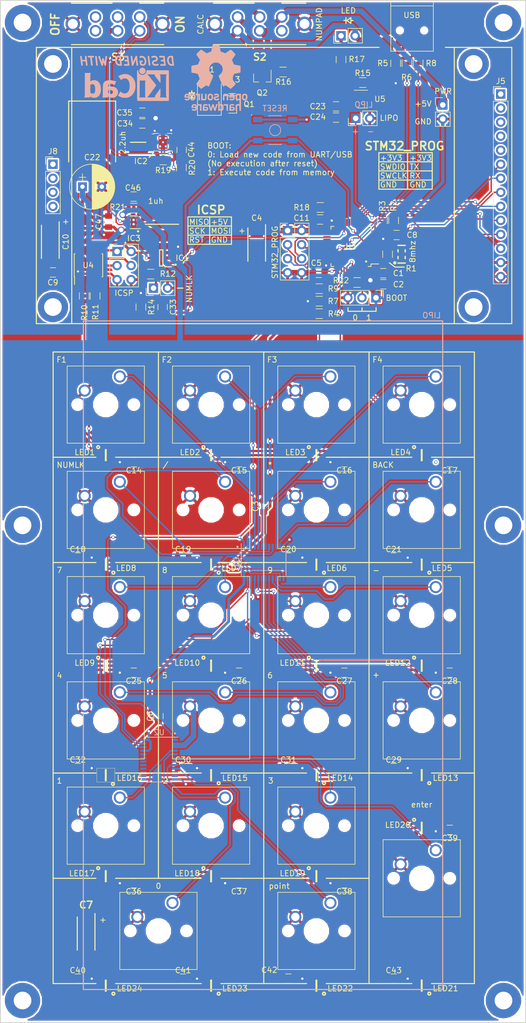
<source format=kicad_pcb>
(kicad_pcb (version 4) (host pcbnew 4.0.7)
  (layers (0 F.Cu signal hide) (31 B.Cu signal hide) (34 B.Paste user hide) (35 F.Paste user hide) (36 B.SilkS user) (37 F.SilkS user) (38 B.Mask user hide) (39 F.Mask user hide) (44 Edge.Cuts user))
  (net 0 "")
  (net 1 GND)
  (net 2 +3V3)
  (net 3 +5V)
  (net 4 /VBUS)
  (net 5 /LIPO_RAW)
  (net 6 /RST)
  (net 7 "Net-(C44-Pad1)")
  (net 8 /REG_VCC5)
  (net 9 /CHG_IN)
  (net 10 "Net-(IC1-Pad1)")
  (net 11 /MISO)
  (net 12 "Net-(IC1-Pad6)")
  (net 13 "Net-(IC2-Pad2)")
  (net 14 "Net-(IC2-Pad4)")
  (net 15 /REG_VCC3)
  (net 16 "Net-(IC2-Pad6)")
  (net 17 "Net-(IC3-Pad1)")
  (net 18 "Net-(IC3-Pad6)")
  (net 19 "Net-(IC3-Pad7)")
  (net 20 "Net-(J1-Pad2)")
  (net 21 "Net-(J1-Pad3)")
  (net 22 /SWDIO)
  (net 23 /SWCLK)
  (net 24 /PROG_RX)
  (net 25 /PROG_TX)
  (net 26 /LED)
  (net 27 /SCK)
  (net 28 /MOSI)
  (net 29 /D/C)
  (net 30 /CS)
  (net 31 "Net-(J7-Pad2)")
  (net 32 "Net-(LED1-Pad1)")
  (net 33 "Net-(LED1-Pad2)")
  (net 34 "Net-(LED1-Pad5)")
  (net 35 "Net-(LED1-Pad6)")
  (net 36 "Net-(LED2-Pad5)")
  (net 37 "Net-(LED2-Pad6)")
  (net 38 "Net-(LED3-Pad5)")
  (net 39 "Net-(LED3-Pad6)")
  (net 40 "Net-(LED4-Pad5)")
  (net 41 "Net-(LED4-Pad6)")
  (net 42 "Net-(LED5-Pad5)")
  (net 43 "Net-(LED5-Pad6)")
  (net 44 "Net-(LED6-Pad5)")
  (net 45 "Net-(LED6-Pad6)")
  (net 46 "Net-(LED7-Pad5)")
  (net 47 "Net-(LED7-Pad6)")
  (net 48 "Net-(LED8-Pad5)")
  (net 49 "Net-(LED8-Pad6)")
  (net 50 "Net-(LED10-Pad2)")
  (net 51 "Net-(LED10-Pad1)")
  (net 52 "Net-(LED10-Pad5)")
  (net 53 "Net-(LED10-Pad6)")
  (net 54 "Net-(LED11-Pad5)")
  (net 55 "Net-(LED11-Pad6)")
  (net 56 "Net-(LED12-Pad5)")
  (net 57 "Net-(LED12-Pad6)")
  (net 58 "Net-(LED13-Pad5)")
  (net 59 "Net-(LED13-Pad6)")
  (net 60 "Net-(LED14-Pad5)")
  (net 61 "Net-(LED14-Pad6)")
  (net 62 "Net-(LED15-Pad5)")
  (net 63 "Net-(LED15-Pad6)")
  (net 64 "Net-(LED16-Pad5)")
  (net 65 "Net-(LED16-Pad6)")
  (net 66 "Net-(LED17-Pad5)")
  (net 67 "Net-(LED17-Pad6)")
  (net 68 "Net-(LED18-Pad5)")
  (net 69 "Net-(LED18-Pad6)")
  (net 70 "Net-(LED19-Pad5)")
  (net 71 "Net-(LED19-Pad6)")
  (net 72 "Net-(LED20-Pad5)")
  (net 73 "Net-(LED20-Pad6)")
  (net 74 "Net-(LED21-Pad5)")
  (net 75 "Net-(LED21-Pad6)")
  (net 76 "Net-(LED22-Pad5)")
  (net 77 "Net-(LED22-Pad6)")
  (net 78 "Net-(LED23-Pad5)")
  (net 79 "Net-(LED23-Pad6)")
  (net 80 "Net-(Q2-Pad2)")
  (net 81 "Net-(R1-Pad1)")
  (net 82 "Net-(R1-Pad2)")
  (net 83 "Net-(R2-Pad1)")
  (net 84 /SDA)
  (net 85 /D+)
  (net 86 /SCL)
  (net 87 /D-)
  (net 88 /INT)
  (net 89 /LED_D)
  (net 90 /LED_C)
  (net 91 "Net-(R15-Pad2)")
  (net 92 "Net-(R17-Pad1)")
  (net 93 /MODE)
  (net 94 /BOOT)
  (net 95 "Net-(SW1-Pad1)")
  (net 96 "Net-(SW2-Pad1)")
  (net 97 "Net-(SW3-Pad1)")
  (net 98 "Net-(SW4-Pad1)")
  (net 99 "Net-(SW5-Pad1)")
  (net 100 "Net-(SW6-Pad1)")
  (net 101 "Net-(SW7-Pad1)")
  (net 102 "Net-(SW8-Pad1)")
  (net 103 "Net-(SW9-Pad1)")
  (net 104 "Net-(SW10-Pad1)")
  (net 105 "Net-(SW11-Pad1)")
  (net 106 "Net-(SW12-Pad1)")
  (net 107 "Net-(SW13-Pad1)")
  (net 108 "Net-(SW14-Pad1)")
  (net 109 "Net-(SW15-Pad1)")
  (net 110 "Net-(SW16-Pad1)")
  (net 111 "Net-(SW17-Pad1)")
  (net 112 "Net-(SW18-Pad1)")
  (net 113 "Net-(SW19-Pad1)")
  (net 114 "Net-(SW20-Pad1)")
  (net 115 "Net-(SW21-Pad1)")
  (net 116 "Net-(SW22-Pad1)")
  (net 117 /T_MISO)
  (net 118 /T_SCK)
  (net 119 /T_MOSI)
  (net 120 /T_RST)
  (net 121 "Net-(J9-Pad1)")
  (module MFS201N-16-Z:MFS201N-16-Z (layer F.Cu) (at 81.2 13 180)
    (fp_text reference S3 (at -0.08 -9.733 180) (layer F.SilkS) (effects (font (size 1.27 1.27) (thickness 0.254))))
    (fp_text value DPDT hide)
    (pad 1 thru_hole circle (at -4 -2.5 270) (size 2.1 2.1) (drill 1.4) (layers *.Cu *.Mask) (net 16 "Net-(IC2-Pad6)"))
    (pad 2 thru_hole circle (at 0 -2.5 270) (size 2.1 2.1) (drill 1.4) (layers *.Cu *.Mask) (net 15 /REG_VCC3))
    (pad 3 thru_hole circle (at 4 -2.5 270) (size 2.1 2.1) (drill 1.4) (layers *.Cu *.Mask))
    (pad 4 thru_hole circle (at -4 -5 270) (size 2.1 2.1) (drill 1.4) (layers *.Cu *.Mask) (net 18 "Net-(IC3-Pad6)"))
    (pad 5 thru_hole circle (at 0 -5 270) (size 2.1 2.1) (drill 1.4) (layers *.Cu *.Mask) (net 8 /REG_VCC5))
    (pad 6 thru_hole circle (at 4 -5 270) (size 2.1 2.1) (drill 1.4) (layers *.Cu *.Mask))
    (pad 7 thru_hole circle (at -8.1 -3.75 270) (size 2.65 2.65) (drill 1.8) (layers *.Cu *.Mask) (net 1 GND))
    (pad 8 thru_hole circle (at 8.1 -3.75 270) (size 2.65 2.65) (drill 1.8) (layers *.Cu *.Mask) (net 1 GND))
  )
  (module MFS201N-16-Z:MFS201N-16-Z (layer F.Cu) (at 106.9 13 180)
    (fp_text reference S2 (at -0.034 -9.733 180) (layer F.SilkS) (effects (font (size 1.27 1.27) (thickness 0.254))))
    (fp_text value DPDT hide)
    (pad 1 thru_hole circle (at -4 -2.5 270) (size 2.1 2.1) (drill 1.4) (layers *.Cu *.Mask) (net 4 /VBUS))
    (pad 2 thru_hole circle (at 0 -2.5 270) (size 2.1 2.1) (drill 1.4) (layers *.Cu *.Mask) (net 8 /REG_VCC5))
    (pad 3 thru_hole circle (at 4 -2.5 270) (size 2.1 2.1) (drill 1.4) (layers *.Cu *.Mask) (net 80 "Net-(Q2-Pad2)"))
    (pad 4 thru_hole circle (at -4 -5 270) (size 2.1 2.1) (drill 1.4) (layers *.Cu *.Mask) (net 93 /MODE))
    (pad 5 thru_hole circle (at 0 -5 270) (size 2.1 2.1) (drill 1.4) (layers *.Cu *.Mask) (net 4 /VBUS))
    (pad 6 thru_hole circle (at 4 -5 270) (size 2.1 2.1) (drill 1.4) (layers *.Cu *.Mask) (net 9 /CHG_IN))
    (pad 7 thru_hole circle (at -8.1 -3.75 270) (size 2.65 2.65) (drill 1.8) (layers *.Cu *.Mask) (net 1 GND))
    (pad 8 thru_hole circle (at 8.1 -3.75 270) (size 2.65 2.65) (drill 1.8) (layers *.Cu *.Mask) (net 1 GND))
  )
  (module Capacitors_THT:CP_Radial_D8.0mm_P3.50mm (layer F.Cu) (at 74.846 46.215)
    (fp_text reference C22 (at 1.75 -5.31) (layer F.SilkS))
    (fp_text value 1000uf)
    (pad 1 thru_hole rect (at 0 0) (size 1.6 1.6) (drill 0.8) (layers *.Cu *.Mask) (net 3 +5V))
    (pad 2 thru_hole circle (at 3.5 0) (size 1.6 1.6) (drill 0.8) (layers *.Cu *.Mask) (net 1 GND))
  )
  (module Mounting_Holes:MountingHole_3.2mm_M3_Pad (layer F.Cu) (at 145.6 68)
    (fp_text reference REF**)
    (fp_text value MountingHole_3.2mm_M3_Pad)
    (pad 1 thru_hole circle (at 0 0) (size 5.5 5.5) (drill 3.2) (layers *.Cu *.Mask))
  )
  (module Mounting_Holes:MountingHole_3.2mm_M3_Pad (layer F.Cu) (at 145.6 24)
    (fp_text reference REF**)
    (fp_text value MountingHole_3.2mm_M3_Pad)
    (pad 1 thru_hole circle (at 0 0) (size 5.5 5.5) (drill 3.2) (layers *.Cu *.Mask))
  )
  (module Mounting_Holes:MountingHole_3.2mm_M3_Pad (layer F.Cu) (at 69.5 24)
    (fp_text reference REF**)
    (fp_text value MountingHole_3.2mm_M3_Pad)
    (pad 1 thru_hole circle (at 0 0) (size 5.5 5.5) (drill 3.2) (layers *.Cu *.Mask))
  )
  (module Button_Switch_Keyboard:SW_Cherry_MX1A_1.00u_PCB (layer F.Cu) (at 138.748 137.722)
    (fp_text reference SW22)
    (fp_text value + (at -10.795 -3.175) (layer F.SilkS))
    (pad 1 thru_hole circle (at 0 0) (size 2.2 2.2) (drill 1.5) (layers *.Cu *.Mask) (net 116 "Net-(SW22-Pad1)"))
    (pad 2 thru_hole circle (at -6.35 2.54) (size 2.2 2.2) (drill 1.5) (layers *.Cu *.Mask) (net 1 GND))
    (pad "" np_thru_hole circle (at -2.54 5.08) (size 4 4) (drill 4) (layers *.Cu *.Mask))
    (pad "" np_thru_hole circle (at -7.62 5.08) (size 1.7 1.7) (drill 1.7) (layers *.Cu *.Mask))
    (pad "" np_thru_hole circle (at 2.54 5.08) (size 1.7 1.7) (drill 1.7) (layers *.Cu *.Mask))
  )
  (module Housings_SOIC:SOIC-8_3.9x4.9mm_Pitch1.27mm (layer F.Cu) (at 75.927824 60.431642 90)
    (fp_text reference U4 (at 0 -0.044824 180) (layer F.SilkS))
    (fp_text value ATTINY85-20SU)
    (pad 1 smd rect (at -2.7 -1.905 90) (size 1.55 0.6) (layers F.Cu F.Paste F.Mask) (net 6 /RST))
    (pad 2 smd rect (at -2.7 -0.635 90) (size 1.55 0.6) (layers F.Cu F.Paste F.Mask) (net 89 /LED_D))
    (pad 3 smd rect (at -2.7 0.635 90) (size 1.55 0.6) (layers F.Cu F.Paste F.Mask) (net 90 /LED_C))
    (pad 4 smd rect (at -2.7 1.905 90) (size 1.55 0.6) (layers F.Cu F.Paste F.Mask) (net 1 GND))
    (pad 5 smd rect (at 2.7 1.905 90) (size 1.55 0.6) (layers F.Cu F.Paste F.Mask) (net 11 /MISO))
    (pad 6 smd rect (at 2.7 0.635 90) (size 1.55 0.6) (layers F.Cu F.Paste F.Mask) (net 28 /MOSI))
    (pad 7 smd rect (at 2.7 -0.635 90) (size 1.55 0.6) (layers F.Cu F.Paste F.Mask) (net 27 /SCK))
    (pad 8 smd rect (at 2.7 -1.905 90) (size 1.55 0.6) (layers F.Cu F.Paste F.Mask) (net 3 +5V))
  )
  (module apa102:SON75P200X200X100-6N (layer F.Cu) (at 79.058 152.708 180)
    (fp_text reference LED16 (at -4.318 -0.508 180) (layer F.SilkS))
    (fp_text value APA102 hide)
    (pad 1 smd rect (at -0.9 -0.75 270) (size 0.4 0.95) (layers F.Cu F.Paste F.Mask) (net 63 "Net-(LED15-Pad6)"))
    (pad 2 smd rect (at -0.9 0 270) (size 0.4 0.95) (layers F.Cu F.Paste F.Mask) (net 62 "Net-(LED15-Pad5)"))
    (pad 3 smd rect (at -0.9 0.75 270) (size 0.4 0.95) (layers F.Cu F.Paste F.Mask) (net 1 GND))
    (pad 4 smd rect (at 0.9 0.75 270) (size 0.4 0.95) (layers F.Cu F.Paste F.Mask) (net 3 +5V))
    (pad 5 smd rect (at 0.9 0 270) (size 0.4 0.95) (layers F.Cu F.Paste F.Mask) (net 64 "Net-(LED16-Pad5)"))
    (pad 6 smd rect (at 0.9 -0.75 270) (size 0.4 0.95) (layers F.Cu F.Paste F.Mask) (net 65 "Net-(LED16-Pad6)"))
  )
  (module Button_Switch_Keyboard:SW_Cherry_MX1A_1.00u_PCB (layer F.Cu) (at 100.648 99.622)
    (fp_text reference SW11)
    (fp_text value / (at -10.795 -3.048) (layer F.SilkS))
    (pad 1 thru_hole circle (at 0 0) (size 2.2 2.2) (drill 1.5) (layers *.Cu *.Mask) (net 105 "Net-(SW11-Pad1)"))
    (pad 2 thru_hole circle (at -6.35 2.54) (size 2.2 2.2) (drill 1.5) (layers *.Cu *.Mask) (net 1 GND))
    (pad "" np_thru_hole circle (at -2.54 5.08) (size 4 4) (drill 4) (layers *.Cu *.Mask))
    (pad "" np_thru_hole circle (at -7.62 5.08) (size 1.7 1.7) (drill 1.7) (layers *.Cu *.Mask))
    (pad "" np_thru_hole circle (at 2.54 5.08) (size 1.7 1.7) (drill 1.7) (layers *.Cu *.Mask))
  )
  (module Mounting_Holes:MountingHole_3.2mm_M3_Pad (layer F.Cu) (at 64 16.5)
    (fp_text reference REF**)
    (fp_text value MountingHole_3.2mm_M3_Pad)
    (pad 1 thru_hole circle (at 0 0) (size 6.4 6.4) (drill 3.2) (layers *.Cu *.Mask))
  )
  (module Mounting_Holes:MountingHole_3.2mm_M3_Pad (layer F.Cu) (at 151 16.5)
    (fp_text reference REF**)
    (fp_text value MountingHole_3.2mm_M3_Pad)
    (pad 1 thru_hole circle (at 0 0) (size 6.4 6.4) (drill 3.2) (layers *.Cu *.Mask))
  )
  (module Mounting_Holes:MountingHole_3.2mm_M3_Pad (layer F.Cu) (at 64 107.5)
    (fp_text reference REF**)
    (fp_text value MountingHole_3.2mm_M3_Pad)
    (pad 1 thru_hole circle (at 0 0) (size 6.4 6.4) (drill 3.2) (layers *.Cu *.Mask))
  )
  (module Mounting_Holes:MountingHole_3.2mm_M3_Pad (layer F.Cu) (at 151 107.5)
    (fp_text reference REF**)
    (fp_text value MountingHole_3.2mm_M3_Pad)
    (pad 1 thru_hole circle (at 0 0) (size 6.4 6.4) (drill 3.2) (layers *.Cu *.Mask))
  )
  (module Mounting_Holes:MountingHole_3.2mm_M3_Pad (layer F.Cu) (at 151 193.5)
    (fp_text reference REF**)
    (fp_text value MountingHole_3.2mm_M3_Pad)
    (pad 1 thru_hole circle (at 0 0) (size 6.4 6.4) (drill 3.2) (layers *.Cu *.Mask))
  )
  (module Mounting_Holes:MountingHole_3.2mm_M3_Pad (layer F.Cu) (at 64 193.5)
    (fp_text reference REF**)
    (fp_text value MountingHole_3.2mm_M3_Pad)
    (pad 1 thru_hole circle (at 0 0) (size 6.4 6.4) (drill 3.2) (layers *.Cu *.Mask))
  )
  (module Mounting_Holes:MountingHole_3.2mm_M3_Pad (layer F.Cu) (at 69.5 68)
    (fp_text reference REF**)
    (fp_text value MountingHole_3.2mm_M3_Pad)
    (pad 1 thru_hole circle (at 0 0) (size 5.5 5.5) (drill 3.2) (layers *.Cu *.Mask))
  )
  (module Pin_Headers:Pin_Header_Straight_1x02_Pitch2.54mm (layer F.Cu) (at 121.616 18.9 90)
    (fp_text reference LED (at 4.549 1.32 360) (layer F.SilkS))
    (fp_text value LED)
    (pad 1 thru_hole rect (at 0 0 90) (size 1.7 1.7) (drill 1) (layers *.Cu *.Mask) (net 121 "Net-(J9-Pad1)"))
    (pad 2 thru_hole oval (at 0 2.54 90) (size 1.7 1.7) (drill 1) (layers *.Cu *.Mask) (net 9 /CHG_IN))
  )
  (module Resistors_SMD:R_0805 (layer F.Cu) (at 89.434474 41.365526 180)
    (fp_text reference R19 (at 0 -1.868474 180) (layer F.SilkS))
    (fp_text value 100)
    (pad 1 smd rect (at -0.95 0 180) (size 0.7 1.3) (layers F.Cu F.Paste F.Mask) (net 7 "Net-(C44-Pad1)"))
    (pad 2 smd rect (at 0.95 0 180) (size 0.7 1.3) (layers F.Cu F.Paste F.Mask) (net 15 /REG_VCC3))
  )
  (module Button_Switch_Keyboard:SW_Cherry_MX1A_2.00u_Vertical_PCB (layer F.Cu) (at 138.748 166.297)
    (fp_text reference SW8)
    (fp_text value enter (at -2.54 -8.255) (layer F.SilkS))
    (pad 1 thru_hole circle (at 0 0) (size 2.2 2.2) (drill 1.5) (layers *.Cu *.Mask) (net 102 "Net-(SW8-Pad1)"))
    (pad 2 thru_hole circle (at -6.35 2.54) (size 2.2 2.2) (drill 1.5) (layers *.Cu *.Mask) (net 1 GND))
    (pad "" np_thru_hole circle (at -2.54 5.08) (size 4 4) (drill 4) (layers *.Cu *.Mask))
    (pad "" np_thru_hole circle (at -7.62 5.08) (size 1.7 1.7) (drill 1.7) (layers *.Cu *.Mask))
    (pad "" np_thru_hole circle (at 2.54 5.08) (size 1.7 1.7) (drill 1.7) (layers *.Cu *.Mask))
  )
  (module Capacitors_SMD:C_0805 (layer F.Cu) (at 129.253765 61.866827 180)
    (fp_text reference C1 (at -2.7465 0 180) (layer F.SilkS))
    (fp_text value 4.7uf)
    (pad 1 smd rect (at -1 0 180) (size 1 1.25) (layers F.Cu F.Paste F.Mask) (net 1 GND))
    (pad 2 smd rect (at 1 0 180) (size 1 1.25) (layers F.Cu F.Paste F.Mask) (net 2 +3V3))
  )
  (module Capacitors_SMD:C_0805 (layer F.Cu) (at 129.266465 63.873427 180)
    (fp_text reference C2 (at -2.7338 -0.0254 180) (layer F.SilkS))
    (fp_text value 0.1uf)
    (pad 1 smd rect (at -1 0 180) (size 1 1.25) (layers F.Cu F.Paste F.Mask) (net 1 GND))
    (pad 2 smd rect (at 1 0 180) (size 1 1.25) (layers F.Cu F.Paste F.Mask) (net 2 +3V3))
  )
  (module Capacitors_SMD:C_0805 (layer F.Cu) (at 107.633 104.051 90)
    (fp_text reference C3 (at 0 -1.5 90) (layer F.SilkS))
    (fp_text value 0.1uf)
    (pad 1 smd rect (at -1 0 90) (size 1 1.25) (layers F.Cu F.Paste F.Mask) (net 2 +3V3))
    (pad 2 smd rect (at 1 0 90) (size 1 1.25) (layers F.Cu F.Paste F.Mask) (net 1 GND))
  )
  (module 593D475X9035C2TE3:CAPPM6032X280N (layer F.Cu) (at 106.363 56.696 270)
    (fp_text reference C4 (at -4.826 0 360) (layer F.SilkS))
    (fp_text value 100uf hide)
    (pad 1 smd rect (at -2.45 0) (size 2.25 2.35) (layers F.Cu F.Paste F.Mask) (net 2 +3V3))
    (pad 2 smd rect (at 2.45 0) (size 2.25 2.35) (layers F.Cu F.Paste F.Mask) (net 1 GND))
  )
  (module Capacitors_SMD:C_0805 (layer F.Cu) (at 117.585765 61.803327 180)
    (fp_text reference C5 (at 0.453165 1.779927 180) (layer F.SilkS))
    (fp_text value 0.1uf)
    (pad 1 smd rect (at -1 0 180) (size 1 1.25) (layers F.Cu F.Paste F.Mask) (net 2 +3V3))
    (pad 2 smd rect (at 1 0 180) (size 1 1.25) (layers F.Cu F.Paste F.Mask) (net 1 GND))
  )
  (module Capacitors_SMD:C_0805 (layer F.Cu) (at 88.583 142.024 90)
    (fp_text reference C6 (at 0 -1.5 90) (layer F.SilkS))
    (fp_text value 0.1uf)
    (pad 1 smd rect (at -1 0 90) (size 1 1.25) (layers F.Cu F.Paste F.Mask) (net 2 +3V3))
    (pad 2 smd rect (at 1 0 90) (size 1 1.25) (layers F.Cu F.Paste F.Mask) (net 1 GND))
  )
  (module 593D475X9035C2TE3:CAPPM6032X280N (layer F.Cu) (at 75.502 181.373 270)
    (fp_text reference C7 (at -5.17 0 360) (layer F.SilkS) (effects (font (size 1.27 1.27) (thickness 0.254))))
    (fp_text value 100uf hide)
    (pad 1 smd rect (at -2.45 0) (size 2.25 2.35) (layers F.Cu F.Paste F.Mask) (net 2 +3V3))
    (pad 2 smd rect (at 2.45 0) (size 2.25 2.35) (layers F.Cu F.Paste F.Mask) (net 1 GND))
  )
  (module Capacitors_SMD:C_0805 (layer F.Cu) (at 131.654065 54.958027)
    (fp_text reference C8 (at 2.81 0) (layer F.SilkS))
    (fp_text value 0.1uf)
    (pad 1 smd rect (at -1 0) (size 1 1.25) (layers F.Cu F.Paste F.Mask) (net 2 +3V3))
    (pad 2 smd rect (at 1 0) (size 1 1.25) (layers F.Cu F.Paste F.Mask) (net 1 GND))
  )
  (module Capacitors_SMD:C_0805 (layer F.Cu) (at 69.4916 61.7252 180)
    (fp_text reference C9 (at 0 -1.8288 180) (layer F.SilkS))
    (fp_text value 0.1uf)
    (pad 1 smd rect (at -1 0 180) (size 1 1.25) (layers F.Cu F.Paste F.Mask) (net 3 +5V))
    (pad 2 smd rect (at 1 0 180) (size 1 1.25) (layers F.Cu F.Paste F.Mask) (net 1 GND))
  )
  (module 593D475X9035C2TE3:CAPPM6032X280N (layer F.Cu) (at 69.025 56.188 270)
    (fp_text reference C10 (at 0 -2.794 450) (layer F.SilkS))
    (fp_text value 100uf hide)
    (pad 1 smd rect (at -2.45 0) (size 2.25 2.35) (layers F.Cu F.Paste F.Mask) (net 3 +5V))
    (pad 2 smd rect (at 2.45 0) (size 2.25 2.35) (layers F.Cu F.Paste F.Mask) (net 1 GND))
  )
  (module Capacitors_SMD:C_0805 (layer F.Cu) (at 117.823765 52.151327 180)
    (fp_text reference C11 (at 3.332765 0.281327 180) (layer F.SilkS))
    (fp_text value 0.1uf)
    (pad 1 smd rect (at -1 0 180) (size 1 1.25) (layers F.Cu F.Paste F.Mask) (net 2 +3V3))
    (pad 2 smd rect (at 1 0 180) (size 1 1.25) (layers F.Cu F.Paste F.Mask) (net 1 GND))
  )
  (module Capacitors_SMD:C_0805 (layer F.Cu) (at 84.154 96.066 180)
    (fp_text reference C14 (at 0 -1.5 180) (layer F.SilkS))
    (fp_text value 0.1uf)
    (pad 1 smd rect (at -1 0 180) (size 1 1.25) (layers F.Cu F.Paste F.Mask) (net 1 GND))
    (pad 2 smd rect (at 1 0 180) (size 1 1.25) (layers F.Cu F.Paste F.Mask) (net 3 +5V))
  )
  (module Capacitors_SMD:C_0805 (layer F.Cu) (at 103.172 96.066 180)
    (fp_text reference C15 (at 0 -1.5 180) (layer F.SilkS))
    (fp_text value 0.1uf)
    (pad 1 smd rect (at -1 0 180) (size 1 1.25) (layers F.Cu F.Paste F.Mask) (net 1 GND))
    (pad 2 smd rect (at 1 0 180) (size 1 1.25) (layers F.Cu F.Paste F.Mask) (net 3 +5V))
  )
  (module Capacitors_SMD:C_0805 (layer F.Cu) (at 122.222 96.066 180)
    (fp_text reference C16 (at 0 -1.5 180) (layer F.SilkS))
    (fp_text value 0.1uf)
    (pad 1 smd rect (at -1 0 180) (size 1 1.25) (layers F.Cu F.Paste F.Mask) (net 1 GND))
    (pad 2 smd rect (at 1 0 180) (size 1 1.25) (layers F.Cu F.Paste F.Mask) (net 3 +5V))
  )
  (module Capacitors_SMD:C_0805 (layer F.Cu) (at 141.272 96.066 180)
    (fp_text reference C17 (at 0 -1.5 180) (layer F.SilkS))
    (fp_text value 0.1uf)
    (pad 1 smd rect (at -1 0 180) (size 1 1.25) (layers F.Cu F.Paste F.Mask) (net 1 GND))
    (pad 2 smd rect (at 1 0 180) (size 1 1.25) (layers F.Cu F.Paste F.Mask) (net 3 +5V))
  )
  (module Capacitors_SMD:C_0805 (layer F.Cu) (at 73.994 113.338)
    (fp_text reference C18 (at 0 -1.5) (layer F.SilkS))
    (fp_text value 0.1uf)
    (pad 1 smd rect (at -1 0) (size 1 1.25) (layers F.Cu F.Paste F.Mask) (net 1 GND))
    (pad 2 smd rect (at 1 0) (size 1 1.25) (layers F.Cu F.Paste F.Mask) (net 3 +5V))
  )
  (module Capacitors_SMD:C_0805 (layer F.Cu) (at 93.044 113.338)
    (fp_text reference C19 (at 0 -1.5) (layer F.SilkS))
    (fp_text value 0.1uf)
    (pad 1 smd rect (at -1 0) (size 1 1.25) (layers F.Cu F.Paste F.Mask) (net 1 GND))
    (pad 2 smd rect (at 1 0) (size 1 1.25) (layers F.Cu F.Paste F.Mask) (net 3 +5V))
  )
  (module Capacitors_SMD:C_0805 (layer F.Cu) (at 112.094 113.338)
    (fp_text reference C20 (at 0 -1.5) (layer F.SilkS))
    (fp_text value 0.1uf)
    (pad 1 smd rect (at -1 0) (size 1 1.25) (layers F.Cu F.Paste F.Mask) (net 1 GND))
    (pad 2 smd rect (at 1 0) (size 1 1.25) (layers F.Cu F.Paste F.Mask) (net 3 +5V))
  )
  (module Capacitors_SMD:C_0805 (layer F.Cu) (at 131.144 113.338)
    (fp_text reference C21 (at 0 -1.5) (layer F.SilkS))
    (fp_text value 0.1uf)
    (pad 1 smd rect (at -1 0) (size 1 1.25) (layers F.Cu F.Paste F.Mask) (net 1 GND))
    (pad 2 smd rect (at 1 0) (size 1 1.25) (layers F.Cu F.Paste F.Mask) (net 3 +5V))
  )
  (module Capacitors_SMD:C_0805 (layer F.Cu) (at 120.714 31.677 180)
    (fp_text reference C23 (at 3.302 0 180) (layer F.SilkS))
    (fp_text value 10uf)
    (pad 1 smd rect (at -1 0 180) (size 1 1.25) (layers F.Cu F.Paste F.Mask) (net 5 /LIPO_RAW))
    (pad 2 smd rect (at 1 0 180) (size 1 1.25) (layers F.Cu F.Paste F.Mask) (net 1 GND))
  )
  (module Capacitors_SMD:C_0805 (layer F.Cu) (at 120.714 33.709 180)
    (fp_text reference C24 (at 3.286 0.127 180) (layer F.SilkS))
    (fp_text value 1uf)
    (pad 1 smd rect (at -1 0 180) (size 1 1.25) (layers F.Cu F.Paste F.Mask) (net 5 /LIPO_RAW))
    (pad 2 smd rect (at 1 0 180) (size 1 1.25) (layers F.Cu F.Paste F.Mask) (net 1 GND))
  )
  (module Capacitors_SMD:C_0805 (layer F.Cu) (at 84.122 134.166 180)
    (fp_text reference C25 (at 0 -1.5 180) (layer F.SilkS))
    (fp_text value 0.1uf)
    (pad 1 smd rect (at -1 0 180) (size 1 1.25) (layers F.Cu F.Paste F.Mask) (net 1 GND))
    (pad 2 smd rect (at 1 0 180) (size 1 1.25) (layers F.Cu F.Paste F.Mask) (net 3 +5V))
  )
  (module Capacitors_SMD:C_0805 (layer F.Cu) (at 103.172 134.166 180)
    (fp_text reference C26 (at 0 -1.5 180) (layer F.SilkS))
    (fp_text value 0.1uf)
    (pad 1 smd rect (at -1 0 180) (size 1 1.25) (layers F.Cu F.Paste F.Mask) (net 1 GND))
    (pad 2 smd rect (at 1 0 180) (size 1 1.25) (layers F.Cu F.Paste F.Mask) (net 3 +5V))
  )
  (module Capacitors_SMD:C_0805 (layer F.Cu) (at 122.222 134.166 180)
    (fp_text reference C27 (at 0 -1.5 180) (layer F.SilkS))
    (fp_text value 0.1uf)
    (pad 1 smd rect (at -1 0 180) (size 1 1.25) (layers F.Cu F.Paste F.Mask) (net 1 GND))
    (pad 2 smd rect (at 1 0 180) (size 1 1.25) (layers F.Cu F.Paste F.Mask) (net 3 +5V))
  )
  (module Capacitors_SMD:C_0805 (layer F.Cu) (at 141.272 134.166 180)
    (fp_text reference C28 (at 0 -1.5 180) (layer F.SilkS))
    (fp_text value 0.1uf)
    (pad 1 smd rect (at -1 0 180) (size 1 1.25) (layers F.Cu F.Paste F.Mask) (net 1 GND))
    (pad 2 smd rect (at 1 0 180) (size 1 1.25) (layers F.Cu F.Paste F.Mask) (net 3 +5V))
  )
  (module Capacitors_SMD:C_0805 (layer F.Cu) (at 131.144 151.438)
    (fp_text reference C29 (at 0 -1.5) (layer F.SilkS))
    (fp_text value 0.1uf)
    (pad 1 smd rect (at -1 0) (size 1 1.25) (layers F.Cu F.Paste F.Mask) (net 1 GND))
    (pad 2 smd rect (at 1 0) (size 1 1.25) (layers F.Cu F.Paste F.Mask) (net 3 +5V))
  )
  (module Capacitors_SMD:C_0805 (layer F.Cu) (at 93.044 151.438)
    (fp_text reference C30 (at 0 -1.5) (layer F.SilkS))
    (fp_text value 0.1uf)
    (pad 1 smd rect (at -1 0) (size 1 1.25) (layers F.Cu F.Paste F.Mask) (net 1 GND))
    (pad 2 smd rect (at 1 0) (size 1 1.25) (layers F.Cu F.Paste F.Mask) (net 3 +5V))
  )
  (module Capacitors_SMD:C_0805 (layer F.Cu) (at 112.094 151.438)
    (fp_text reference C31 (at 0 -1.5) (layer F.SilkS))
    (fp_text value 0.1uf)
    (pad 1 smd rect (at -1 0) (size 1 1.25) (layers F.Cu F.Paste F.Mask) (net 1 GND))
    (pad 2 smd rect (at 1 0) (size 1 1.25) (layers F.Cu F.Paste F.Mask) (net 3 +5V))
  )
  (module Capacitors_SMD:C_0805 (layer F.Cu) (at 73.994 151.438)
    (fp_text reference C32 (at 0 -1.5) (layer F.SilkS))
    (fp_text value 0.1uf)
    (pad 1 smd rect (at -1 0) (size 1 1.25) (layers F.Cu F.Paste F.Mask) (net 1 GND))
    (pad 2 smd rect (at 1 0) (size 1 1.25) (layers F.Cu F.Paste F.Mask) (net 3 +5V))
  )
  (module Capacitors_SMD:C_0805 (layer F.Cu) (at 89.345 67.999 270)
    (fp_text reference C33 (at 0 -1.905 270) (layer F.SilkS))
    (fp_text value 1uf)
    (pad 1 smd rect (at -1 0 270) (size 1 1.25) (layers F.Cu F.Paste F.Mask) (net 1 GND))
    (pad 2 smd rect (at 1 0 270) (size 1 1.25) (layers F.Cu F.Paste F.Mask) (net 6 /RST))
  )
  (module Capacitors_SMD:C_0805 (layer F.Cu) (at 85.664474 34.765526)
    (fp_text reference C34 (at -3.134474 0.034474) (layer F.SilkS))
    (fp_text value 10uf)
    (pad 1 smd rect (at -1 0) (size 1 1.25) (layers F.Cu F.Paste F.Mask) (net 1 GND))
    (pad 2 smd rect (at 1 0) (size 1 1.25) (layers F.Cu F.Paste F.Mask) (net 2 +3V3))
  )
  (module Capacitors_SMD:C_0805 (layer F.Cu) (at 85.662 32.82 180)
    (fp_text reference C35 (at 3.2 0 180) (layer F.SilkS))
    (fp_text value 10uf)
    (pad 1 smd rect (at -1 0 180) (size 1 1.25) (layers F.Cu F.Paste F.Mask) (net 2 +3V3))
    (pad 2 smd rect (at 1 0 180) (size 1 1.25) (layers F.Cu F.Paste F.Mask) (net 1 GND))
  )
  (module Capacitors_SMD:C_0805 (layer F.Cu) (at 84.122 172.266 180)
    (fp_text reference C36 (at 0 -1.5 180) (layer F.SilkS))
    (fp_text value 0.1uf)
    (pad 1 smd rect (at -1 0 180) (size 1 1.25) (layers F.Cu F.Paste F.Mask) (net 1 GND))
    (pad 2 smd rect (at 1 0 180) (size 1 1.25) (layers F.Cu F.Paste F.Mask) (net 3 +5V))
  )
  (module Capacitors_SMD:C_0805 (layer F.Cu) (at 103.172 172.266 180)
    (fp_text reference C37 (at 0 -1.5 180) (layer F.SilkS))
    (fp_text value 0.1uf)
    (pad 1 smd rect (at -1 0 180) (size 1 1.25) (layers F.Cu F.Paste F.Mask) (net 1 GND))
    (pad 2 smd rect (at 1 0 180) (size 1 1.25) (layers F.Cu F.Paste F.Mask) (net 3 +5V))
  )
  (module Capacitors_SMD:C_0805 (layer F.Cu) (at 122.222 172.266 180)
    (fp_text reference C38 (at 0 -1.5 180) (layer F.SilkS))
    (fp_text value 0.1uf)
    (pad 1 smd rect (at -1 0 180) (size 1 1.25) (layers F.Cu F.Paste F.Mask) (net 1 GND))
    (pad 2 smd rect (at 1 0 180) (size 1 1.25) (layers F.Cu F.Paste F.Mask) (net 3 +5V))
  )
  (module Capacitors_SMD:C_0805 (layer F.Cu) (at 141.288 162.614 180)
    (fp_text reference C39 (at 0 -1.5 180) (layer F.SilkS))
    (fp_text value 0.1uf)
    (pad 1 smd rect (at -1 0 180) (size 1 1.25) (layers F.Cu F.Paste F.Mask) (net 1 GND))
    (pad 2 smd rect (at 1 0 180) (size 1 1.25) (layers F.Cu F.Paste F.Mask) (net 3 +5V))
  )
  (module Capacitors_SMD:C_0805 (layer F.Cu) (at 73.994 189.538)
    (fp_text reference C40 (at 0 -1.5) (layer F.SilkS))
    (fp_text value 0.1uf)
    (pad 1 smd rect (at -1 0) (size 1 1.25) (layers F.Cu F.Paste F.Mask) (net 1 GND))
    (pad 2 smd rect (at 1 0) (size 1 1.25) (layers F.Cu F.Paste F.Mask) (net 3 +5V))
  )
  (module Capacitors_SMD:C_0805 (layer F.Cu) (at 93.044 189.538)
    (fp_text reference C41 (at 0 -1.5) (layer F.SilkS))
    (fp_text value 0.1uf)
    (pad 1 smd rect (at -1 0) (size 1 1.25) (layers F.Cu F.Paste F.Mask) (net 1 GND))
    (pad 2 smd rect (at 1 0) (size 1 1.25) (layers F.Cu F.Paste F.Mask) (net 3 +5V))
  )
  (module Capacitors_SMD:C_0805 (layer F.Cu) (at 112.094 189.538)
    (fp_text reference C42 (at -3.445571 -1.567) (layer F.SilkS))
    (fp_text value 0.1uf)
    (pad 1 smd rect (at -1 0) (size 1 1.25) (layers F.Cu F.Paste F.Mask) (net 1 GND))
    (pad 2 smd rect (at 1 0) (size 1 1.25) (layers F.Cu F.Paste F.Mask) (net 3 +5V))
  )
  (module Capacitors_SMD:C_0805 (layer F.Cu) (at 131.144 189.538)
    (fp_text reference C43 (at 0 -1.5) (layer F.SilkS))
    (fp_text value 0.1uf)
    (pad 1 smd rect (at -1 0) (size 1 1.25) (layers F.Cu F.Paste F.Mask) (net 1 GND))
    (pad 2 smd rect (at 1 0) (size 1 1.25) (layers F.Cu F.Paste F.Mask) (net 3 +5V))
  )
  (module Capacitors_SMD:C_0805 (layer F.Cu) (at 92.786974 39.558526 270)
    (fp_text reference C44 (at -0.058326 -1.765026 270) (layer F.SilkS))
    (fp_text value 0.1uf)
    (pad 1 smd rect (at -1 0 270) (size 1 1.25) (layers F.Cu F.Paste F.Mask) (net 7 "Net-(C44-Pad1)"))
    (pad 2 smd rect (at 1 0 270) (size 1 1.25) (layers F.Cu F.Paste F.Mask) (net 1 GND))
  )
  (module Capacitors_SMD:C_0805 (layer F.Cu) (at 84.1 48 180)
    (fp_text reference C46 (at 0.122 1.587 180) (layer F.SilkS))
    (fp_text value 4.7uf)
    (pad 1 smd rect (at -1 0 180) (size 1 1.25) (layers F.Cu F.Paste F.Mask) (net 8 /REG_VCC5))
    (pad 2 smd rect (at 1 0 180) (size 1 1.25) (layers F.Cu F.Paste F.Mask) (net 1 GND))
  )
  (module Capacitors_SMD:C_0805 (layer F.Cu) (at 79.566 52.521 90)
    (fp_text reference C47 (at 0 -1.778 90) (layer F.SilkS))
    (fp_text value 22uf)
    (pad 1 smd rect (at -1 0 90) (size 1 1.25) (layers F.Cu F.Paste F.Mask) (net 3 +5V))
    (pad 2 smd rect (at 1 0 90) (size 1 1.25) (layers F.Cu F.Paste F.Mask) (net 1 GND))
  )
  (module Diodes_SMD:D_SMB (layer F.Cu) (at 97.79304 29.7466 90)
    (fp_text reference D1 (at 4.7276 -0.00304 180) (layer F.SilkS))
    (fp_text value D_Schottky)
    (pad 1 smd rect (at -2.15 0 90) (size 2.5 2.3) (layers F.Cu F.Paste F.Mask) (net 15 /REG_VCC3))
    (pad 2 smd rect (at 2.15 0 90) (size 2.5 2.3) (layers F.Cu F.Paste F.Mask) (net 9 /CHG_IN))
  )
  (module PI4ULS5V201TAEX:SOT95P280X115-6N (layer F.Cu) (at 89.091 59.109 180)
    (fp_text reference IC1 (at -3.81 0 180) (layer F.SilkS))
    (fp_text value PI4ULS5V201TAEX hide)
    (pad 1 smd rect (at -1.25 -0.95 270) (size 0.6 1.2) (layers F.Cu F.Paste F.Mask) (net 10 "Net-(IC1-Pad1)"))
    (pad 2 smd rect (at -1.25 0 270) (size 0.6 1.2) (layers F.Cu F.Paste F.Mask) (net 1 GND))
    (pad 3 smd rect (at -1.25 0.95 270) (size 0.6 1.2) (layers F.Cu F.Paste F.Mask) (net 2 +3V3))
    (pad 4 smd rect (at 1.25 0.95 270) (size 0.6 1.2) (layers F.Cu F.Paste F.Mask) (net 3 +5V))
    (pad 5 smd rect (at 1.25 0 270) (size 0.6 1.2) (layers F.Cu F.Paste F.Mask) (net 11 /MISO))
    (pad 6 smd rect (at 1.25 -0.95 270) (size 0.6 1.2) (layers F.Cu F.Paste F.Mask) (net 12 "Net-(IC1-Pad6)"))
  )
  (module Housings_SON:VSON-10-1EP_3x3mm_Pitch0.5mm_ThermalPad (layer F.Cu) (at 89.410069 38.167526)
    (fp_text reference IC2 (at -4.010069 3.432474) (layer F.SilkS))
    (fp_text value TPS63001DRCR)
    (pad 1 smd rect (at -1.475 -1) (size 0.85 0.28) (layers F.Cu F.Paste F.Mask) (net 2 +3V3))
    (pad 2 smd rect (at -1.475 -0.5) (size 0.85 0.28) (layers F.Cu F.Paste F.Mask) (net 13 "Net-(IC2-Pad2)"))
    (pad 3 smd rect (at -1.475 0) (size 0.85 0.28) (layers F.Cu F.Paste F.Mask) (net 1 GND))
    (pad 4 smd rect (at -1.475 0.5) (size 0.85 0.28) (layers F.Cu F.Paste F.Mask) (net 14 "Net-(IC2-Pad4)"))
    (pad 5 smd rect (at -1.475 1) (size 0.85 0.28) (layers F.Cu F.Paste F.Mask) (net 15 /REG_VCC3))
    (pad 6 smd rect (at 1.475 1) (size 0.85 0.28) (layers F.Cu F.Paste F.Mask) (net 16 "Net-(IC2-Pad6)"))
    (pad 7 smd rect (at 1.475 0.5) (size 0.85 0.28) (layers F.Cu F.Paste F.Mask) (net 7 "Net-(C44-Pad1)"))
    (pad 8 smd rect (at 1.475 0) (size 0.85 0.28) (layers F.Cu F.Paste F.Mask) (net 7 "Net-(C44-Pad1)"))
    (pad 9 smd rect (at 1.475 -0.5) (size 0.85 0.28) (layers F.Cu F.Paste F.Mask) (net 1 GND))
    (pad 10 smd rect (at 1.475 -1) (size 0.85 0.28) (layers F.Cu F.Paste F.Mask) (net 2 +3V3))
    (pad 11 smd rect (at -0.4125 -0.6) (size 0.825 1.2) (layers F.Cu F.Paste F.Mask) (net 1 GND))
    (pad 11 smd rect (at -0.4125 0.6) (size 0.825 1.2) (layers F.Cu F.Paste F.Mask) (net 1 GND))
    (pad 11 smd rect (at 0.4125 -0.6) (size 0.825 1.2) (layers F.Cu F.Paste F.Mask) (net 1 GND))
    (pad 11 smd rect (at 0.4125 0.6) (size 0.825 1.2) (layers F.Cu F.Paste F.Mask) (net 1 GND))
    (pad 11 smd rect (at -0.25 -1.55) (size 0.28 0.7) (layers F.Cu F.Paste F.Mask) (net 1 GND))
    (pad 11 smd rect (at -0.25 1.55) (size 0.28 0.7) (layers F.Cu F.Paste F.Mask) (net 1 GND))
    (pad 11 smd rect (at 0.25 -1.55) (size 0.28 0.7) (layers F.Cu F.Paste F.Mask) (net 1 GND))
    (pad 11 smd rect (at 0.25 1.55) (size 0.28 0.7) (layers F.Cu F.Paste F.Mask) (net 1 GND))
    (pad 11 thru_hole circle (at -0.5 -0.75) (size 0.6 0.6) (drill 0.3) (layers *.Cu *.Mask) (net 1 GND))
    (pad 11 thru_hole circle (at -0.5 0.75) (size 0.6 0.6) (drill 0.3) (layers *.Cu *.Mask) (net 1 GND))
    (pad 11 thru_hole circle (at 0.5 -0.75) (size 0.6 0.6) (drill 0.3) (layers *.Cu *.Mask) (net 1 GND))
    (pad 11 thru_hole circle (at 0.5 0.75) (size 0.6 0.6) (drill 0.3) (layers *.Cu *.Mask) (net 1 GND))
    (pad 11 thru_hole circle (at 0 0) (size 0.6 0.6) (drill 0.3) (layers *.Cu *.Mask) (net 1 GND))
  )
  (module Housings_DFN_QFN:DFN-8-1EP_2x2mm_Pitch0.5mm (layer F.Cu) (at 84.097 52.662 180)
    (fp_text reference IC3 (at -0.041 -2.891 180) (layer F.SilkS))
    (fp_text value MIC2876-5.5YMT-T5)
    (pad 1 smd rect (at -0.9 -0.75 180) (size 0.5 0.3) (layers F.Cu F.Paste F.Mask) (net 17 "Net-(IC3-Pad1)"))
    (pad 2 smd rect (at -0.9 -0.25 180) (size 0.5 0.3) (layers F.Cu F.Paste F.Mask) (net 1 GND))
    (pad 3 smd rect (at -0.9 0.25 180) (size 0.5 0.3) (layers F.Cu F.Paste F.Mask) (net 8 /REG_VCC5))
    (pad 4 smd rect (at -0.9 0.75 180) (size 0.5 0.3) (layers F.Cu F.Paste F.Mask) (net 1 GND))
    (pad 5 smd rect (at 0.9 0.75 180) (size 0.5 0.3) (layers F.Cu F.Paste F.Mask) (net 3 +5V))
    (pad 6 smd rect (at 0.9 0.25 180) (size 0.5 0.3) (layers F.Cu F.Paste F.Mask) (net 18 "Net-(IC3-Pad6)"))
    (pad 7 smd rect (at 0.9 -0.25 180) (size 0.5 0.3) (layers F.Cu F.Paste F.Mask) (net 19 "Net-(IC3-Pad7)"))
    (pad 8 smd rect (at 0.9 -0.75 180) (size 0.5 0.3) (layers F.Cu F.Paste F.Mask) (net 3 +5V))
    (pad 9 smd rect (at 0 0.44 180) (size 1.06 0.88) (layers F.Cu F.Paste F.Mask) (net 1 GND))
    (pad 9 smd rect (at 0 -0.44 180) (size 1.06 0.88) (layers F.Cu F.Paste F.Mask) (net 1 GND))
  )
  (module Connectors:USB_Mini-B (layer F.Cu) (at 134.461 17.7375 270)
    (fp_text reference USB (at -2.5705 0.031 360) (layer F.SilkS))
    (fp_text value USB_MINI_B)
    (pad 1 smd rect (at 2.8 -1.6 270) (size 2.3 0.5) (layers F.Cu F.Paste F.Mask) (net 4 /VBUS))
    (pad 2 smd rect (at 2.8 -0.8 270) (size 2.3 0.5) (layers F.Cu F.Paste F.Mask) (net 20 "Net-(J1-Pad2)"))
    (pad 3 smd rect (at 2.8 0 270) (size 2.3 0.5) (layers F.Cu F.Paste F.Mask) (net 21 "Net-(J1-Pad3)"))
    (pad 4 smd rect (at 2.8 0.8 270) (size 2.3 0.5) (layers F.Cu F.Paste F.Mask))
    (pad 5 smd rect (at 2.8 1.6 270) (size 2.3 0.5) (layers F.Cu F.Paste F.Mask) (net 1 GND))
    (pad 6 smd rect (at 2.7 -4.45 270) (size 2.5 2) (layers F.Cu F.Paste F.Mask) (net 1 GND))
    (pad 6 smd rect (at -2.8 -4.45 270) (size 2.5 2) (layers F.Cu F.Paste F.Mask) (net 1 GND))
    (pad 6 smd rect (at 2.7 4.45 270) (size 2.5 2) (layers F.Cu F.Paste F.Mask) (net 1 GND))
    (pad 6 smd rect (at -2.8 4.45 270) (size 2.5 2) (layers F.Cu F.Paste F.Mask) (net 1 GND))
    (pad "" np_thru_hole circle (at 0.2 -2.2 270) (size 0.9 0.9) (drill 0.9) (layers *.Cu *.Mask))
    (pad "" np_thru_hole circle (at 0.2 2.2 270) (size 0.9 0.9) (drill 0.9) (layers *.Cu *.Mask))
  )
  (module Pin_Headers:Pin_Header_Straight_1x02_Pitch2.54mm (layer F.Cu) (at 87.694 64.57 90)
    (fp_text reference NUMLK (at -0.127 6.477 270) (layer F.SilkS))
    (fp_text value NUMLK)
    (pad 1 thru_hole rect (at 0 0 90) (size 1.7 1.7) (drill 1) (layers *.Cu *.Mask) (net 12 "Net-(IC1-Pad6)"))
    (pad 2 thru_hole oval (at 0 2.54 90) (size 1.7 1.7) (drill 1) (layers *.Cu *.Mask) (net 1 GND))
  )
  (module Pin_Headers:Pin_Header_Straight_1x02_Pitch2.54mm (layer F.Cu) (at 124.27 33.836 90)
    (fp_text reference LIPO (at 0.054 6.032 180) (layer F.SilkS))
    (fp_text value LIPO)
    (pad 1 thru_hole rect (at 0 0 90) (size 1.7 1.7) (drill 1) (layers *.Cu *.Mask) (net 5 /LIPO_RAW))
    (pad 2 thru_hole oval (at 0 2.54 90) (size 1.7 1.7) (drill 1) (layers *.Cu *.Mask) (net 1 GND))
  )
  (module Pin_Headers:Pin_Header_Straight_2x04_Pitch2.54mm (layer F.Cu) (at 111.951 54.156)
    (fp_text reference STM32_PROG (at -2.286 3.937 90) (layer F.SilkS))
    (fp_text value STM32_PROG)
    (pad 1 thru_hole rect (at 0 0) (size 1.7 1.7) (drill 1) (layers *.Cu *.Mask) (net 2 +3V3))
    (pad 2 thru_hole oval (at 2.54 0) (size 1.7 1.7) (drill 1) (layers *.Cu *.Mask) (net 2 +3V3))
    (pad 3 thru_hole oval (at 0 2.54) (size 1.7 1.7) (drill 1) (layers *.Cu *.Mask) (net 22 /SWDIO))
    (pad 4 thru_hole oval (at 2.54 2.54) (size 1.7 1.7) (drill 1) (layers *.Cu *.Mask) (net 25 /PROG_TX))
    (pad 5 thru_hole oval (at 0 5.08) (size 1.7 1.7) (drill 1) (layers *.Cu *.Mask) (net 23 /SWCLK))
    (pad 6 thru_hole oval (at 2.54 5.08) (size 1.7 1.7) (drill 1) (layers *.Cu *.Mask) (net 24 /PROG_RX))
    (pad 7 thru_hole oval (at 0 7.62) (size 1.7 1.7) (drill 1) (layers *.Cu *.Mask) (net 1 GND))
    (pad 8 thru_hole oval (at 2.54 7.62) (size 1.7 1.7) (drill 1) (layers *.Cu *.Mask) (net 1 GND))
  )
  (module Socket_Strips:Socket_Strip_Straight_1x14_Pitch2.54mm (layer F.Cu) (at 150.5 29.45)
    (fp_text reference J5 (at 0 -2.33) (layer F.SilkS))
    (fp_text value TFT)
    (pad 1 thru_hole rect (at 0 0) (size 1.7 1.7) (drill 1) (layers *.Cu *.Mask))
    (pad 2 thru_hole oval (at 0 2.54) (size 1.7 1.7) (drill 1) (layers *.Cu *.Mask))
    (pad 3 thru_hole oval (at 0 5.08) (size 1.7 1.7) (drill 1) (layers *.Cu *.Mask))
    (pad 4 thru_hole oval (at 0 7.62) (size 1.7 1.7) (drill 1) (layers *.Cu *.Mask))
    (pad 5 thru_hole oval (at 0 10.16) (size 1.7 1.7) (drill 1) (layers *.Cu *.Mask))
    (pad 6 thru_hole oval (at 0 12.7) (size 1.7 1.7) (drill 1) (layers *.Cu *.Mask) (net 117 /T_MISO))
    (pad 7 thru_hole oval (at 0 15.24) (size 1.7 1.7) (drill 1) (layers *.Cu *.Mask) (net 26 /LED))
    (pad 8 thru_hole oval (at 0 17.78) (size 1.7 1.7) (drill 1) (layers *.Cu *.Mask) (net 118 /T_SCK))
    (pad 9 thru_hole oval (at 0 20.32) (size 1.7 1.7) (drill 1) (layers *.Cu *.Mask) (net 119 /T_MOSI))
    (pad 10 thru_hole oval (at 0 22.86) (size 1.7 1.7) (drill 1) (layers *.Cu *.Mask) (net 29 /D/C))
    (pad 11 thru_hole oval (at 0 25.4) (size 1.7 1.7) (drill 1) (layers *.Cu *.Mask) (net 120 /T_RST))
    (pad 12 thru_hole oval (at 0 27.94) (size 1.7 1.7) (drill 1) (layers *.Cu *.Mask) (net 30 /CS))
    (pad 13 thru_hole oval (at 0 30.48) (size 1.7 1.7) (drill 1) (layers *.Cu *.Mask) (net 1 GND))
    (pad 14 thru_hole oval (at 0 33.02) (size 1.7 1.7) (drill 1) (layers *.Cu *.Mask) (net 2 +3V3))
  )
  (module Pin_Headers:Pin_Header_Straight_2x03_Pitch2.54mm (layer F.Cu) (at 81.100824 57.947642)
    (fp_text reference ICSP (at 1.259176 7.511358) (layer F.SilkS))
    (fp_text value ICSP)
    (pad 1 thru_hole rect (at 0 0) (size 1.7 1.7) (drill 1) (layers *.Cu *.Mask) (net 11 /MISO))
    (pad 2 thru_hole oval (at 2.54 0) (size 1.7 1.7) (drill 1) (layers *.Cu *.Mask) (net 3 +5V))
    (pad 3 thru_hole oval (at 0 2.54) (size 1.7 1.7) (drill 1) (layers *.Cu *.Mask) (net 27 /SCK))
    (pad 4 thru_hole oval (at 2.54 2.54) (size 1.7 1.7) (drill 1) (layers *.Cu *.Mask) (net 28 /MOSI))
    (pad 5 thru_hole oval (at 0 5.08) (size 1.7 1.7) (drill 1) (layers *.Cu *.Mask) (net 6 /RST))
    (pad 6 thru_hole oval (at 2.54 5.08) (size 1.7 1.7) (drill 1) (layers *.Cu *.Mask) (net 1 GND))
  )
  (module Pin_Headers:Pin_Header_Straight_1x03_Pitch2.54mm (layer F.Cu) (at 127.936265 66.311827 270)
    (fp_text reference BOOT (at 0.036173 -3.699735 360) (layer F.SilkS))
    (fp_text value BOOT)
    (pad 1 thru_hole rect (at 0 0 270) (size 1.7 1.7) (drill 1) (layers *.Cu *.Mask) (net 2 +3V3))
    (pad 2 thru_hole oval (at 0 2.54 270) (size 1.7 1.7) (drill 1) (layers *.Cu *.Mask) (net 31 "Net-(J7-Pad2)"))
    (pad 3 thru_hole oval (at 0 5.08 270) (size 1.7 1.7) (drill 1) (layers *.Cu *.Mask) (net 1 GND))
  )
  (module Socket_Strips:Socket_Strip_Straight_1x04_Pitch2.54mm (layer F.Cu) (at 69.5 42.15)
    (fp_text reference J8 (at 0 -2.33) (layer F.SilkS))
    (fp_text value SD)
    (pad 1 thru_hole rect (at 0 0) (size 1.7 1.7) (drill 1) (layers *.Cu *.Mask))
    (pad 2 thru_hole oval (at 0 2.54) (size 1.7 1.7) (drill 1) (layers *.Cu *.Mask))
    (pad 3 thru_hole oval (at 0 5.08) (size 1.7 1.7) (drill 1) (layers *.Cu *.Mask))
    (pad 4 thru_hole oval (at 0 7.62) (size 1.7 1.7) (drill 1) (layers *.Cu *.Mask))
  )
  (module LQH3NPN2R2MJ0L:INDC3030X120N (layer F.Cu) (at 84.912974 38.170926 270)
    (fp_text reference L1)
    (fp_text value 2.2uh (at 0.07 2.794 270) (layer F.SilkS))
    (pad 1 smd rect (at -1.2 0 270) (size 1.55 3.2) (layers F.Cu F.Paste F.Mask) (net 13 "Net-(IC2-Pad2)"))
    (pad 2 smd rect (at 1.2 0 270) (size 1.55 3.2) (layers F.Cu F.Paste F.Mask) (net 14 "Net-(IC2-Pad4)"))
  )
  (module calculator:1uh (layer F.Cu) (at 89.218 53.013 270)
    (fp_text reference L2)
    (fp_text value 1uh (at -4.213 1.118 360) (layer F.SilkS))
    (pad 1 smd rect (at -2.1 0 270) (size 2 6) (layers F.Cu F.Paste F.Mask) (net 8 /REG_VCC5))
    (pad 2 smd rect (at 2.1 0 270) (size 2 6) (layers F.Cu F.Paste F.Mask) (net 17 "Net-(IC3-Pad1)"))
  )
  (module apa102:SON75P200X200X100-6N (layer F.Cu) (at 79.058 94.796)
    (fp_text reference LED1 (at -3.81 -0.508) (layer F.SilkS))
    (fp_text value APA102 hide)
    (pad 1 smd rect (at -0.9 -0.75 90) (size 0.4 0.95) (layers F.Cu F.Paste F.Mask) (net 32 "Net-(LED1-Pad1)"))
    (pad 2 smd rect (at -0.9 0 90) (size 0.4 0.95) (layers F.Cu F.Paste F.Mask) (net 33 "Net-(LED1-Pad2)"))
    (pad 3 smd rect (at -0.9 0.75 90) (size 0.4 0.95) (layers F.Cu F.Paste F.Mask) (net 1 GND))
    (pad 4 smd rect (at 0.9 0.75 90) (size 0.4 0.95) (layers F.Cu F.Paste F.Mask) (net 3 +5V))
    (pad 5 smd rect (at 0.9 0 90) (size 0.4 0.95) (layers F.Cu F.Paste F.Mask) (net 34 "Net-(LED1-Pad5)"))
    (pad 6 smd rect (at 0.9 -0.75 90) (size 0.4 0.95) (layers F.Cu F.Paste F.Mask) (net 35 "Net-(LED1-Pad6)"))
  )
  (module apa102:SON75P200X200X100-6N (layer F.Cu) (at 98.108 94.796)
    (fp_text reference LED2 (at -3.81 -0.508) (layer F.SilkS))
    (fp_text value APA102 hide)
    (pad 1 smd rect (at -0.9 -0.75 90) (size 0.4 0.95) (layers F.Cu F.Paste F.Mask) (net 35 "Net-(LED1-Pad6)"))
    (pad 2 smd rect (at -0.9 0 90) (size 0.4 0.95) (layers F.Cu F.Paste F.Mask) (net 34 "Net-(LED1-Pad5)"))
    (pad 3 smd rect (at -0.9 0.75 90) (size 0.4 0.95) (layers F.Cu F.Paste F.Mask) (net 1 GND))
    (pad 4 smd rect (at 0.9 0.75 90) (size 0.4 0.95) (layers F.Cu F.Paste F.Mask) (net 3 +5V))
    (pad 5 smd rect (at 0.9 0 90) (size 0.4 0.95) (layers F.Cu F.Paste F.Mask) (net 36 "Net-(LED2-Pad5)"))
    (pad 6 smd rect (at 0.9 -0.75 90) (size 0.4 0.95) (layers F.Cu F.Paste F.Mask) (net 37 "Net-(LED2-Pad6)"))
  )
  (module apa102:SON75P200X200X100-6N (layer F.Cu) (at 117.158 94.796)
    (fp_text reference LED3 (at -3.81 -0.508) (layer F.SilkS))
    (fp_text value APA102 hide)
    (pad 1 smd rect (at -0.9 -0.75 90) (size 0.4 0.95) (layers F.Cu F.Paste F.Mask) (net 37 "Net-(LED2-Pad6)"))
    (pad 2 smd rect (at -0.9 0 90) (size 0.4 0.95) (layers F.Cu F.Paste F.Mask) (net 36 "Net-(LED2-Pad5)"))
    (pad 3 smd rect (at -0.9 0.75 90) (size 0.4 0.95) (layers F.Cu F.Paste F.Mask) (net 1 GND))
    (pad 4 smd rect (at 0.9 0.75 90) (size 0.4 0.95) (layers F.Cu F.Paste F.Mask) (net 3 +5V))
    (pad 5 smd rect (at 0.9 0 90) (size 0.4 0.95) (layers F.Cu F.Paste F.Mask) (net 38 "Net-(LED3-Pad5)"))
    (pad 6 smd rect (at 0.9 -0.75 90) (size 0.4 0.95) (layers F.Cu F.Paste F.Mask) (net 39 "Net-(LED3-Pad6)"))
  )
  (module apa102:SON75P200X200X100-6N (layer F.Cu) (at 136.208 94.796)
    (fp_text reference LED4 (at -3.81 -0.508) (layer F.SilkS))
    (fp_text value APA102 hide)
    (pad 1 smd rect (at -0.9 -0.75 90) (size 0.4 0.95) (layers F.Cu F.Paste F.Mask) (net 39 "Net-(LED3-Pad6)"))
    (pad 2 smd rect (at -0.9 0 90) (size 0.4 0.95) (layers F.Cu F.Paste F.Mask) (net 38 "Net-(LED3-Pad5)"))
    (pad 3 smd rect (at -0.9 0.75 90) (size 0.4 0.95) (layers F.Cu F.Paste F.Mask) (net 1 GND))
    (pad 4 smd rect (at 0.9 0.75 90) (size 0.4 0.95) (layers F.Cu F.Paste F.Mask) (net 3 +5V))
    (pad 5 smd rect (at 0.9 0 90) (size 0.4 0.95) (layers F.Cu F.Paste F.Mask) (net 40 "Net-(LED4-Pad5)"))
    (pad 6 smd rect (at 0.9 -0.75 90) (size 0.4 0.95) (layers F.Cu F.Paste F.Mask) (net 41 "Net-(LED4-Pad6)"))
  )
  (module apa102:SON75P200X200X100-6N (layer F.Cu) (at 136.208 114.608 180)
    (fp_text reference LED5 (at -3.683 -0.635 180) (layer F.SilkS))
    (fp_text value APA102 hide)
    (pad 1 smd rect (at -0.9 -0.75 270) (size 0.4 0.95) (layers F.Cu F.Paste F.Mask) (net 41 "Net-(LED4-Pad6)"))
    (pad 2 smd rect (at -0.9 0 270) (size 0.4 0.95) (layers F.Cu F.Paste F.Mask) (net 40 "Net-(LED4-Pad5)"))
    (pad 3 smd rect (at -0.9 0.75 270) (size 0.4 0.95) (layers F.Cu F.Paste F.Mask) (net 1 GND))
    (pad 4 smd rect (at 0.9 0.75 270) (size 0.4 0.95) (layers F.Cu F.Paste F.Mask) (net 3 +5V))
    (pad 5 smd rect (at 0.9 0 270) (size 0.4 0.95) (layers F.Cu F.Paste F.Mask) (net 42 "Net-(LED5-Pad5)"))
    (pad 6 smd rect (at 0.9 -0.75 270) (size 0.4 0.95) (layers F.Cu F.Paste F.Mask) (net 43 "Net-(LED5-Pad6)"))
  )
  (module apa102:SON75P200X200X100-6N (layer F.Cu) (at 117.158 114.608 180)
    (fp_text reference LED6 (at -3.683 -0.635 180) (layer F.SilkS))
    (fp_text value APA102 hide)
    (pad 1 smd rect (at -0.9 -0.75 270) (size 0.4 0.95) (layers F.Cu F.Paste F.Mask) (net 43 "Net-(LED5-Pad6)"))
    (pad 2 smd rect (at -0.9 0 270) (size 0.4 0.95) (layers F.Cu F.Paste F.Mask) (net 42 "Net-(LED5-Pad5)"))
    (pad 3 smd rect (at -0.9 0.75 270) (size 0.4 0.95) (layers F.Cu F.Paste F.Mask) (net 1 GND))
    (pad 4 smd rect (at 0.9 0.75 270) (size 0.4 0.95) (layers F.Cu F.Paste F.Mask) (net 3 +5V))
    (pad 5 smd rect (at 0.9 0 270) (size 0.4 0.95) (layers F.Cu F.Paste F.Mask) (net 44 "Net-(LED6-Pad5)"))
    (pad 6 smd rect (at 0.9 -0.75 270) (size 0.4 0.95) (layers F.Cu F.Paste F.Mask) (net 45 "Net-(LED6-Pad6)"))
  )
  (module apa102:SON75P200X200X100-6N (layer F.Cu) (at 98.108 114.608 180)
    (fp_text reference LED7 (at -3.683 -0.635 180) (layer F.SilkS))
    (fp_text value APA102 hide)
    (pad 1 smd rect (at -0.9 -0.75 270) (size 0.4 0.95) (layers F.Cu F.Paste F.Mask) (net 45 "Net-(LED6-Pad6)"))
    (pad 2 smd rect (at -0.9 0 270) (size 0.4 0.95) (layers F.Cu F.Paste F.Mask) (net 44 "Net-(LED6-Pad5)"))
    (pad 3 smd rect (at -0.9 0.75 270) (size 0.4 0.95) (layers F.Cu F.Paste F.Mask) (net 1 GND))
    (pad 4 smd rect (at 0.9 0.75 270) (size 0.4 0.95) (layers F.Cu F.Paste F.Mask) (net 3 +5V))
    (pad 5 smd rect (at 0.9 0 270) (size 0.4 0.95) (layers F.Cu F.Paste F.Mask) (net 46 "Net-(LED7-Pad5)"))
    (pad 6 smd rect (at 0.9 -0.75 270) (size 0.4 0.95) (layers F.Cu F.Paste F.Mask) (net 47 "Net-(LED7-Pad6)"))
  )
  (module apa102:SON75P200X200X100-6N (layer F.Cu) (at 79.058 114.608 180)
    (fp_text reference LED8 (at -3.683 -0.635 180) (layer F.SilkS))
    (fp_text value APA102 hide)
    (pad 1 smd rect (at -0.9 -0.75 270) (size 0.4 0.95) (layers F.Cu F.Paste F.Mask) (net 47 "Net-(LED7-Pad6)"))
    (pad 2 smd rect (at -0.9 0 270) (size 0.4 0.95) (layers F.Cu F.Paste F.Mask) (net 46 "Net-(LED7-Pad5)"))
    (pad 3 smd rect (at -0.9 0.75 270) (size 0.4 0.95) (layers F.Cu F.Paste F.Mask) (net 1 GND))
    (pad 4 smd rect (at 0.9 0.75 270) (size 0.4 0.95) (layers F.Cu F.Paste F.Mask) (net 3 +5V))
    (pad 5 smd rect (at 0.9 0 270) (size 0.4 0.95) (layers F.Cu F.Paste F.Mask) (net 48 "Net-(LED8-Pad5)"))
    (pad 6 smd rect (at 0.9 -0.75 270) (size 0.4 0.95) (layers F.Cu F.Paste F.Mask) (net 49 "Net-(LED8-Pad6)"))
  )
  (module apa102:SON75P200X200X100-6N (layer F.Cu) (at 79.058 132.896)
    (fp_text reference LED9 (at -3.81 -0.508) (layer F.SilkS))
    (fp_text value APA102 hide)
    (pad 1 smd rect (at -0.9 -0.75 90) (size 0.4 0.95) (layers F.Cu F.Paste F.Mask) (net 49 "Net-(LED8-Pad6)"))
    (pad 2 smd rect (at -0.9 0 90) (size 0.4 0.95) (layers F.Cu F.Paste F.Mask) (net 48 "Net-(LED8-Pad5)"))
    (pad 3 smd rect (at -0.9 0.75 90) (size 0.4 0.95) (layers F.Cu F.Paste F.Mask) (net 1 GND))
    (pad 4 smd rect (at 0.9 0.75 90) (size 0.4 0.95) (layers F.Cu F.Paste F.Mask) (net 3 +5V))
    (pad 5 smd rect (at 0.9 0 90) (size 0.4 0.95) (layers F.Cu F.Paste F.Mask) (net 50 "Net-(LED10-Pad2)"))
    (pad 6 smd rect (at 0.9 -0.75 90) (size 0.4 0.95) (layers F.Cu F.Paste F.Mask) (net 51 "Net-(LED10-Pad1)"))
  )
  (module apa102:SON75P200X200X100-6N (layer F.Cu) (at 98.108 132.896)
    (fp_text reference LED10 (at -4.318 -0.508) (layer F.SilkS))
    (fp_text value APA102 hide)
    (pad 1 smd rect (at -0.9 -0.75 90) (size 0.4 0.95) (layers F.Cu F.Paste F.Mask) (net 51 "Net-(LED10-Pad1)"))
    (pad 2 smd rect (at -0.9 0 90) (size 0.4 0.95) (layers F.Cu F.Paste F.Mask) (net 50 "Net-(LED10-Pad2)"))
    (pad 3 smd rect (at -0.9 0.75 90) (size 0.4 0.95) (layers F.Cu F.Paste F.Mask) (net 1 GND))
    (pad 4 smd rect (at 0.9 0.75 90) (size 0.4 0.95) (layers F.Cu F.Paste F.Mask) (net 3 +5V))
    (pad 5 smd rect (at 0.9 0 90) (size 0.4 0.95) (layers F.Cu F.Paste F.Mask) (net 52 "Net-(LED10-Pad5)"))
    (pad 6 smd rect (at 0.9 -0.75 90) (size 0.4 0.95) (layers F.Cu F.Paste F.Mask) (net 53 "Net-(LED10-Pad6)"))
  )
  (module apa102:SON75P200X200X100-6N (layer F.Cu) (at 117.158 132.896)
    (fp_text reference LED11 (at -4.318 -0.508) (layer F.SilkS))
    (fp_text value APA102 hide)
    (pad 1 smd rect (at -0.9 -0.75 90) (size 0.4 0.95) (layers F.Cu F.Paste F.Mask) (net 53 "Net-(LED10-Pad6)"))
    (pad 2 smd rect (at -0.9 0 90) (size 0.4 0.95) (layers F.Cu F.Paste F.Mask) (net 52 "Net-(LED10-Pad5)"))
    (pad 3 smd rect (at -0.9 0.75 90) (size 0.4 0.95) (layers F.Cu F.Paste F.Mask) (net 1 GND))
    (pad 4 smd rect (at 0.9 0.75 90) (size 0.4 0.95) (layers F.Cu F.Paste F.Mask) (net 3 +5V))
    (pad 5 smd rect (at 0.9 0 90) (size 0.4 0.95) (layers F.Cu F.Paste F.Mask) (net 54 "Net-(LED11-Pad5)"))
    (pad 6 smd rect (at 0.9 -0.75 90) (size 0.4 0.95) (layers F.Cu F.Paste F.Mask) (net 55 "Net-(LED11-Pad6)"))
  )
  (module apa102:SON75P200X200X100-6N (layer F.Cu) (at 136.208 132.896)
    (fp_text reference LED12 (at -4.318 -0.508) (layer F.SilkS))
    (fp_text value APA102 hide)
    (pad 1 smd rect (at -0.9 -0.75 90) (size 0.4 0.95) (layers F.Cu F.Paste F.Mask) (net 55 "Net-(LED11-Pad6)"))
    (pad 2 smd rect (at -0.9 0 90) (size 0.4 0.95) (layers F.Cu F.Paste F.Mask) (net 54 "Net-(LED11-Pad5)"))
    (pad 3 smd rect (at -0.9 0.75 90) (size 0.4 0.95) (layers F.Cu F.Paste F.Mask) (net 1 GND))
    (pad 4 smd rect (at 0.9 0.75 90) (size 0.4 0.95) (layers F.Cu F.Paste F.Mask) (net 3 +5V))
    (pad 5 smd rect (at 0.9 0 90) (size 0.4 0.95) (layers F.Cu F.Paste F.Mask) (net 56 "Net-(LED12-Pad5)"))
    (pad 6 smd rect (at 0.9 -0.75 90) (size 0.4 0.95) (layers F.Cu F.Paste F.Mask) (net 57 "Net-(LED12-Pad6)"))
  )
  (module apa102:SON75P200X200X100-6N (layer F.Cu) (at 136.208 152.708 180)
    (fp_text reference LED13 (at -4.318 -0.508 180) (layer F.SilkS))
    (fp_text value APA102 hide)
    (pad 1 smd rect (at -0.9 -0.75 270) (size 0.4 0.95) (layers F.Cu F.Paste F.Mask) (net 57 "Net-(LED12-Pad6)"))
    (pad 2 smd rect (at -0.9 0 270) (size 0.4 0.95) (layers F.Cu F.Paste F.Mask) (net 56 "Net-(LED12-Pad5)"))
    (pad 3 smd rect (at -0.9 0.75 270) (size 0.4 0.95) (layers F.Cu F.Paste F.Mask) (net 1 GND))
    (pad 4 smd rect (at 0.9 0.75 270) (size 0.4 0.95) (layers F.Cu F.Paste F.Mask) (net 3 +5V))
    (pad 5 smd rect (at 0.9 0 270) (size 0.4 0.95) (layers F.Cu F.Paste F.Mask) (net 58 "Net-(LED13-Pad5)"))
    (pad 6 smd rect (at 0.9 -0.75 270) (size 0.4 0.95) (layers F.Cu F.Paste F.Mask) (net 59 "Net-(LED13-Pad6)"))
  )
  (module apa102:SON75P200X200X100-6N (layer F.Cu) (at 117.158 152.708 180)
    (fp_text reference LED14 (at -4.318 -0.508 180) (layer F.SilkS))
    (fp_text value APA102 hide)
    (pad 1 smd rect (at -0.9 -0.75 270) (size 0.4 0.95) (layers F.Cu F.Paste F.Mask) (net 59 "Net-(LED13-Pad6)"))
    (pad 2 smd rect (at -0.9 0 270) (size 0.4 0.95) (layers F.Cu F.Paste F.Mask) (net 58 "Net-(LED13-Pad5)"))
    (pad 3 smd rect (at -0.9 0.75 270) (size 0.4 0.95) (layers F.Cu F.Paste F.Mask) (net 1 GND))
    (pad 4 smd rect (at 0.9 0.75 270) (size 0.4 0.95) (layers F.Cu F.Paste F.Mask) (net 3 +5V))
    (pad 5 smd rect (at 0.9 0 270) (size 0.4 0.95) (layers F.Cu F.Paste F.Mask) (net 60 "Net-(LED14-Pad5)"))
    (pad 6 smd rect (at 0.9 -0.75 270) (size 0.4 0.95) (layers F.Cu F.Paste F.Mask) (net 61 "Net-(LED14-Pad6)"))
  )
  (module apa102:SON75P200X200X100-6N (layer F.Cu) (at 98.108 152.72 180)
    (fp_text reference LED15 (at -4.318 -0.508 180) (layer F.SilkS))
    (fp_text value APA102 hide)
    (pad 1 smd rect (at -0.9 -0.75 270) (size 0.4 0.95) (layers F.Cu F.Paste F.Mask) (net 61 "Net-(LED14-Pad6)"))
    (pad 2 smd rect (at -0.9 0 270) (size 0.4 0.95) (layers F.Cu F.Paste F.Mask) (net 60 "Net-(LED14-Pad5)"))
    (pad 3 smd rect (at -0.9 0.75 270) (size 0.4 0.95) (layers F.Cu F.Paste F.Mask) (net 1 GND))
    (pad 4 smd rect (at 0.9 0.75 270) (size 0.4 0.95) (layers F.Cu F.Paste F.Mask) (net 3 +5V))
    (pad 5 smd rect (at 0.9 0 270) (size 0.4 0.95) (layers F.Cu F.Paste F.Mask) (net 62 "Net-(LED15-Pad5)"))
    (pad 6 smd rect (at 0.9 -0.75 270) (size 0.4 0.95) (layers F.Cu F.Paste F.Mask) (net 63 "Net-(LED15-Pad6)"))
  )
  (module apa102:SON75P200X200X100-6N (layer F.Cu) (at 79.058 170.996)
    (fp_text reference LED17 (at -4.318 -0.508) (layer F.SilkS))
    (fp_text value APA102 hide)
    (pad 1 smd rect (at -0.9 -0.75 90) (size 0.4 0.95) (layers F.Cu F.Paste F.Mask) (net 65 "Net-(LED16-Pad6)"))
    (pad 2 smd rect (at -0.9 0 90) (size 0.4 0.95) (layers F.Cu F.Paste F.Mask) (net 64 "Net-(LED16-Pad5)"))
    (pad 3 smd rect (at -0.9 0.75 90) (size 0.4 0.95) (layers F.Cu F.Paste F.Mask) (net 1 GND))
    (pad 4 smd rect (at 0.9 0.75 90) (size 0.4 0.95) (layers F.Cu F.Paste F.Mask) (net 3 +5V))
    (pad 5 smd rect (at 0.9 0 90) (size 0.4 0.95) (layers F.Cu F.Paste F.Mask) (net 66 "Net-(LED17-Pad5)"))
    (pad 6 smd rect (at 0.9 -0.75 90) (size 0.4 0.95) (layers F.Cu F.Paste F.Mask) (net 67 "Net-(LED17-Pad6)"))
  )
  (module apa102:SON75P200X200X100-6N (layer F.Cu) (at 98.108 170.996)
    (fp_text reference LED18 (at -4.318 -0.508) (layer F.SilkS))
    (fp_text value APA102 hide)
    (pad 1 smd rect (at -0.9 -0.75 90) (size 0.4 0.95) (layers F.Cu F.Paste F.Mask) (net 67 "Net-(LED17-Pad6)"))
    (pad 2 smd rect (at -0.9 0 90) (size 0.4 0.95) (layers F.Cu F.Paste F.Mask) (net 66 "Net-(LED17-Pad5)"))
    (pad 3 smd rect (at -0.9 0.75 90) (size 0.4 0.95) (layers F.Cu F.Paste F.Mask) (net 1 GND))
    (pad 4 smd rect (at 0.9 0.75 90) (size 0.4 0.95) (layers F.Cu F.Paste F.Mask) (net 3 +5V))
    (pad 5 smd rect (at 0.9 0 90) (size 0.4 0.95) (layers F.Cu F.Paste F.Mask) (net 68 "Net-(LED18-Pad5)"))
    (pad 6 smd rect (at 0.9 -0.75 90) (size 0.4 0.95) (layers F.Cu F.Paste F.Mask) (net 69 "Net-(LED18-Pad6)"))
  )
  (module apa102:SON75P200X200X100-6N (layer F.Cu) (at 117.158 170.996)
    (fp_text reference LED19 (at -4.318 -0.508) (layer F.SilkS))
    (fp_text value APA102 hide)
    (pad 1 smd rect (at -0.9 -0.75 90) (size 0.4 0.95) (layers F.Cu F.Paste F.Mask) (net 69 "Net-(LED18-Pad6)"))
    (pad 2 smd rect (at -0.9 0 90) (size 0.4 0.95) (layers F.Cu F.Paste F.Mask) (net 68 "Net-(LED18-Pad5)"))
    (pad 3 smd rect (at -0.9 0.75 90) (size 0.4 0.95) (layers F.Cu F.Paste F.Mask) (net 1 GND))
    (pad 4 smd rect (at 0.9 0.75 90) (size 0.4 0.95) (layers F.Cu F.Paste F.Mask) (net 3 +5V))
    (pad 5 smd rect (at 0.9 0 90) (size 0.4 0.95) (layers F.Cu F.Paste F.Mask) (net 70 "Net-(LED19-Pad5)"))
    (pad 6 smd rect (at 0.9 -0.75 90) (size 0.4 0.95) (layers F.Cu F.Paste F.Mask) (net 71 "Net-(LED19-Pad6)"))
  )
  (module apa102:SON75P200X200X100-6N (layer F.Cu) (at 136.208 162.233)
    (fp_text reference LED20 (at -4.318 -0.508) (layer F.SilkS))
    (fp_text value APA102 hide)
    (pad 1 smd rect (at -0.9 -0.75 90) (size 0.4 0.95) (layers F.Cu F.Paste F.Mask) (net 71 "Net-(LED19-Pad6)"))
    (pad 2 smd rect (at -0.9 0 90) (size 0.4 0.95) (layers F.Cu F.Paste F.Mask) (net 70 "Net-(LED19-Pad5)"))
    (pad 3 smd rect (at -0.9 0.75 90) (size 0.4 0.95) (layers F.Cu F.Paste F.Mask) (net 1 GND))
    (pad 4 smd rect (at 0.9 0.75 90) (size 0.4 0.95) (layers F.Cu F.Paste F.Mask) (net 3 +5V))
    (pad 5 smd rect (at 0.9 0 90) (size 0.4 0.95) (layers F.Cu F.Paste F.Mask) (net 72 "Net-(LED20-Pad5)"))
    (pad 6 smd rect (at 0.9 -0.75 90) (size 0.4 0.95) (layers F.Cu F.Paste F.Mask) (net 73 "Net-(LED20-Pad6)"))
  )
  (module apa102:SON75P200X200X100-6N (layer F.Cu) (at 136.208 190.796 180)
    (fp_text reference LED21 (at -4.318 -0.508 180) (layer F.SilkS))
    (fp_text value APA102 hide)
    (pad 1 smd rect (at -0.9 -0.75 270) (size 0.4 0.95) (layers F.Cu F.Paste F.Mask) (net 73 "Net-(LED20-Pad6)"))
    (pad 2 smd rect (at -0.9 0 270) (size 0.4 0.95) (layers F.Cu F.Paste F.Mask) (net 72 "Net-(LED20-Pad5)"))
    (pad 3 smd rect (at -0.9 0.75 270) (size 0.4 0.95) (layers F.Cu F.Paste F.Mask) (net 1 GND))
    (pad 4 smd rect (at 0.9 0.75 270) (size 0.4 0.95) (layers F.Cu F.Paste F.Mask) (net 3 +5V))
    (pad 5 smd rect (at 0.9 0 270) (size 0.4 0.95) (layers F.Cu F.Paste F.Mask) (net 74 "Net-(LED21-Pad5)"))
    (pad 6 smd rect (at 0.9 -0.75 270) (size 0.4 0.95) (layers F.Cu F.Paste F.Mask) (net 75 "Net-(LED21-Pad6)"))
  )
  (module apa102:SON75P200X200X100-6N (layer F.Cu) (at 117.158 190.808 180)
    (fp_text reference LED22 (at -4.318 -0.508 180) (layer F.SilkS))
    (fp_text value APA102 hide)
    (pad 1 smd rect (at -0.9 -0.75 270) (size 0.4 0.95) (layers F.Cu F.Paste F.Mask) (net 75 "Net-(LED21-Pad6)"))
    (pad 2 smd rect (at -0.9 0 270) (size 0.4 0.95) (layers F.Cu F.Paste F.Mask) (net 74 "Net-(LED21-Pad5)"))
    (pad 3 smd rect (at -0.9 0.75 270) (size 0.4 0.95) (layers F.Cu F.Paste F.Mask) (net 1 GND))
    (pad 4 smd rect (at 0.9 0.75 270) (size 0.4 0.95) (layers F.Cu F.Paste F.Mask) (net 3 +5V))
    (pad 5 smd rect (at 0.9 0 270) (size 0.4 0.95) (layers F.Cu F.Paste F.Mask) (net 76 "Net-(LED22-Pad5)"))
    (pad 6 smd rect (at 0.9 -0.75 270) (size 0.4 0.95) (layers F.Cu F.Paste F.Mask) (net 77 "Net-(LED22-Pad6)"))
  )
  (module apa102:SON75P200X200X100-6N (layer F.Cu) (at 98.108 190.808 180)
    (fp_text reference LED23 (at -4.318 -0.508 180) (layer F.SilkS))
    (fp_text value APA102 hide)
    (pad 1 smd rect (at -0.9 -0.75 270) (size 0.4 0.95) (layers F.Cu F.Paste F.Mask) (net 77 "Net-(LED22-Pad6)"))
    (pad 2 smd rect (at -0.9 0 270) (size 0.4 0.95) (layers F.Cu F.Paste F.Mask) (net 76 "Net-(LED22-Pad5)"))
    (pad 3 smd rect (at -0.9 0.75 270) (size 0.4 0.95) (layers F.Cu F.Paste F.Mask) (net 1 GND))
    (pad 4 smd rect (at 0.9 0.75 270) (size 0.4 0.95) (layers F.Cu F.Paste F.Mask) (net 3 +5V))
    (pad 5 smd rect (at 0.9 0 270) (size 0.4 0.95) (layers F.Cu F.Paste F.Mask) (net 78 "Net-(LED23-Pad5)"))
    (pad 6 smd rect (at 0.9 -0.75 270) (size 0.4 0.95) (layers F.Cu F.Paste F.Mask) (net 79 "Net-(LED23-Pad6)"))
  )
  (module apa102:SON75P200X200X100-6N (layer F.Cu) (at 79.058 190.808 180)
    (fp_text reference LED24 (at -4.318 -0.508 180) (layer F.SilkS))
    (fp_text value APA102 hide)
    (pad 1 smd rect (at -0.9 -0.75 270) (size 0.4 0.95) (layers F.Cu F.Paste F.Mask) (net 79 "Net-(LED23-Pad6)"))
    (pad 2 smd rect (at -0.9 0 270) (size 0.4 0.95) (layers F.Cu F.Paste F.Mask) (net 78 "Net-(LED23-Pad5)"))
    (pad 3 smd rect (at -0.9 0.75 270) (size 0.4 0.95) (layers F.Cu F.Paste F.Mask) (net 1 GND))
    (pad 4 smd rect (at 0.9 0.75 270) (size 0.4 0.95) (layers F.Cu F.Paste F.Mask) (net 3 +5V))
    (pad 5 smd rect (at 0.9 0 270) (size 0.4 0.95) (layers F.Cu F.Paste F.Mask))
    (pad 6 smd rect (at 0.9 -0.75 270) (size 0.4 0.95) (layers F.Cu F.Paste F.Mask))
  )
  (module TO_SOT_Packages_SMD:SOT-23 (layer F.Cu) (at 101.98404 31.3156)
    (fp_text reference Q1 (at 2.995 -0.045) (layer F.SilkS))
    (fp_text value DMP1045U)
    (pad 1 smd rect (at -1 -0.95) (size 0.9 0.8) (layers F.Cu F.Paste F.Mask) (net 9 /CHG_IN))
    (pad 2 smd rect (at -1 0.95) (size 0.9 0.8) (layers F.Cu F.Paste F.Mask) (net 15 /REG_VCC3))
    (pad 3 smd rect (at 1 0) (size 0.9 0.8) (layers F.Cu F.Paste F.Mask) (net 5 /LIPO_RAW))
  )
  (module TO_SOT_Packages_SMD:SOT-23 (layer F.Cu) (at 107.382311 26.501187 270)
    (fp_text reference Q2 (at 2.723 0.0312 360) (layer F.SilkS))
    (fp_text value DMP1045U)
    (pad 1 smd rect (at -1 -0.95 270) (size 0.9 0.8) (layers F.Cu F.Paste F.Mask) (net 4 /VBUS))
    (pad 2 smd rect (at -1 0.95 270) (size 0.9 0.8) (layers F.Cu F.Paste F.Mask) (net 80 "Net-(Q2-Pad2)"))
    (pad 3 smd rect (at 1 0 270) (size 0.9 0.8) (layers F.Cu F.Paste F.Mask) (net 5 /LIPO_RAW))
  )
  (module Resistors_SMD:R_0805 (layer F.Cu) (at 130.031765 58.435327 270)
    (fp_text reference R1 (at 2.578673 -4.271235 360) (layer F.SilkS))
    (fp_text value 1m)
    (pad 1 smd rect (at -0.95 0 270) (size 0.7 1.3) (layers F.Cu F.Paste F.Mask) (net 81 "Net-(R1-Pad1)"))
    (pad 2 smd rect (at 0.95 0 270) (size 0.7 1.3) (layers F.Cu F.Paste F.Mask) (net 82 "Net-(R1-Pad2)"))
  )
  (module Resistors_SMD:R_0805 (layer F.Cu) (at 131.128 52.317 90)
    (fp_text reference R2 (at 2.606 0 90) (layer F.SilkS))
    (fp_text value 33k)
    (pad 1 smd rect (at -0.95 0 90) (size 0.7 1.3) (layers F.Cu F.Paste F.Mask) (net 83 "Net-(R2-Pad1)"))
    (pad 2 smd rect (at 0.95 0 90) (size 0.7 1.3) (layers F.Cu F.Paste F.Mask) (net 1 GND))
  )
  (module Resistors_SMD:R_0805 (layer F.Cu) (at 129.096 52.317 270)
    (fp_text reference R3 (at -2.606 0 270) (layer F.SilkS))
    (fp_text value 10k)
    (pad 1 smd rect (at -0.95 0 270) (size 0.7 1.3) (layers F.Cu F.Paste F.Mask) (net 5 /LIPO_RAW))
    (pad 2 smd rect (at 0.95 0 270) (size 0.7 1.3) (layers F.Cu F.Paste F.Mask) (net 83 "Net-(R2-Pad1)"))
  )
  (module Resistors_SMD:R_0805 (layer F.Cu) (at 117.666 69.1928 180)
    (fp_text reference R4 (at -2.5654 -0.0254 180) (layer F.SilkS))
    (fp_text value 10k)
    (pad 1 smd rect (at -0.95 0 180) (size 0.7 1.3) (layers F.Cu F.Paste F.Mask) (net 84 /SDA))
    (pad 2 smd rect (at 0.95 0 180) (size 0.7 1.3) (layers F.Cu F.Paste F.Mask) (net 2 +3V3))
  )
  (module Resistors_SMD:R_0805 (layer F.Cu) (at 133.529 23.8735 270)
    (fp_text reference R6 (at 2.5425 0.052 360) (layer F.SilkS))
    (fp_text value 22)
    (pad 1 smd rect (at -0.95 0 270) (size 0.7 1.3) (layers F.Cu F.Paste F.Mask) (net 21 "Net-(J1-Pad3)"))
    (pad 2 smd rect (at 0.95 0 270) (size 0.7 1.3) (layers F.Cu F.Paste F.Mask) (net 85 /D+))
  )
  (module Resistors_SMD:R_0805 (layer F.Cu) (at 117.666 66.9322 180)
    (fp_text reference R7 (at -2.54 0 180) (layer F.SilkS))
    (fp_text value 10k)
    (pad 1 smd rect (at -0.95 0 180) (size 0.7 1.3) (layers F.Cu F.Paste F.Mask) (net 86 /SCL))
    (pad 2 smd rect (at 0.95 0 180) (size 0.7 1.3) (layers F.Cu F.Paste F.Mask) (net 2 +3V3))
  )
  (module Resistors_SMD:R_0805 (layer F.Cu) (at 135.561 23.8735 270)
    (fp_text reference R8 (at 0 -2.361 360) (layer F.SilkS))
    (fp_text value 22)
    (pad 1 smd rect (at -0.95 0 270) (size 0.7 1.3) (layers F.Cu F.Paste F.Mask) (net 20 "Net-(J1-Pad2)"))
    (pad 2 smd rect (at 0.95 0 270) (size 0.7 1.3) (layers F.Cu F.Paste F.Mask) (net 87 /D-))
  )
  (module Resistors_SMD:R_0805 (layer F.Cu) (at 117.666 64.6716 180)
    (fp_text reference R9 (at -2.54 0 180) (layer F.SilkS))
    (fp_text value 10k)
    (pad 1 smd rect (at -0.95 0 180) (size 0.7 1.3) (layers F.Cu F.Paste F.Mask) (net 88 /INT))
    (pad 2 smd rect (at 0.95 0 180) (size 0.7 1.3) (layers F.Cu F.Paste F.Mask) (net 2 +3V3))
  )
  (module Resistors_SMD:R_0805 (layer F.Cu) (at 75.165824 65.986642 90)
    (fp_text reference R10 (at -3.013358 0.034176 90) (layer F.SilkS))
    (fp_text value 470)
    (pad 1 smd rect (at -0.95 0 90) (size 0.7 1.3) (layers F.Cu F.Paste F.Mask) (net 32 "Net-(LED1-Pad1)"))
    (pad 2 smd rect (at 0.95 0 90) (size 0.7 1.3) (layers F.Cu F.Paste F.Mask) (net 89 /LED_D))
  )
  (module Resistors_SMD:R_0805 (layer F.Cu) (at 77.134324 65.989142 90)
    (fp_text reference R11 (at -2.910858 0.065676 90) (layer F.SilkS))
    (fp_text value 470)
    (pad 1 smd rect (at -0.95 0 90) (size 0.7 1.3) (layers F.Cu F.Paste F.Mask) (net 33 "Net-(LED1-Pad2)"))
    (pad 2 smd rect (at 0.95 0 90) (size 0.7 1.3) (layers F.Cu F.Paste F.Mask) (net 90 /LED_C))
  )
  (module Resistors_SMD:R_0805 (layer F.Cu) (at 87.186 62.03 180)
    (fp_text reference R12 (at -3.111 0.054 180) (layer F.SilkS))
    (fp_text value 10k)
    (pad 1 smd rect (at -0.95 0 180) (size 0.7 1.3) (layers F.Cu F.Paste F.Mask) (net 12 "Net-(IC1-Pad6)"))
    (pad 2 smd rect (at 0.95 0 180) (size 0.7 1.3) (layers F.Cu F.Paste F.Mask) (net 2 +3V3))
  )
  (module Resistors_SMD:R_0805 (layer F.Cu) (at 101.92304 28.4766)
    (fp_text reference R13 (at 0 -1.65) (layer F.SilkS))
    (fp_text value 100k)
    (pad 1 smd rect (at -0.95 0) (size 0.7 1.3) (layers F.Cu F.Paste F.Mask) (net 9 /CHG_IN))
    (pad 2 smd rect (at 0.95 0) (size 0.7 1.3) (layers F.Cu F.Paste F.Mask) (net 1 GND))
  )
  (module Resistors_SMD:R_0805 (layer F.Cu) (at 85.408 67.999 270)
    (fp_text reference R14 (at 0 -1.905 270) (layer F.SilkS))
    (fp_text value 10k)
    (pad 1 smd rect (at -0.95 0 270) (size 0.7 1.3) (layers F.Cu F.Paste F.Mask) (net 2 +3V3))
    (pad 2 smd rect (at 0.95 0 270) (size 0.7 1.3) (layers F.Cu F.Paste F.Mask) (net 6 /RST))
  )
  (module Resistors_SMD:R_0805 (layer F.Cu) (at 125.541 27.375)
    (fp_text reference R15 (at 0 -1.721) (layer F.SilkS))
    (fp_text value 4.7k)
    (pad 1 smd rect (at -0.95 0) (size 0.7 1.3) (layers F.Cu F.Paste F.Mask) (net 1 GND))
    (pad 2 smd rect (at 0.95 0) (size 0.7 1.3) (layers F.Cu F.Paste F.Mask) (net 91 "Net-(R15-Pad2)"))
  )
  (module Resistors_SMD:R_0805 (layer F.Cu) (at 111.128 25.454 180)
    (fp_text reference R16 (at -0.061 -1.778 180) (layer F.SilkS))
    (fp_text value 100k)
    (pad 1 smd rect (at -0.95 0 180) (size 0.7 1.3) (layers F.Cu F.Paste F.Mask) (net 1 GND))
    (pad 2 smd rect (at 0.95 0 180) (size 0.7 1.3) (layers F.Cu F.Paste F.Mask) (net 4 /VBUS))
  )
  (module Resistors_SMD:R_0805 (layer F.Cu) (at 121.616 23.2 90)
    (fp_text reference R17 (at 0.061 2.844 180) (layer F.SilkS))
    (fp_text value 220)
    (pad 1 smd rect (at -0.95 0 90) (size 0.7 1.3) (layers F.Cu F.Paste F.Mask) (net 92 "Net-(R17-Pad1)"))
    (pad 2 smd rect (at 0.95 0 90) (size 0.7 1.3) (layers F.Cu F.Paste F.Mask) (net 121 "Net-(J9-Pad1)"))
  )
  (module Resistors_SMD:R_0805 (layer F.Cu) (at 117.859 49.965)
    (fp_text reference R18 (at -3.368 0) (layer F.SilkS))
    (fp_text value 10k)
    (pad 1 smd rect (at -0.95 0) (size 0.7 1.3) (layers F.Cu F.Paste F.Mask) (net 1 GND))
    (pad 2 smd rect (at 0.95 0) (size 0.7 1.3) (layers F.Cu F.Paste F.Mask) (net 93 /MODE))
  )
  (module Resistors_SMD:R_0805 (layer F.Cu) (at 92.734474 42.765526 270)
    (fp_text reference R20 (at -0.039526 -1.944526 450) (layer F.SilkS))
    (fp_text value 10k)
    (pad 1 smd rect (at -0.95 0 270) (size 0.7 1.3) (layers F.Cu F.Paste F.Mask) (net 1 GND))
    (pad 2 smd rect (at 0.95 0 270) (size 0.7 1.3) (layers F.Cu F.Paste F.Mask) (net 16 "Net-(IC2-Pad6)"))
  )
  (module Resistors_SMD:R_0805 (layer F.Cu) (at 84.138 50.092)
    (fp_text reference R21 (at -2.938 -0.192) (layer F.SilkS))
    (fp_text value 1m)
    (pad 1 smd rect (at -0.95 0) (size 0.7 1.3) (layers F.Cu F.Paste F.Mask) (net 19 "Net-(IC3-Pad7)"))
    (pad 2 smd rect (at 0.95 0) (size 0.7 1.3) (layers F.Cu F.Paste F.Mask) (net 8 /REG_VCC5))
  )
  (module Resistors_SMD:R_0805 (layer F.Cu) (at 124.509765 63.554 180)
    (fp_text reference R22 (at 2.906765 0.381 180) (layer F.SilkS))
    (fp_text value 100k)
    (pad 1 smd rect (at -0.95 0 180) (size 0.7 1.3) (layers F.Cu F.Paste F.Mask) (net 31 "Net-(J7-Pad2)"))
    (pad 2 smd rect (at 0.95 0 180) (size 0.7 1.3) (layers F.Cu F.Paste F.Mask) (net 94 /BOOT))
  )
  (module TL3342F160QG:SW_TL3342F160QG (layer B.Cu) (at 109.692 35.97)
    (fp_text reference S1)
    (fp_text value RESET (at -0.025 -3.932) (layer B.SilkS) (effects (justify mirror)))
    (pad 3 smd rect (at -3.15 1.9) (size 1.7 1) (layers B.Cu B.Paste B.Mask) (net 6 /RST))
    (pad 4 smd rect (at 3.15 1.9) (size 1.7 1) (layers B.Cu B.Paste B.Mask) (net 6 /RST))
    (pad 1 smd rect (at -3.15 -1.9) (size 1.7 1) (layers B.Cu B.Paste B.Mask) (net 1 GND))
    (pad 2 smd rect (at 3.15 -1.9) (size 1.7 1) (layers B.Cu B.Paste B.Mask) (net 1 GND))
  )
  (module Button_Switch_Keyboard:SW_Cherry_MX1A_1.00u_PCB (layer F.Cu) (at 81.598 80.572)
    (fp_text reference SW1)
    (fp_text value F1 (at -10.541 -3.048) (layer F.SilkS))
    (pad 1 thru_hole circle (at 0 0) (size 2.2 2.2) (drill 1.5) (layers *.Cu *.Mask) (net 95 "Net-(SW1-Pad1)"))
    (pad 2 thru_hole circle (at -6.35 2.54) (size 2.2 2.2) (drill 1.5) (layers *.Cu *.Mask) (net 1 GND))
    (pad "" np_thru_hole circle (at -2.54 5.08) (size 4 4) (drill 4) (layers *.Cu *.Mask))
    (pad "" np_thru_hole circle (at -7.62 5.08) (size 1.7 1.7) (drill 1.7) (layers *.Cu *.Mask))
    (pad "" np_thru_hole circle (at 2.54 5.08) (size 1.7 1.7) (drill 1.7) (layers *.Cu *.Mask))
  )
  (module Button_Switch_Keyboard:SW_Cherry_MX1A_1.00u_PCB (layer F.Cu) (at 81.598 156.772)
    (fp_text reference SW2)
    (fp_text value 1 (at -10.922 -3.048) (layer F.SilkS))
    (pad 1 thru_hole circle (at 0 0) (size 2.2 2.2) (drill 1.5) (layers *.Cu *.Mask) (net 96 "Net-(SW2-Pad1)"))
    (pad 2 thru_hole circle (at -6.35 2.54) (size 2.2 2.2) (drill 1.5) (layers *.Cu *.Mask) (net 1 GND))
    (pad "" np_thru_hole circle (at -2.54 5.08) (size 4 4) (drill 4) (layers *.Cu *.Mask))
    (pad "" np_thru_hole circle (at -7.62 5.08) (size 1.7 1.7) (drill 1.7) (layers *.Cu *.Mask))
    (pad "" np_thru_hole circle (at 2.54 5.08) (size 1.7 1.7) (drill 1.7) (layers *.Cu *.Mask))
  )
  (module Button_Switch_Keyboard:SW_Cherry_MX1A_1.00u_PCB (layer F.Cu) (at 100.648 80.572)
    (fp_text reference SW3)
    (fp_text value F2 (at -10.541 -3.048) (layer F.SilkS))
    (pad 1 thru_hole circle (at 0 0) (size 2.2 2.2) (drill 1.5) (layers *.Cu *.Mask) (net 97 "Net-(SW3-Pad1)"))
    (pad 2 thru_hole circle (at -6.35 2.54) (size 2.2 2.2) (drill 1.5) (layers *.Cu *.Mask) (net 1 GND))
    (pad "" np_thru_hole circle (at -2.54 5.08) (size 4 4) (drill 4) (layers *.Cu *.Mask))
    (pad "" np_thru_hole circle (at -7.62 5.08) (size 1.7 1.7) (drill 1.7) (layers *.Cu *.Mask))
    (pad "" np_thru_hole circle (at 2.54 5.08) (size 1.7 1.7) (drill 1.7) (layers *.Cu *.Mask))
  )
  (module Button_Switch_Keyboard:SW_Cherry_MX1A_1.00u_PCB (layer F.Cu) (at 100.648 156.772)
    (fp_text reference SW4)
    (fp_text value 2 (at -10.795 -3.048) (layer F.SilkS))
    (pad 1 thru_hole circle (at 0 0) (size 2.2 2.2) (drill 1.5) (layers *.Cu *.Mask) (net 98 "Net-(SW4-Pad1)"))
    (pad 2 thru_hole circle (at -6.35 2.54) (size 2.2 2.2) (drill 1.5) (layers *.Cu *.Mask) (net 1 GND))
    (pad "" np_thru_hole circle (at -2.54 5.08) (size 4 4) (drill 4) (layers *.Cu *.Mask))
    (pad "" np_thru_hole circle (at -7.62 5.08) (size 1.7 1.7) (drill 1.7) (layers *.Cu *.Mask))
    (pad "" np_thru_hole circle (at 2.54 5.08) (size 1.7 1.7) (drill 1.7) (layers *.Cu *.Mask))
  )
  (module Button_Switch_Keyboard:SW_Cherry_MX1A_1.00u_PCB (layer F.Cu) (at 119.698 80.572)
    (fp_text reference SW5)
    (fp_text value F3 (at -10.541 -3.048) (layer F.SilkS))
    (pad 1 thru_hole circle (at 0 0) (size 2.2 2.2) (drill 1.5) (layers *.Cu *.Mask) (net 99 "Net-(SW5-Pad1)"))
    (pad 2 thru_hole circle (at -6.35 2.54) (size 2.2 2.2) (drill 1.5) (layers *.Cu *.Mask) (net 1 GND))
    (pad "" np_thru_hole circle (at -2.54 5.08) (size 4 4) (drill 4) (layers *.Cu *.Mask))
    (pad "" np_thru_hole circle (at -7.62 5.08) (size 1.7 1.7) (drill 1.7) (layers *.Cu *.Mask))
    (pad "" np_thru_hole circle (at 2.54 5.08) (size 1.7 1.7) (drill 1.7) (layers *.Cu *.Mask))
  )
  (module Button_Switch_Keyboard:SW_Cherry_MX1A_1.00u_PCB (layer F.Cu) (at 119.698 156.772)
    (fp_text reference SW6)
    (fp_text value 3 (at -10.795 -3.048) (layer F.SilkS))
    (pad 1 thru_hole circle (at 0 0) (size 2.2 2.2) (drill 1.5) (layers *.Cu *.Mask) (net 100 "Net-(SW6-Pad1)"))
    (pad 2 thru_hole circle (at -6.35 2.54) (size 2.2 2.2) (drill 1.5) (layers *.Cu *.Mask) (net 1 GND))
    (pad "" np_thru_hole circle (at -2.54 5.08) (size 4 4) (drill 4) (layers *.Cu *.Mask))
    (pad "" np_thru_hole circle (at -7.62 5.08) (size 1.7 1.7) (drill 1.7) (layers *.Cu *.Mask))
    (pad "" np_thru_hole circle (at 2.54 5.08) (size 1.7 1.7) (drill 1.7) (layers *.Cu *.Mask))
  )
  (module Button_Switch_Keyboard:SW_Cherry_MX1A_1.00u_PCB (layer F.Cu) (at 138.748 80.572)
    (fp_text reference SW7)
    (fp_text value F4 (at -10.541 -3.048) (layer F.SilkS))
    (pad 1 thru_hole circle (at 0 0) (size 2.2 2.2) (drill 1.5) (layers *.Cu *.Mask) (net 101 "Net-(SW7-Pad1)"))
    (pad 2 thru_hole circle (at -6.35 2.54) (size 2.2 2.2) (drill 1.5) (layers *.Cu *.Mask) (net 1 GND))
    (pad "" np_thru_hole circle (at -2.54 5.08) (size 4 4) (drill 4) (layers *.Cu *.Mask))
    (pad "" np_thru_hole circle (at -7.62 5.08) (size 1.7 1.7) (drill 1.7) (layers *.Cu *.Mask))
    (pad "" np_thru_hole circle (at 2.54 5.08) (size 1.7 1.7) (drill 1.7) (layers *.Cu *.Mask))
  )
  (module Button_Switch_Keyboard:SW_Cherry_MX1A_1.00u_PCB (layer F.Cu) (at 81.598 99.622)
    (fp_text reference SW9)
    (fp_text value NUMLK (at -8.89 -3.048) (layer F.SilkS))
    (pad 1 thru_hole circle (at 0 0) (size 2.2 2.2) (drill 1.5) (layers *.Cu *.Mask) (net 103 "Net-(SW9-Pad1)"))
    (pad 2 thru_hole circle (at -6.35 2.54) (size 2.2 2.2) (drill 1.5) (layers *.Cu *.Mask) (net 1 GND))
    (pad "" np_thru_hole circle (at -2.54 5.08) (size 4 4) (drill 4) (layers *.Cu *.Mask))
    (pad "" np_thru_hole circle (at -7.62 5.08) (size 1.7 1.7) (drill 1.7) (layers *.Cu *.Mask))
    (pad "" np_thru_hole circle (at 2.54 5.08) (size 1.7 1.7) (drill 1.7) (layers *.Cu *.Mask))
  )
  (module Button_Switch_Keyboard:SW_Cherry_MX1A_2.00u_PCB (layer F.Cu) (at 91.123 175.822)
    (fp_text reference SW10)
    (fp_text value 0 (at -2.54 -3.048) (layer F.SilkS))
    (pad 1 thru_hole circle (at 0 0) (size 2.2 2.2) (drill 1.5) (layers *.Cu *.Mask) (net 104 "Net-(SW10-Pad1)"))
    (pad 2 thru_hole circle (at -6.35 2.54) (size 2.2 2.2) (drill 1.5) (layers *.Cu *.Mask) (net 1 GND))
    (pad "" np_thru_hole circle (at -2.54 5.08) (size 4 4) (drill 4) (layers *.Cu *.Mask))
    (pad "" np_thru_hole circle (at -7.62 5.08) (size 1.7 1.7) (drill 1.7) (layers *.Cu *.Mask))
    (pad "" np_thru_hole circle (at 2.54 5.08) (size 1.7 1.7) (drill 1.7) (layers *.Cu *.Mask))
  )
  (module Button_Switch_Keyboard:SW_Cherry_MX1A_1.00u_PCB (layer F.Cu) (at 119.698 175.822)
    (fp_text reference SW12)
    (fp_text value point (at -9.271 -3.048) (layer F.SilkS))
    (pad 1 thru_hole circle (at 0 0) (size 2.2 2.2) (drill 1.5) (layers *.Cu *.Mask) (net 106 "Net-(SW12-Pad1)"))
    (pad 2 thru_hole circle (at -6.35 2.54) (size 2.2 2.2) (drill 1.5) (layers *.Cu *.Mask) (net 1 GND))
    (pad "" np_thru_hole circle (at -2.54 5.08) (size 4 4) (drill 4) (layers *.Cu *.Mask))
    (pad "" np_thru_hole circle (at -7.62 5.08) (size 1.7 1.7) (drill 1.7) (layers *.Cu *.Mask))
    (pad "" np_thru_hole circle (at 2.54 5.08) (size 1.7 1.7) (drill 1.7) (layers *.Cu *.Mask))
  )
  (module Button_Switch_Keyboard:SW_Cherry_MX1A_1.00u_PCB (layer F.Cu) (at 119.698 99.622)
    (fp_text reference SW13)
    (fp_text value * (at -10.922 -3.048) (layer F.SilkS))
    (pad 1 thru_hole circle (at 0 0) (size 2.2 2.2) (drill 1.5) (layers *.Cu *.Mask) (net 107 "Net-(SW13-Pad1)"))
    (pad 2 thru_hole circle (at -6.35 2.54) (size 2.2 2.2) (drill 1.5) (layers *.Cu *.Mask) (net 1 GND))
    (pad "" np_thru_hole circle (at -2.54 5.08) (size 4 4) (drill 4) (layers *.Cu *.Mask))
    (pad "" np_thru_hole circle (at -7.62 5.08) (size 1.7 1.7) (drill 1.7) (layers *.Cu *.Mask))
    (pad "" np_thru_hole circle (at 2.54 5.08) (size 1.7 1.7) (drill 1.7) (layers *.Cu *.Mask))
  )
  (module Button_Switch_Keyboard:SW_Cherry_MX1A_1.00u_PCB (layer F.Cu) (at 138.748 99.622)
    (fp_text reference SW14)
    (fp_text value BACK (at -9.525 -3.048) (layer F.SilkS))
    (pad 1 thru_hole circle (at 0 0) (size 2.2 2.2) (drill 1.5) (layers *.Cu *.Mask) (net 108 "Net-(SW14-Pad1)"))
    (pad 2 thru_hole circle (at -6.35 2.54) (size 2.2 2.2) (drill 1.5) (layers *.Cu *.Mask) (net 1 GND))
    (pad "" np_thru_hole circle (at -2.54 5.08) (size 4 4) (drill 4) (layers *.Cu *.Mask))
    (pad "" np_thru_hole circle (at -7.62 5.08) (size 1.7 1.7) (drill 1.7) (layers *.Cu *.Mask))
    (pad "" np_thru_hole circle (at 2.54 5.08) (size 1.7 1.7) (drill 1.7) (layers *.Cu *.Mask))
  )
  (module Button_Switch_Keyboard:SW_Cherry_MX1A_1.00u_PCB (layer F.Cu) (at 81.598 118.672)
    (fp_text reference SW15)
    (fp_text value 7 (at -10.922 -3.048) (layer F.SilkS))
    (pad 1 thru_hole circle (at 0 0) (size 2.2 2.2) (drill 1.5) (layers *.Cu *.Mask) (net 109 "Net-(SW15-Pad1)"))
    (pad 2 thru_hole circle (at -6.35 2.54) (size 2.2 2.2) (drill 1.5) (layers *.Cu *.Mask) (net 1 GND))
    (pad "" np_thru_hole circle (at -2.54 5.08) (size 4 4) (drill 4) (layers *.Cu *.Mask))
    (pad "" np_thru_hole circle (at -7.62 5.08) (size 1.7 1.7) (drill 1.7) (layers *.Cu *.Mask))
    (pad "" np_thru_hole circle (at 2.54 5.08) (size 1.7 1.7) (drill 1.7) (layers *.Cu *.Mask))
  )
  (module Button_Switch_Keyboard:SW_Cherry_MX1A_1.00u_PCB (layer F.Cu) (at 100.648 118.672)
    (fp_text reference SW16)
    (fp_text value 8 (at -10.922 -3.048) (layer F.SilkS))
    (pad 1 thru_hole circle (at 0 0) (size 2.2 2.2) (drill 1.5) (layers *.Cu *.Mask) (net 110 "Net-(SW16-Pad1)"))
    (pad 2 thru_hole circle (at -6.35 2.54) (size 2.2 2.2) (drill 1.5) (layers *.Cu *.Mask) (net 1 GND))
    (pad "" np_thru_hole circle (at -2.54 5.08) (size 4 4) (drill 4) (layers *.Cu *.Mask))
    (pad "" np_thru_hole circle (at -7.62 5.08) (size 1.7 1.7) (drill 1.7) (layers *.Cu *.Mask))
    (pad "" np_thru_hole circle (at 2.54 5.08) (size 1.7 1.7) (drill 1.7) (layers *.Cu *.Mask))
  )
  (module Button_Switch_Keyboard:SW_Cherry_MX1A_1.00u_PCB (layer F.Cu) (at 119.698 118.672)
    (fp_text reference SW17)
    (fp_text value 9 (at -10.922 -3.048) (layer F.SilkS))
    (pad 1 thru_hole circle (at 0 0) (size 2.2 2.2) (drill 1.5) (layers *.Cu *.Mask) (net 111 "Net-(SW17-Pad1)"))
    (pad 2 thru_hole circle (at -6.35 2.54) (size 2.2 2.2) (drill 1.5) (layers *.Cu *.Mask) (net 1 GND))
    (pad "" np_thru_hole circle (at -2.54 5.08) (size 4 4) (drill 4) (layers *.Cu *.Mask))
    (pad "" np_thru_hole circle (at -7.62 5.08) (size 1.7 1.7) (drill 1.7) (layers *.Cu *.Mask))
    (pad "" np_thru_hole circle (at 2.54 5.08) (size 1.7 1.7) (drill 1.7) (layers *.Cu *.Mask))
  )
  (module Button_Switch_Keyboard:SW_Cherry_MX1A_1.00u_PCB (layer F.Cu) (at 138.748 118.672)
    (fp_text reference SW18)
    (fp_text value - (at -10.795 -3.048) (layer F.SilkS))
    (pad 1 thru_hole circle (at 0 0) (size 2.2 2.2) (drill 1.5) (layers *.Cu *.Mask) (net 112 "Net-(SW18-Pad1)"))
    (pad 2 thru_hole circle (at -6.35 2.54) (size 2.2 2.2) (drill 1.5) (layers *.Cu *.Mask) (net 1 GND))
    (pad "" np_thru_hole circle (at -2.54 5.08) (size 4 4) (drill 4) (layers *.Cu *.Mask))
    (pad "" np_thru_hole circle (at -7.62 5.08) (size 1.7 1.7) (drill 1.7) (layers *.Cu *.Mask))
    (pad "" np_thru_hole circle (at 2.54 5.08) (size 1.7 1.7) (drill 1.7) (layers *.Cu *.Mask))
  )
  (module Button_Switch_Keyboard:SW_Cherry_MX1A_1.00u_PCB (layer F.Cu) (at 81.598 137.722)
    (fp_text reference SW19)
    (fp_text value 4 (at -10.922 -3.048) (layer F.SilkS))
    (pad 1 thru_hole circle (at 0 0) (size 2.2 2.2) (drill 1.5) (layers *.Cu *.Mask) (net 113 "Net-(SW19-Pad1)"))
    (pad 2 thru_hole circle (at -6.35 2.54) (size 2.2 2.2) (drill 1.5) (layers *.Cu *.Mask) (net 1 GND))
    (pad "" np_thru_hole circle (at -2.54 5.08) (size 4 4) (drill 4) (layers *.Cu *.Mask))
    (pad "" np_thru_hole circle (at -7.62 5.08) (size 1.7 1.7) (drill 1.7) (layers *.Cu *.Mask))
    (pad "" np_thru_hole circle (at 2.54 5.08) (size 1.7 1.7) (drill 1.7) (layers *.Cu *.Mask))
  )
  (module Button_Switch_Keyboard:SW_Cherry_MX1A_1.00u_PCB (layer F.Cu) (at 100.648 137.722)
    (fp_text reference SW20)
    (fp_text value 5 (at -10.922 -3.048) (layer F.SilkS))
    (pad 1 thru_hole circle (at 0 0) (size 2.2 2.2) (drill 1.5) (layers *.Cu *.Mask) (net 114 "Net-(SW20-Pad1)"))
    (pad 2 thru_hole circle (at -6.35 2.54) (size 2.2 2.2) (drill 1.5) (layers *.Cu *.Mask) (net 1 GND))
    (pad "" np_thru_hole circle (at -2.54 5.08) (size 4 4) (drill 4) (layers *.Cu *.Mask))
    (pad "" np_thru_hole circle (at -7.62 5.08) (size 1.7 1.7) (drill 1.7) (layers *.Cu *.Mask))
    (pad "" np_thru_hole circle (at 2.54 5.08) (size 1.7 1.7) (drill 1.7) (layers *.Cu *.Mask))
  )
  (module Button_Switch_Keyboard:SW_Cherry_MX1A_1.00u_PCB (layer F.Cu) (at 119.698 137.722)
    (fp_text reference SW21)
    (fp_text value 6 (at -10.922 -3.048) (layer F.SilkS))
    (pad 1 thru_hole circle (at 0 0) (size 2.2 2.2) (drill 1.5) (layers *.Cu *.Mask) (net 115 "Net-(SW21-Pad1)"))
    (pad 2 thru_hole circle (at -6.35 2.54) (size 2.2 2.2) (drill 1.5) (layers *.Cu *.Mask) (net 1 GND))
    (pad "" np_thru_hole circle (at -2.54 5.08) (size 4 4) (drill 4) (layers *.Cu *.Mask))
    (pad "" np_thru_hole circle (at -7.62 5.08) (size 1.7 1.7) (drill 1.7) (layers *.Cu *.Mask))
    (pad "" np_thru_hole circle (at 2.54 5.08) (size 1.7 1.7) (drill 1.7) (layers *.Cu *.Mask))
  )
  (module Housings_SSOP:TSSOP-24_4.4x7.8mm_Pitch0.65mm (layer B.Cu) (at 107.633 114.227 270)
    (fp_text reference U1 (at 0 4.95 270) (layer B.SilkS) (effects (justify mirror)))
    (fp_text value TCA9555PWR)
    (pad 1 smd rect (at -2.85 3.575 270) (size 1.1 0.4) (layers B.Cu B.Paste B.Mask) (net 88 /INT))
    (pad 2 smd rect (at -2.85 2.925 270) (size 1.1 0.4) (layers B.Cu B.Paste B.Mask) (net 1 GND))
    (pad 3 smd rect (at -2.85 2.275 270) (size 1.1 0.4) (layers B.Cu B.Paste B.Mask) (net 1 GND))
    (pad 4 smd rect (at -2.85 1.625 270) (size 1.1 0.4) (layers B.Cu B.Paste B.Mask) (net 95 "Net-(SW1-Pad1)"))
    (pad 5 smd rect (at -2.85 0.975 270) (size 1.1 0.4) (layers B.Cu B.Paste B.Mask) (net 97 "Net-(SW3-Pad1)"))
    (pad 6 smd rect (at -2.85 0.325 270) (size 1.1 0.4) (layers B.Cu B.Paste B.Mask) (net 99 "Net-(SW5-Pad1)"))
    (pad 7 smd rect (at -2.85 -0.325 270) (size 1.1 0.4) (layers B.Cu B.Paste B.Mask) (net 101 "Net-(SW7-Pad1)"))
    (pad 8 smd rect (at -2.85 -0.975 270) (size 1.1 0.4) (layers B.Cu B.Paste B.Mask) (net 103 "Net-(SW9-Pad1)"))
    (pad 9 smd rect (at -2.85 -1.625 270) (size 1.1 0.4) (layers B.Cu B.Paste B.Mask) (net 105 "Net-(SW11-Pad1)"))
    (pad 10 smd rect (at -2.85 -2.275 270) (size 1.1 0.4) (layers B.Cu B.Paste B.Mask) (net 107 "Net-(SW13-Pad1)"))
    (pad 11 smd rect (at -2.85 -2.925 270) (size 1.1 0.4) (layers B.Cu B.Paste B.Mask) (net 108 "Net-(SW14-Pad1)"))
    (pad 12 smd rect (at -2.85 -3.575 270) (size 1.1 0.4) (layers B.Cu B.Paste B.Mask) (net 1 GND))
    (pad 13 smd rect (at 2.85 -3.575 270) (size 1.1 0.4) (layers B.Cu B.Paste B.Mask) (net 109 "Net-(SW15-Pad1)"))
    (pad 14 smd rect (at 2.85 -2.925 270) (size 1.1 0.4) (layers B.Cu B.Paste B.Mask) (net 110 "Net-(SW16-Pad1)"))
    (pad 15 smd rect (at 2.85 -2.275 270) (size 1.1 0.4) (layers B.Cu B.Paste B.Mask) (net 111 "Net-(SW17-Pad1)"))
    (pad 16 smd rect (at 2.85 -1.625 270) (size 1.1 0.4) (layers B.Cu B.Paste B.Mask) (net 112 "Net-(SW18-Pad1)"))
    (pad 17 smd rect (at 2.85 -0.975 270) (size 1.1 0.4) (layers B.Cu B.Paste B.Mask) (net 113 "Net-(SW19-Pad1)"))
    (pad 18 smd rect (at 2.85 -0.325 270) (size 1.1 0.4) (layers B.Cu B.Paste B.Mask) (net 114 "Net-(SW20-Pad1)"))
    (pad 19 smd rect (at 2.85 0.325 270) (size 1.1 0.4) (layers B.Cu B.Paste B.Mask) (net 115 "Net-(SW21-Pad1)"))
    (pad 20 smd rect (at 2.85 0.975 270) (size 1.1 0.4) (layers B.Cu B.Paste B.Mask) (net 116 "Net-(SW22-Pad1)"))
    (pad 21 smd rect (at 2.85 1.625 270) (size 1.1 0.4) (layers B.Cu B.Paste B.Mask) (net 1 GND))
    (pad 22 smd rect (at 2.85 2.275 270) (size 1.1 0.4) (layers B.Cu B.Paste B.Mask) (net 86 /SCL))
    (pad 23 smd rect (at 2.85 2.925 270) (size 1.1 0.4) (layers B.Cu B.Paste B.Mask) (net 84 /SDA))
    (pad 24 smd rect (at 2.85 3.575 270) (size 1.1 0.4) (layers B.Cu B.Paste B.Mask) (net 2 +3V3))
  )
  (module Housings_SSOP:TSSOP-24_4.4x7.8mm_Pitch0.65mm (layer B.Cu) (at 88.71 149.914 180)
    (fp_text reference U2 (at 0 4.95 180) (layer B.SilkS) (effects (justify mirror)))
    (fp_text value TCA9555PWR)
    (pad 1 smd rect (at -2.85 3.575 180) (size 1.1 0.4) (layers B.Cu B.Paste B.Mask) (net 88 /INT))
    (pad 2 smd rect (at -2.85 2.925 180) (size 1.1 0.4) (layers B.Cu B.Paste B.Mask) (net 1 GND))
    (pad 3 smd rect (at -2.85 2.275 180) (size 1.1 0.4) (layers B.Cu B.Paste B.Mask) (net 1 GND))
    (pad 4 smd rect (at -2.85 1.625 180) (size 1.1 0.4) (layers B.Cu B.Paste B.Mask) (net 96 "Net-(SW2-Pad1)"))
    (pad 5 smd rect (at -2.85 0.975 180) (size 1.1 0.4) (layers B.Cu B.Paste B.Mask) (net 98 "Net-(SW4-Pad1)"))
    (pad 6 smd rect (at -2.85 0.325 180) (size 1.1 0.4) (layers B.Cu B.Paste B.Mask) (net 100 "Net-(SW6-Pad1)"))
    (pad 7 smd rect (at -2.85 -0.325 180) (size 1.1 0.4) (layers B.Cu B.Paste B.Mask) (net 102 "Net-(SW8-Pad1)"))
    (pad 8 smd rect (at -2.85 -0.975 180) (size 1.1 0.4) (layers B.Cu B.Paste B.Mask) (net 104 "Net-(SW10-Pad1)"))
    (pad 9 smd rect (at -2.85 -1.625 180) (size 1.1 0.4) (layers B.Cu B.Paste B.Mask) (net 106 "Net-(SW12-Pad1)"))
    (pad 10 smd rect (at -2.85 -2.275 180) (size 1.1 0.4) (layers B.Cu B.Paste B.Mask))
    (pad 11 smd rect (at -2.85 -2.925 180) (size 1.1 0.4) (layers B.Cu B.Paste B.Mask))
    (pad 12 smd rect (at -2.85 -3.575 180) (size 1.1 0.4) (layers B.Cu B.Paste B.Mask) (net 1 GND))
    (pad 13 smd rect (at 2.85 -3.575 180) (size 1.1 0.4) (layers B.Cu B.Paste B.Mask))
    (pad 14 smd rect (at 2.85 -2.925 180) (size 1.1 0.4) (layers B.Cu B.Paste B.Mask))
    (pad 15 smd rect (at 2.85 -2.275 180) (size 1.1 0.4) (layers B.Cu B.Paste B.Mask))
    (pad 16 smd rect (at 2.85 -1.625 180) (size 1.1 0.4) (layers B.Cu B.Paste B.Mask))
    (pad 17 smd rect (at 2.85 -0.975 180) (size 1.1 0.4) (layers B.Cu B.Paste B.Mask))
    (pad 18 smd rect (at 2.85 -0.325 180) (size 1.1 0.4) (layers B.Cu B.Paste B.Mask))
    (pad 19 smd rect (at 2.85 0.325 180) (size 1.1 0.4) (layers B.Cu B.Paste B.Mask))
    (pad 20 smd rect (at 2.85 0.975 180) (size 1.1 0.4) (layers B.Cu B.Paste B.Mask))
    (pad 21 smd rect (at 2.85 1.625 180) (size 1.1 0.4) (layers B.Cu B.Paste B.Mask) (net 2 +3V3))
    (pad 22 smd rect (at 2.85 2.275 180) (size 1.1 0.4) (layers B.Cu B.Paste B.Mask) (net 86 /SCL))
    (pad 23 smd rect (at 2.85 2.925 180) (size 1.1 0.4) (layers B.Cu B.Paste B.Mask) (net 84 /SDA))
    (pad 24 smd rect (at 2.85 3.575 180) (size 1.1 0.4) (layers B.Cu B.Paste B.Mask) (net 2 +3V3))
  )
  (module Housings_QFP:LQFP-48_7x7mm_Pitch0.5mm (layer F.Cu) (at 123.415765 57.021327 180)
    (fp_text reference U3 (at 0 -0.0195 180) (layer F.SilkS))
    (fp_text value STM32F103C8T6)
    (pad 1 smd rect (at -4.35 -2.75 180) (size 1.3 0.25) (layers F.Cu F.Paste F.Mask) (net 2 +3V3))
    (pad 2 smd rect (at -4.35 -2.25 180) (size 1.3 0.25) (layers F.Cu F.Paste F.Mask))
    (pad 3 smd rect (at -4.35 -1.75 180) (size 1.3 0.25) (layers F.Cu F.Paste F.Mask))
    (pad 4 smd rect (at -4.35 -1.25 180) (size 1.3 0.25) (layers F.Cu F.Paste F.Mask))
    (pad 5 smd rect (at -4.35 -0.75 180) (size 1.3 0.25) (layers F.Cu F.Paste F.Mask) (net 82 "Net-(R1-Pad2)"))
    (pad 6 smd rect (at -4.35 -0.25 180) (size 1.3 0.25) (layers F.Cu F.Paste F.Mask) (net 81 "Net-(R1-Pad1)"))
    (pad 7 smd rect (at -4.35 0.25 180) (size 1.3 0.25) (layers F.Cu F.Paste F.Mask) (net 6 /RST))
    (pad 8 smd rect (at -4.35 0.75 180) (size 1.3 0.25) (layers F.Cu F.Paste F.Mask) (net 1 GND))
    (pad 9 smd rect (at -4.35 1.25 180) (size 1.3 0.25) (layers F.Cu F.Paste F.Mask) (net 2 +3V3))
    (pad 10 smd rect (at -4.35 1.75 180) (size 1.3 0.25) (layers F.Cu F.Paste F.Mask) (net 26 /LED))
    (pad 11 smd rect (at -4.35 2.25 180) (size 1.3 0.25) (layers F.Cu F.Paste F.Mask) (net 83 "Net-(R2-Pad1)"))
    (pad 12 smd rect (at -4.35 2.75 180) (size 1.3 0.25) (layers F.Cu F.Paste F.Mask) (net 120 /T_RST))
    (pad 13 smd rect (at -2.75 4.35 270) (size 1.3 0.25) (layers F.Cu F.Paste F.Mask) (net 29 /D/C))
    (pad 14 smd rect (at -2.25 4.35 270) (size 1.3 0.25) (layers F.Cu F.Paste F.Mask) (net 30 /CS))
    (pad 15 smd rect (at -1.75 4.35 270) (size 1.3 0.25) (layers F.Cu F.Paste F.Mask) (net 118 /T_SCK))
    (pad 16 smd rect (at -1.25 4.35 270) (size 1.3 0.25) (layers F.Cu F.Paste F.Mask) (net 117 /T_MISO))
    (pad 17 smd rect (at -0.75 4.35 270) (size 1.3 0.25) (layers F.Cu F.Paste F.Mask) (net 119 /T_MOSI))
    (pad 18 smd rect (at -0.25 4.35 270) (size 1.3 0.25) (layers F.Cu F.Paste F.Mask))
    (pad 19 smd rect (at 0.25 4.35 270) (size 1.3 0.25) (layers F.Cu F.Paste F.Mask))
    (pad 20 smd rect (at 0.75 4.35 270) (size 1.3 0.25) (layers F.Cu F.Paste F.Mask) (net 1 GND))
    (pad 21 smd rect (at 1.25 4.35 270) (size 1.3 0.25) (layers F.Cu F.Paste F.Mask) (net 10 "Net-(IC1-Pad1)"))
    (pad 22 smd rect (at 1.75 4.35 270) (size 1.3 0.25) (layers F.Cu F.Paste F.Mask) (net 93 /MODE))
    (pad 23 smd rect (at 2.25 4.35 270) (size 1.3 0.25) (layers F.Cu F.Paste F.Mask) (net 1 GND))
    (pad 24 smd rect (at 2.75 4.35 270) (size 1.3 0.25) (layers F.Cu F.Paste F.Mask) (net 2 +3V3))
    (pad 25 smd rect (at 4.35 2.75 180) (size 1.3 0.25) (layers F.Cu F.Paste F.Mask))
    (pad 26 smd rect (at 4.35 2.25 180) (size 1.3 0.25) (layers F.Cu F.Paste F.Mask))
    (pad 27 smd rect (at 4.35 1.75 180) (size 1.3 0.25) (layers F.Cu F.Paste F.Mask))
    (pad 28 smd rect (at 4.35 1.25 180) (size 1.3 0.25) (layers F.Cu F.Paste F.Mask))
    (pad 29 smd rect (at 4.35 0.75 180) (size 1.3 0.25) (layers F.Cu F.Paste F.Mask))
    (pad 30 smd rect (at 4.35 0.25 180) (size 1.3 0.25) (layers F.Cu F.Paste F.Mask) (net 24 /PROG_RX))
    (pad 31 smd rect (at 4.35 -0.25 180) (size 1.3 0.25) (layers F.Cu F.Paste F.Mask) (net 25 /PROG_TX))
    (pad 32 smd rect (at 4.35 -0.75 180) (size 1.3 0.25) (layers F.Cu F.Paste F.Mask) (net 87 /D-))
    (pad 33 smd rect (at 4.35 -1.25 180) (size 1.3 0.25) (layers F.Cu F.Paste F.Mask) (net 85 /D+))
    (pad 34 smd rect (at 4.35 -1.75 180) (size 1.3 0.25) (layers F.Cu F.Paste F.Mask) (net 22 /SWDIO))
    (pad 35 smd rect (at 4.35 -2.25 180) (size 1.3 0.25) (layers F.Cu F.Paste F.Mask) (net 1 GND))
    (pad 36 smd rect (at 4.35 -2.75 180) (size 1.3 0.25) (layers F.Cu F.Paste F.Mask) (net 2 +3V3))
    (pad 37 smd rect (at 2.75 -4.35 270) (size 1.3 0.25) (layers F.Cu F.Paste F.Mask) (net 23 /SWCLK))
    (pad 38 smd rect (at 2.25 -4.35 270) (size 1.3 0.25) (layers F.Cu F.Paste F.Mask))
    (pad 39 smd rect (at 1.75 -4.35 270) (size 1.3 0.25) (layers F.Cu F.Paste F.Mask))
    (pad 40 smd rect (at 1.25 -4.35 270) (size 1.3 0.25) (layers F.Cu F.Paste F.Mask))
    (pad 41 smd rect (at 0.75 -4.35 270) (size 1.3 0.25) (layers F.Cu F.Paste F.Mask) (net 88 /INT))
    (pad 42 smd rect (at 0.25 -4.35 270) (size 1.3 0.25) (layers F.Cu F.Paste F.Mask) (net 86 /SCL))
    (pad 43 smd rect (at -0.25 -4.35 270) (size 1.3 0.25) (layers F.Cu F.Paste F.Mask) (net 84 /SDA))
    (pad 44 smd rect (at -0.75 -4.35 270) (size 1.3 0.25) (layers F.Cu F.Paste F.Mask) (net 94 /BOOT))
    (pad 45 smd rect (at -1.25 -4.35 270) (size 1.3 0.25) (layers F.Cu F.Paste F.Mask))
    (pad 46 smd rect (at -1.75 -4.35 270) (size 1.3 0.25) (layers F.Cu F.Paste F.Mask))
    (pad 47 smd rect (at -2.25 -4.35 270) (size 1.3 0.25) (layers F.Cu F.Paste F.Mask) (net 1 GND))
    (pad 48 smd rect (at -2.75 -4.35 270) (size 1.3 0.25) (layers F.Cu F.Paste F.Mask) (net 2 +3V3))
  )
  (module TO_SOT_Packages_SMD:SOT-23-5 (layer F.Cu) (at 125.518 30.362)
    (fp_text reference U5 (at 3.132 -0.009) (layer F.SilkS))
    (fp_text value MCP73831)
    (pad 1 smd rect (at -1.1 -0.95) (size 1.06 0.65) (layers F.Cu F.Paste F.Mask) (net 92 "Net-(R17-Pad1)"))
    (pad 2 smd rect (at -1.1 0) (size 1.06 0.65) (layers F.Cu F.Paste F.Mask) (net 1 GND))
    (pad 3 smd rect (at -1.1 0.95) (size 1.06 0.65) (layers F.Cu F.Paste F.Mask) (net 5 /LIPO_RAW))
    (pad 4 smd rect (at 1.1 0.95) (size 1.06 0.65) (layers F.Cu F.Paste F.Mask) (net 9 /CHG_IN))
    (pad 5 smd rect (at 1.1 -0.95) (size 1.06 0.65) (layers F.Cu F.Paste F.Mask) (net 91 "Net-(R15-Pad2)"))
  )
  (module CSTCE8M00G55-R0:CSTCE12M0G55-R0 (layer F.Cu) (at 132.571765 58.431327 90)
    (fp_text reference 8mhz (at 0.465327 1.985235 90) (layer F.SilkS))
    (fp_text value 8mhz hide)
    (pad 1 smd rect (at -1.2 0 90) (size 0.4 2.1) (layers F.Cu F.Paste F.Mask) (net 82 "Net-(R1-Pad2)"))
    (pad 2 smd rect (at 0 0 90) (size 0.4 2.1) (layers F.Cu F.Paste F.Mask) (net 1 GND))
    (pad 3 smd rect (at 1.2 0 90) (size 0.4 2.1) (layers F.Cu F.Paste F.Mask) (net 81 "Net-(R1-Pad1)"))
  )
  (module Resistors_SMD:R_0805 (layer F.Cu) (at 131.497 23.8735 90)
    (fp_text reference R5 (at -0.0025 -2.338 180) (layer F.SilkS))
    (fp_text value 1.5k)
    (pad 1 smd rect (at -0.95 0 90) (size 0.7 1.3) (layers F.Cu F.Paste F.Mask) (net 2 +3V3))
    (pad 2 smd rect (at 0.95 0 90) (size 0.7 1.3) (layers F.Cu F.Paste F.Mask) (net 21 "Net-(J1-Pad3)"))
  )
  (module Socket_Strips:Socket_Strip_Straight_1x02_Pitch2.54mm (layer F.Cu) (at 140.018 31.423)
    (fp_text reference PWR (at 0.063 -2.467 180) (layer F.SilkS))
    (fp_text value Socket_Strip_Straight_1x02_Pitch2.54mm)
    (pad 1 thru_hole rect (at 0 0) (size 1.7 1.7) (drill 1) (layers *.Cu *.Mask) (net 4 /VBUS))
    (pad 2 thru_hole oval (at 0 2.54) (size 1.7 1.7) (drill 1) (layers *.Cu *.Mask) (net 1 GND))
  )
  (module Symbols:KiCad-Logo_6mm_SilkScreen (layer B.Cu) (at 82.822692 27.67066 180)
    (fp_text reference REF*** hide)
    (fp_text value KiCad-Logo_8mm_SilkScreen hide)
  )
  (module Symbols:OSHW-Logo_11.4x12mm_SilkScreen (layer B.Cu) (at 99 26.5 180)
    (fp_text reference REF*** hide)
    (fp_text value OSHW-Logo_11.4x12mm_SilkScreen hide)
  )
  (gr_line (start 75 70.5) (end 75 78.5) (layer B.SilkS) (width 0.2))
  (gr_line (start 140 70.5) (end 140 78.5) (layer B.SilkS) (width 0.2))
  (gr_text "DESIGNED WITH" (at 83 23.5) (layer B.SilkS) (effects (font (size 1.5 1.5) (thickness 0.3) italic) (justify mirror)))
  (gr_text "+  -" (at 125.603 36.195) (layer B.SilkS) (effects (font (size 1 1))))
  (gr_text LIPO (at 125.73 31.369) (layer B.SilkS) (effects (font (size 1 1)) (justify mirror)))
  (gr_line (start 60 197.5) (end 60 12.5) (layer Edge.Cuts) (width 0.15))
  (gr_line (start 155 197.5) (end 60 197.5) (layer Edge.Cuts) (width 0.15))
  (gr_line (start 155 12.5) (end 155 197.5) (layer Edge.Cuts) (width 0.15))
  (gr_line (start 60 12.5) (end 155 12.5) (layer Edge.Cuts) (width 0.15))
  (gr_line (start 127.953 68.38) (end 127.953 68.126) (layer F.SilkS) (width 0.2))
  (gr_line (start 125.413 68.507) (end 125.413 68.126) (layer F.SilkS) (width 0.2))
  (gr_line (start 122.873 68.38) (end 122.873 68.126) (layer F.SilkS) (width 0.2))
  (gr_text "+5V\n\nGND" (at 136.462 32.82) (layer F.SilkS) (effects (font (size 1 1))))
  (gr_line (start 152.5 21) (end 140.5 21) (layer F.SilkS) (width 0.2))
  (gr_line (start 66.5 21) (end 128.5 21) (layer F.SilkS) (width 0.2))
  (gr_text NUMPAD (at 117.666 16.818 90) (layer F.SilkS) (effects (font (size 1 1))))
  (gr_text CALC (at 96.203 16.818 90) (layer F.SilkS) (effects (font (size 1 1))))
  (gr_text OFF (at 69.914 16.818 90) (layer F.SilkS) (effects (font (size 1.5 1.5) (thickness 0.3))))
  (gr_text ON (at 92.52 16.818 90) (layer F.SilkS) (effects (font (size 1.5 1.5) (thickness 0.3))))
  (gr_line (start 123.391 16.138) (end 123.772 16.138) (layer F.SilkS) (width 0.2))
  (gr_line (start 123.391 15.63) (end 122.629 16.138) (layer F.SilkS) (width 0.2))
  (gr_line (start 123.391 16.646) (end 123.391 15.63) (layer F.SilkS) (width 0.2))
  (gr_line (start 122.629 16.138) (end 123.391 16.646) (layer F.SilkS) (width 0.2))
  (gr_line (start 122.502 16.138) (end 122.121 16.138) (layer F.SilkS) (width 0.2))
  (gr_line (start 122.502 16.646) (end 122.502 15.63) (layer F.SilkS) (width 0.2))
  (gr_text "BOOT:\n0: Load new code from UART/USB \n(No execution after reset)\n1: Execute code from memory" (at 97.346 41.202) (layer F.SilkS) (effects (font (size 1 1)) (justify left)))
  (gr_line (start 125.413 68.507) (end 125.413 68.761) (layer F.SilkS) (width 0.2))
  (gr_line (start 127.953 68.761) (end 127.953 68.38) (layer F.SilkS) (width 0.2))
  (gr_line (start 122.873 68.761) (end 127.953 68.761) (layer F.SilkS) (width 0.2))
  (gr_line (start 122.873 68.38) (end 122.873 68.761) (layer F.SilkS) (width 0.2))
  (gr_text "0  1\n" (at 125.413 69.904) (layer F.SilkS) (effects (font (size 1 1))))
  (gr_line (start 131.382 60.76) (end 130.366 59.998) (layer F.SilkS) (width 0.2))
  (gr_line (start 133.033 60.76) (end 131.382 60.76) (layer F.SilkS) (width 0.2))
  (gr_line (start 92.012 64.57) (end 93.028 64.57) (layer F.SilkS) (width 0.2))
  (gr_line (start 72.9 71) (end 72.9 21) (layer F.SilkS) (width 0.2))
  (gr_line (start 94.61804 29.2386) (end 94.61804 28.8576) (layer F.SilkS) (width 0.2))
  (gr_line (start 94.61804 30.1276) (end 94.61804 30.5086) (layer F.SilkS) (width 0.2))
  (gr_line (start 95.12604 30.1276) (end 94.11004 30.1276) (layer F.SilkS) (width 0.2))
  (gr_line (start 94.61804 30.0006) (end 95.12604 29.2386) (layer F.SilkS) (width 0.2))
  (gr_line (start 94.11004 29.2386) (end 94.61804 30.0006) (layer F.SilkS) (width 0.2))
  (gr_line (start 95.12604 29.2386) (end 94.11004 29.2386) (layer F.SilkS) (width 0.2))
  (gr_text + (at 78.55 178.87) (layer F.SilkS) (effects (font (size 1 1))))
  (gr_text + (at 71.819 52.505) (layer F.SilkS) (effects (font (size 1 1))))
  (gr_text + (at 103.696 54.156) (layer F.SilkS) (effects (font (size 1 1))))
  (gr_line (start 133.668 45.012) (end 138.113 45.012) (layer F.SilkS) (width 0.2))
  (gr_line (start 138.113 46.663) (end 133.668 46.663) (layer F.SilkS) (width 0.2))
  (gr_line (start 138.113 43.361) (end 138.113 46.663) (layer F.SilkS) (width 0.2))
  (gr_line (start 138.113 43.361) (end 138.113 41.6465) (layer F.SilkS) (width 0.2))
  (gr_line (start 133.668 43.361) (end 138.113 43.361) (layer F.SilkS) (width 0.2))
  (gr_line (start 128.461 46.536) (end 128.461 46.663) (layer F.SilkS) (width 0.2))
  (gr_line (start 133.668 46.536) (end 133.668 46.663) (layer F.SilkS) (width 0.2))
  (gr_line (start 138.113 41.71) (end 138.113 41.583) (layer F.SilkS) (width 0.2))
  (gr_line (start 133.668 41.71) (end 138.113 41.71) (layer F.SilkS) (width 0.2))
  (gr_line (start 138.113 40.059) (end 138.113 41.583) (layer F.SilkS) (width 0.2))
  (gr_line (start 133.922 40.059) (end 138.113 40.059) (layer F.SilkS) (width 0.2))
  (gr_line (start 128.461 40.059) (end 128.461 46.536) (layer F.SilkS) (width 0.2))
  (gr_line (start 133.668 46.536) (end 133.668 45.012) (layer F.SilkS) (width 0.2))
  (gr_line (start 128.461 46.663) (end 133.668 46.663) (layer F.SilkS) (width 0.2))
  (gr_line (start 133.668 43.361) (end 128.461 43.361) (layer F.SilkS) (width 0.2))
  (gr_line (start 128.461 41.71) (end 133.668 41.71) (layer F.SilkS) (width 0.2))
  (gr_line (start 133.668 45.012) (end 133.668 40.059) (layer F.SilkS) (width 0.2))
  (gr_line (start 133.541 45.012) (end 133.668 45.012) (layer F.SilkS) (width 0.2))
  (gr_line (start 128.461 45.012) (end 133.541 45.012) (layer F.SilkS) (width 0.2))
  (gr_line (start 128.461 40.059) (end 133.922 40.059) (layer F.SilkS) (width 0.2))
  (gr_text "+3V3\nTX\nRX\nGND" (at 133.922 43.4245) (layer F.SilkS) (effects (font (size 1 1)) (justify left)))
  (gr_line (start 93.917 56.6325) (end 101.791 56.6325) (layer F.SilkS) (width 0.2))
  (gr_line (start 101.791 54.9815) (end 93.917 54.9815) (layer F.SilkS) (width 0.2))
  (gr_line (start 93.917 53.3305) (end 101.791 53.3305) (layer F.SilkS) (width 0.2))
  (gr_line (start 97.854 51.6795) (end 101.791 51.6795) (layer F.SilkS) (width 0.2))
  (gr_line (start 93.917 53.3305) (end 93.917 56.6325) (layer F.SilkS) (width 0.2))
  (gr_line (start 93.917 51.6795) (end 93.917 53.3305) (layer F.SilkS) (width 0.2))
  (gr_line (start 97.854 51.6795) (end 93.917 51.6795) (layer F.SilkS) (width 0.2))
  (gr_text "+5V\nMOSI\nGND" (at 97.981 54.2195) (layer F.SilkS) (effects (font (size 1 1)) (justify left)))
  (gr_text "+3V3\nSWDIO\nSWCLK\nGND" (at 128.588 43.4245) (layer F.SilkS) (effects (font (size 1 1)) (justify left)))
  (gr_text STM32_PROG (at 133.0965 38.8525) (layer F.SilkS) (effects (font (size 1.5 1.5) (thickness 0.3))))
  (gr_text ICSP (at 98.108 50.4095) (layer F.SilkS) (effects (font (size 1.5 1.5) (thickness 0.3))))
  (gr_line (start 97.854 51.6795) (end 97.854 56.6325) (layer F.SilkS) (width 0.2))
  (gr_line (start 101.791 51.6795) (end 101.791 56.6325) (layer F.SilkS) (width 0.2))
  (gr_text "MISO\nSCK\nRST" (at 94.044 54.2195) (layer F.SilkS) (effects (font (size 1 1)) (justify left)))
  (gr_circle (center 84.9 54.283) (end 85 54.283) (layer F.SilkS) (width 0.2))
  (gr_circle (center 91.5548 145.1642) (end 91.6548 145.1642) (layer B.SilkS) (width 0.2))
  (gr_circle (center 102.8832 111.3822) (end 102.9832 111.3822) (layer B.SilkS) (width 0.2))
  (gr_circle (center 91.694 60.325) (end 91.794 60.325) (layer F.SilkS) (width 0.2))
  (gr_circle (center 74.0288 61.5474) (end 74.1288 61.5474) (layer F.SilkS) (width 0.2))
  (gr_circle (center 126.158265 59.757027) (end 126.058265 59.757027) (layer F.SilkS) (width 0.2))
  (gr_circle (center 87.9 36.1) (end 88 36.1) (layer F.SilkS) (width 0.2))
  (gr_line (start 86.9 40.9) (end 87.6 40.2) (layer F.SilkS) (width 0.2))
  (gr_line (start 75 78.5) (end 75 81.8) (layer B.SilkS) (width 0.2))
  (gr_line (start 75 100.8) (end 75 84.5) (layer B.SilkS) (width 0.2))
  (gr_line (start 75 103.5) (end 75 119.9) (layer B.SilkS) (width 0.2))
  (gr_line (start 75 122.6) (end 75 138.9) (layer B.SilkS) (width 0.2))
  (gr_line (start 75 160.6) (end 75 191.5) (layer B.SilkS) (width 0.2))
  (gr_line (start 75 141.6) (end 75 158) (layer B.SilkS) (width 0.2))
  (gr_text LIPO (at 138 69.5) (layer B.SilkS) (effects (font (size 1 1)) (justify mirror)))
  (gr_line (start 140 191.5) (end 75 191.5) (layer B.SilkS) (width 0.2))
  (gr_line (start 140 78.5) (end 140 191.5) (layer B.SilkS) (width 0.2))
  (gr_line (start 75 70.5) (end 140 70.5) (layer B.SilkS) (width 0.2))
  (gr_line (start 142.1 71) (end 142.1 21) (layer F.SilkS) (width 0.2))
  (gr_line (start 137.986 114.227) (end 145.733 114.227) (layer F.SilkS) (width 0.2))
  (gr_line (start 118.936 114.227) (end 134.43 114.227) (layer F.SilkS) (width 0.2))
  (gr_line (start 99.886 114.227) (end 115.38 114.227) (layer F.SilkS) (width 0.2))
  (gr_line (start 80.836 114.227) (end 96.33 114.227) (layer F.SilkS) (width 0.2))
  (gr_line (start 69.533 114.227) (end 77.28 114.227) (layer F.SilkS) (width 0.2))
  (gr_line (start 69.533 95.177) (end 69.533 152.327) (layer F.SilkS) (width 0.2))
  (gr_line (start 69.533 95.177) (end 69.533 76.127) (layer F.SilkS) (width 0.2))
  (gr_line (start 77.28 95.177) (end 69.533 95.177) (layer F.SilkS) (width 0.2))
  (gr_line (start 96.33 95.177) (end 80.836 95.177) (layer F.SilkS) (width 0.2))
  (gr_line (start 115.38 95.177) (end 99.886 95.177) (layer F.SilkS) (width 0.2))
  (gr_line (start 134.43 95.177) (end 118.936 95.177) (layer F.SilkS) (width 0.2))
  (gr_line (start 145.733 95.177) (end 137.986 95.177) (layer F.SilkS) (width 0.2))
  (gr_line (start 126.683 171.377) (end 126.683 76.127) (layer F.SilkS) (width 0.2))
  (gr_line (start 137.986 152.327) (end 145.733 152.327) (layer F.SilkS) (width 0.2))
  (gr_line (start 118.936 152.327) (end 134.43 152.327) (layer F.SilkS) (width 0.2))
  (gr_line (start 99.886 152.327) (end 115.38 152.327) (layer F.SilkS) (width 0.2))
  (gr_line (start 80.836 152.327) (end 96.33 152.327) (layer F.SilkS) (width 0.2))
  (gr_line (start 69.533 152.327) (end 77.28 152.327) (layer F.SilkS) (width 0.2))
  (gr_line (start 69.533 171.377) (end 69.533 152.327) (layer F.SilkS) (width 0.2))
  (gr_line (start 88.583 76.127) (end 88.583 171.377) (layer F.SilkS) (width 0.2))
  (gr_line (start 107.633 190.427) (end 107.633 76.127) (layer F.SilkS) (width 0.2))
  (gr_line (start 126.683 171.377) (end 126.683 190.427) (layer F.SilkS) (width 0.2))
  (gr_line (start 118.936 171.377) (end 126.683 171.377) (layer F.SilkS) (width 0.2))
  (gr_line (start 99.886 171.377) (end 115.38 171.377) (layer F.SilkS) (width 0.2))
  (gr_line (start 80.836 171.377) (end 96.33 171.377) (layer F.SilkS) (width 0.2))
  (gr_line (start 69.533 171.377) (end 77.28 171.377) (layer F.SilkS) (width 0.2))
  (gr_line (start 69.533 190.427) (end 69.533 171.377) (layer F.SilkS) (width 0.2))
  (gr_line (start 77.28 190.427) (end 69.533 190.427) (layer F.SilkS) (width 0.2))
  (gr_line (start 96.33 190.427) (end 80.836 190.427) (layer F.SilkS) (width 0.2))
  (gr_line (start 115.38 190.427) (end 99.886 190.427) (layer F.SilkS) (width 0.2))
  (gr_line (start 126.683 190.427) (end 118.936 190.427) (layer F.SilkS) (width 0.2))
  (gr_line (start 134.43 190.427) (end 126.683 190.427) (layer F.SilkS) (width 0.2))
  (gr_line (start 145.733 190.427) (end 137.986 190.427) (layer F.SilkS) (width 0.2))
  (gr_line (start 145.733 76.127) (end 145.733 190.427) (layer F.SilkS) (width 0.2))
  (gr_line (start 69.533 76.127) (end 145.733 76.127) (layer F.SilkS) (width 0.2))
  (gr_line (start 80.846 30.715) (end 72.346 30.715) (layer F.SilkS) (width 0.2))
  (gr_line (start 80.846 41.715) (end 80.846 30.715) (layer F.SilkS) (width 0.2))
  (gr_line (start 72.346 41.715) (end 72.346 30.715) (layer F.SilkS) (width 0.2))
  (gr_line (start 152.5 71) (end 152.5 21) (layer F.SilkS) (width 0.2))
  (gr_line (start 66.5 71) (end 152.5 71) (layer F.SilkS) (width 0.2))
  (gr_line (start 66.5 21) (end 66.5 71) (layer F.SilkS) (width 0.2))
  (via (at 138.748 96.066) (size 0.6) (drill 0.4) (layers F.Cu B.Cu) (net 0))
  (segment (start 140.018 33.963) (end 140.018 45.393) (width 0.6) (layer B.Cu) (net 1))
  (segment (start 140.018 45.393) (end 134.049 51.362) (width 0.6) (layer B.Cu) (net 1))
  (segment (start 114.491 61.776) (end 111.951 61.776) (width 1) (layer F.Cu) (net 1))
  (segment (start 116.585765 61.803327) (end 114.518327 61.803327) (width 1) (layer F.Cu) (net 1))
  (segment (start 114.518327 61.803327) (end 114.491 61.776) (width 1) (layer F.Cu) (net 1))
  (segment (start 116.823765 52.026327) (end 116.823765 52.151327) (width 0.25) (layer F.Cu) (net 1))
  (segment (start 117.648766 51.201326) (end 116.823765 52.026327) (width 0.25) (layer F.Cu) (net 1))
  (segment (start 120.459354 51.201326) (end 117.648766 51.201326) (width 0.25) (layer F.Cu) (net 1))
  (segment (start 121.165765 51.907737) (end 120.459354 51.201326) (width 0.25) (layer F.Cu) (net 1))
  (segment (start 121.165765 52.671327) (end 121.165765 51.907737) (width 0.25) (layer F.Cu) (net 1))
  (segment (start 112.842 34.07) (end 115.382 34.07) (width 0.4) (layer B.Cu) (net 1))
  (via (at 115.382 34.07) (size 0.6) (drill 0.4) (layers F.Cu B.Cu) (net 1))
  (segment (start 111.592 34.07) (end 106.542 34.07) (width 0.4) (layer B.Cu) (net 1))
  (segment (start 127.765765 56.271327) (end 131.465765 56.271327) (width 0.25) (layer F.Cu) (net 1))
  (segment (start 131.465765 56.271327) (end 132.654065 55.083027) (width 0.25) (layer F.Cu) (net 1))
  (segment (start 132.654065 55.083027) (end 132.654065 54.958027) (width 0.25) (layer F.Cu) (net 1))
  (segment (start 131.128 51.367) (end 134.044 51.367) (width 0.25) (layer F.Cu) (net 1))
  (segment (start 134.044 51.367) (end 134.049 51.362) (width 0.25) (layer F.Cu) (net 1))
  (via (at 134.049 51.362) (size 0.6) (drill 0.4) (layers F.Cu B.Cu) (net 1))
  (segment (start 119.065765 59.271327) (end 118.165765 59.271327) (width 0.25) (layer F.Cu) (net 1))
  (segment (start 118.165765 59.271327) (end 116.585765 60.851327) (width 0.25) (layer F.Cu) (net 1))
  (segment (start 116.585765 60.851327) (end 116.585765 60.928327) (width 0.25) (layer F.Cu) (net 1))
  (segment (start 116.585765 60.928327) (end 116.585765 61.803327) (width 0.25) (layer F.Cu) (net 1))
  (segment (start 122.856265 66.311827) (end 124.784764 64.383328) (width 0.25) (layer F.Cu) (net 1))
  (segment (start 125.590764 62.346328) (end 125.665765 62.271327) (width 0.25) (layer F.Cu) (net 1))
  (segment (start 124.784764 64.383328) (end 124.784764 62.605328) (width 0.25) (layer F.Cu) (net 1))
  (segment (start 124.784764 62.605328) (end 125.043764 62.346328) (width 0.25) (layer F.Cu) (net 1))
  (segment (start 125.665765 62.271327) (end 125.665765 61.371327) (width 0.25) (layer F.Cu) (net 1))
  (segment (start 125.043764 62.346328) (end 125.590764 62.346328) (width 0.25) (layer F.Cu) (net 1))
  (segment (start 78.7405 54.918) (end 79.040499 55.217999) (width 0.5) (layer F.Cu) (net 1))
  (segment (start 79.040499 55.217999) (end 82.921001 55.217999) (width 0.5) (layer F.Cu) (net 1))
  (segment (start 82.921001 55.217999) (end 84.097 54.042) (width 0.5) (layer F.Cu) (net 1))
  (segment (start 84.097 54.042) (end 84.097 53.102) (width 0.5) (layer F.Cu) (net 1))
  (segment (start 78.346 46.215) (end 78.346 54.5235) (width 0.5) (layer B.Cu) (net 1))
  (segment (start 78.346 54.5235) (end 78.7405 54.918) (width 0.5) (layer B.Cu) (net 1))
  (via (at 78.7405 54.918) (size 0.6) (drill 0.4) (layers F.Cu B.Cu) (net 1))
  (segment (start 94.933 145.6468) (end 93.2618 147.318) (width 1) (layer B.Cu) (net 1))
  (segment (start 93.2618 147.318) (end 91.56 147.318) (width 1) (layer B.Cu) (net 1))
  (segment (start 91.56 146.989) (end 91.56 147.318) (width 0.4) (layer B.Cu) (net 1))
  (segment (start 91.56 153.489) (end 92.6914 153.489) (width 0.25) (layer B.Cu) (net 1))
  (segment (start 92.6914 153.489) (end 93.536 154.3336) (width 0.25) (layer B.Cu) (net 1))
  (via (at 93.536 154.3336) (size 0.6) (drill 0.4) (layers F.Cu B.Cu) (net 1))
  (segment (start 94.298 140.262) (end 94.298 140.3128) (width 1) (layer B.Cu) (net 1))
  (segment (start 94.298 140.3128) (end 94.933 140.9478) (width 1) (layer B.Cu) (net 1))
  (segment (start 94.933 140.9478) (end 94.933 145.6468) (width 1) (layer B.Cu) (net 1))
  (segment (start 106.617 120.45) (end 107.379 121.212) (width 0.25) (layer F.Cu) (net 1))
  (segment (start 107.379 121.212) (end 113.348 121.212) (width 0.25) (layer F.Cu) (net 1))
  (segment (start 106.008 117.877) (end 105.991999 117.893001) (width 0.25) (layer B.Cu) (net 1))
  (segment (start 105.991999 117.893001) (end 105.991999 119.824999) (width 0.25) (layer B.Cu) (net 1))
  (segment (start 105.991999 119.824999) (end 106.617 120.45) (width 0.25) (layer B.Cu) (net 1))
  (via (at 106.617 120.45) (size 0.6) (drill 0.4) (layers F.Cu B.Cu) (net 1))
  (segment (start 106.008 117.077) (end 106.008 117.877) (width 0.25) (layer B.Cu) (net 1))
  (segment (start 111.208 111.377) (end 111.208 111.16) (width 0.25) (layer B.Cu) (net 1))
  (segment (start 111.208 111.16) (end 112.2812 110.0868) (width 0.25) (layer B.Cu) (net 1))
  (via (at 112.2812 110.0868) (size 0.6) (drill 0.4) (layers F.Cu B.Cu) (net 1))
  (segment (start 111.208 111.377) (end 111.208 111.027) (width 0.25) (layer B.Cu) (net 1))
  (segment (start 104.708 111.377) (end 104.708 109.9638) (width 0.25) (layer B.Cu) (net 1))
  (segment (start 104.708 109.9638) (end 105.0422 109.6296) (width 0.25) (layer B.Cu) (net 1))
  (via (at 105.0422 109.6296) (size 0.6) (drill 0.4) (layers F.Cu B.Cu) (net 1))
  (segment (start 90.885069 37.667526) (end 90.160069 37.667526) (width 0.25) (layer F.Cu) (net 1))
  (segment (start 90.160069 37.667526) (end 89.910069 37.417526) (width 0.25) (layer F.Cu) (net 1))
  (segment (start 87.935069 38.167526) (end 89.410069 38.167526) (width 0.25) (layer F.Cu) (net 1))
  (segment (start 84.997 51.912) (end 84.407 51.912) (width 0.25) (layer F.Cu) (net 1))
  (segment (start 84.407 51.912) (end 84.097 52.222) (width 0.25) (layer F.Cu) (net 1))
  (segment (start 84.997 52.912) (end 84.287 52.912) (width 0.25) (layer F.Cu) (net 1))
  (segment (start 84.287 52.912) (end 84.097 53.102) (width 0.25) (layer F.Cu) (net 1))
  (via (at 84.097 53) (size 0.6) (drill 0.4) (layers F.Cu B.Cu) (net 1))
  (via (at 84.097 52.222) (size 0.6) (drill 0.4) (layers F.Cu B.Cu) (net 1))
  (segment (start 131.497 24.8235) (end 131.497 27.474) (width 0.25) (layer F.Cu) (net 2))
  (segment (start 131.497 27.474) (end 131.509 27.486) (width 0.25) (layer F.Cu) (net 2))
  (via (at 131.509 27.486) (size 0.6) (drill 0.4) (layers F.Cu B.Cu) (net 2))
  (segment (start 90.341 58.159) (end 91.057 58.159) (width 0.4) (layer F.Cu) (net 2))
  (segment (start 91.057 58.159) (end 92.139 57.077) (width 0.4) (layer F.Cu) (net 2))
  (via (at 92.139 57.077) (size 0.6) (drill 0.4) (layers F.Cu B.Cu) (net 2))
  (segment (start 86.662 32.82) (end 87.0844 32.82) (width 0.25) (layer F.Cu) (net 2))
  (segment (start 87.0844 32.82) (end 88.075 33.8106) (width 0.25) (layer F.Cu) (net 2))
  (via (at 88.075 33.8106) (size 1.2) (drill 0.8) (layers F.Cu B.Cu) (net 2))
  (segment (start 108.776 92.256) (end 108.776 73.7648) (width 0.5) (layer F.Cu) (net 2))
  (segment (start 108.776 73.7648) (end 115.6086 66.9322) (width 0.5) (layer F.Cu) (net 2))
  (segment (start 116.716 66.9322) (end 115.6086 66.9322) (width 0.25) (layer F.Cu) (net 2))
  (via (at 115.6086 66.9322) (size 0.6) (drill 0.4) (layers F.Cu B.Cu) (net 2))
  (via (at 108.776 92.256) (size 0.6) (drill 0.4) (layers F.Cu B.Cu) (net 2))
  (segment (start 111.951 54.156) (end 106.453 54.156) (width 1) (layer F.Cu) (net 2))
  (segment (start 106.453 54.156) (end 106.363 54.246) (width 1) (layer F.Cu) (net 2))
  (segment (start 86.236 62.03) (end 86.236 64.631) (width 0.4) (layer F.Cu) (net 2))
  (segment (start 86.236 64.631) (end 85.408 65.459) (width 0.4) (layer F.Cu) (net 2))
  (segment (start 85.408 67.049) (end 85.408 65.459) (width 0.4) (layer F.Cu) (net 2))
  (via (at 85.408 65.459) (size 0.6) (drill 0.4) (layers F.Cu B.Cu) (net 2))
  (segment (start 130.654065 54.958027) (end 129.937498 54.958027) (width 0.25) (layer F.Cu) (net 2))
  (segment (start 129.937498 54.958027) (end 129.249198 55.646327) (width 0.25) (layer F.Cu) (net 2))
  (segment (start 127.765765 55.771327) (end 129.124198 55.771327) (width 0.25) (layer F.Cu) (net 2))
  (segment (start 129.124198 55.771327) (end 129.249198 55.646327) (width 0.25) (layer F.Cu) (net 2))
  (via (at 129.249198 55.646327) (size 0.6) (drill 0.4) (layers F.Cu B.Cu) (net 2))
  (segment (start 114.491 54.156) (end 111.951 54.156) (width 1) (layer F.Cu) (net 2))
  (segment (start 118.823765 52.151327) (end 118.823765 52.536329) (width 1) (layer F.Cu) (net 2))
  (segment (start 118.823765 52.536329) (end 117.204094 54.156) (width 1) (layer F.Cu) (net 2))
  (segment (start 117.204094 54.156) (end 115.693081 54.156) (width 1) (layer F.Cu) (net 2))
  (segment (start 115.693081 54.156) (end 114.491 54.156) (width 1) (layer F.Cu) (net 2))
  (segment (start 120.665765 52.671327) (end 120.264765 52.671327) (width 0.25) (layer F.Cu) (net 2))
  (via (at 119.935265 52.341827) (size 0.6) (drill 0.4) (layers F.Cu B.Cu) (net 2))
  (segment (start 120.264765 52.671327) (end 119.935265 52.341827) (width 0.25) (layer F.Cu) (net 2))
  (segment (start 119.065765 59.771327) (end 119.065765 60.323327) (width 0.25) (layer F.Cu) (net 2))
  (segment (start 119.065765 60.323327) (end 118.919265 60.469827) (width 0.25) (layer F.Cu) (net 2))
  (via (at 118.919265 60.469827) (size 0.6) (drill 0.4) (layers F.Cu B.Cu) (net 2))
  (segment (start 128.266465 63.873427) (end 127.656865 63.873427) (width 0.25) (layer F.Cu) (net 2))
  (segment (start 127.656865 63.873427) (end 126.920265 63.136827) (width 0.25) (layer F.Cu) (net 2))
  (via (at 126.920265 63.136827) (size 1.2) (drill 0.8) (layers F.Cu B.Cu) (net 2))
  (segment (start 90.885069 37.167526) (end 90.885069 36.014931) (width 0.25) (layer F.Cu) (net 2))
  (segment (start 90.885069 36.014931) (end 90.9 36) (width 0.25) (layer F.Cu) (net 2))
  (via (at 90.9 36) (size 0.6) (drill 0.4) (layers F.Cu B.Cu) (net 2))
  (segment (start 86.81 146.339) (end 86.8304 146.3186) (width 0.4) (layer B.Cu) (net 2))
  (segment (start 86.8304 146.3186) (end 86.8304 144.7578) (width 0.4) (layer B.Cu) (net 2))
  (segment (start 86.81 146.339) (end 85.86 146.339) (width 0.4) (layer B.Cu) (net 2))
  (segment (start 71.0832 173.1812) (end 71.0832 174.4542) (width 0.5) (layer F.Cu) (net 2))
  (segment (start 71.0832 174.4542) (end 75.502 178.873) (width 0.5) (layer F.Cu) (net 2))
  (segment (start 75.502 178.873) (end 75.502 178.923) (width 0.5) (layer F.Cu) (net 2))
  (segment (start 72.1492 149.8632) (end 71.0832 150.9292) (width 0.5) (layer F.Cu) (net 2))
  (segment (start 71.0832 150.9292) (end 71.0832 173.1812) (width 0.5) (layer F.Cu) (net 2))
  (segment (start 86.8304 144.7578) (end 81.725 149.8632) (width 0.5) (layer F.Cu) (net 2))
  (segment (start 81.725 149.8632) (end 72.1492 149.8632) (width 0.5) (layer F.Cu) (net 2))
  (segment (start 88.583 143.024) (end 88.5642 143.024) (width 0.5) (layer F.Cu) (net 2))
  (segment (start 88.5642 143.024) (end 86.8304 144.7578) (width 0.5) (layer F.Cu) (net 2))
  (segment (start 87.059 135.563) (end 87.059 141.625) (width 0.5) (layer F.Cu) (net 2))
  (segment (start 87.059 141.625) (end 88.458 143.024) (width 0.5) (layer F.Cu) (net 2))
  (segment (start 88.458 143.024) (end 88.583 143.024) (width 0.5) (layer F.Cu) (net 2))
  (segment (start 95.06 127.562) (end 87.059 135.563) (width 0.5) (layer B.Cu) (net 2))
  (segment (start 101.283 124.895) (end 98.616 127.562) (width 0.5) (layer B.Cu) (net 2))
  (segment (start 98.616 127.562) (end 95.06 127.562) (width 0.5) (layer B.Cu) (net 2))
  (segment (start 104.058 117.077) (end 104.058 118.127) (width 0.5) (layer B.Cu) (net 2))
  (segment (start 101.283 120.902) (end 101.283 124.895) (width 0.5) (layer B.Cu) (net 2))
  (segment (start 104.058 118.127) (end 101.283 120.902) (width 0.5) (layer B.Cu) (net 2))
  (segment (start 104.058 115.986) (end 104.058 117.077) (width 0.5) (layer B.Cu) (net 2))
  (segment (start 104.058 117.077) (end 104.058 116.132) (width 0.4) (layer B.Cu) (net 2))
  (segment (start 102.299 114.227) (end 104.058 115.986) (width 0.5) (layer B.Cu) (net 2))
  (segment (start 104.058 115.986) (end 104.058 116.132) (width 0.5) (layer B.Cu) (net 2))
  (segment (start 107.633 105.051) (end 107.633 108.893) (width 0.5) (layer F.Cu) (net 2))
  (segment (start 107.633 108.893) (end 102.299 114.227) (width 0.5) (layer F.Cu) (net 2))
  (segment (start 108.776 97.844) (end 108.776 104.033) (width 0.5) (layer F.Cu) (net 2))
  (segment (start 108.776 104.033) (end 107.758 105.051) (width 0.5) (layer F.Cu) (net 2))
  (segment (start 107.758 105.051) (end 107.633 105.051) (width 0.5) (layer F.Cu) (net 2))
  (segment (start 108.776 92.256) (end 108.776 97.844) (width 0.5) (layer B.Cu) (net 2))
  (via (at 108.776 97.844) (size 0.6) (drill 0.4) (layers F.Cu B.Cu) (net 2))
  (via (at 87.059 135.563) (size 0.6) (drill 0.4) (layers F.Cu B.Cu) (net 2))
  (via (at 102.299 114.227) (size 0.6) (drill 0.4) (layers F.Cu B.Cu) (net 2))
  (via (at 86.8304 144.7578) (size 0.6) (drill 0.4) (layers F.Cu B.Cu) (net 2))
  (segment (start 87.1606 147.9384) (end 87.1606 146.6896) (width 0.4) (layer B.Cu) (net 2))
  (segment (start 87.1606 146.6896) (end 86.81 146.339) (width 0.4) (layer B.Cu) (net 2))
  (segment (start 85.86 148.289) (end 86.810001 148.288999) (width 0.4) (layer B.Cu) (net 2))
  (segment (start 86.810001 148.288999) (end 87.1606 147.9384) (width 0.4) (layer B.Cu) (net 2))
  (segment (start 92.5 62.5) (end 92.5 75.5) (width 1) (layer B.Cu) (net 3))
  (segment (start 91.784001 61.784001) (end 92.5 62.5) (width 1) (layer B.Cu) (net 3))
  (segment (start 79.439 56.442) (end 78.881 57) (width 1) (layer B.Cu) (net 3))
  (segment (start 81.852 54.029) (end 79.439 56.442) (width 1) (layer B.Cu) (net 3))
  (segment (start 76.127 56.442) (end 76 56.315) (width 1) (layer B.Cu) (net 3))
  (segment (start 76 49.169) (end 76 56.315) (width 1) (layer B.Cu) (net 3))
  (segment (start 76 56.315) (end 76 57.077) (width 1) (layer B.Cu) (net 3))
  (segment (start 79.439 56.442) (end 76.127 56.442) (width 1) (layer B.Cu) (net 3))
  (segment (start 78.169 57) (end 77.534 57) (width 1) (layer B.Cu) (net 3))
  (segment (start 78.881 57) (end 78.169 57) (width 1) (layer B.Cu) (net 3))
  (segment (start 78.169 57) (end 78.169 75.873) (width 1) (layer B.Cu) (net 3))
  (segment (start 77.534 57) (end 76.772 57) (width 1) (layer B.Cu) (net 3))
  (segment (start 77.534 57) (end 77.534 74.984) (width 1) (layer B.Cu) (net 3))
  (segment (start 76.772 57) (end 76.077 57) (width 1) (layer B.Cu) (net 3))
  (segment (start 76.772 57) (end 76.772 75.238) (width 1) (layer B.Cu) (net 3))
  (segment (start 76 57.077) (end 76 75.5) (width 1) (layer B.Cu) (net 3))
  (segment (start 76.077 57) (end 76 57.077) (width 1) (layer B.Cu) (net 3))
  (segment (start 74.846 46.215) (end 74.846 48.015) (width 1) (layer B.Cu) (net 3))
  (segment (start 74.846 48.015) (end 76 49.169) (width 1) (layer B.Cu) (net 3))
  (segment (start 78.881 57) (end 78.881 75.119) (width 1) (layer B.Cu) (net 3))
  (segment (start 89.5 59.5) (end 91.784001 61.784001) (width 1) (layer B.Cu) (net 3))
  (segment (start 89.5 55) (end 89.5 59.5) (width 1) (layer B.Cu) (net 3))
  (segment (start 85 50.5) (end 89.5 55) (width 1) (layer B.Cu) (net 3))
  (segment (start 82.9045 50.5) (end 85 50.5) (width 1) (layer B.Cu) (net 3))
  (segment (start 82.106 51.2985) (end 82.9045 50.5) (width 1) (layer B.Cu) (net 3))
  (segment (start 77.541466 53.738) (end 69.533 53.738) (width 0.5) (layer F.Cu) (net 3))
  (segment (start 74.022824 57.731642) (end 74.022824 58.206642) (width 0.5) (layer F.Cu) (net 3))
  (segment (start 74.022824 58.206642) (end 70.504266 61.7252) (width 0.5) (layer F.Cu) (net 3))
  (segment (start 70.504266 61.7252) (end 70.4916 61.7252) (width 0.5) (layer F.Cu) (net 3))
  (segment (start 77.758466 53.521) (end 77.541466 53.738) (width 0.5) (layer F.Cu) (net 3))
  (segment (start 79.566 53.521) (end 77.758466 53.521) (width 0.5) (layer F.Cu) (net 3))
  (segment (start 77.758466 53.521) (end 74.964466 56.315) (width 0.5) (layer F.Cu) (net 3))
  (segment (start 74.846 49.926) (end 74.846 46.215) (width 0.5) (layer F.Cu) (net 3))
  (segment (start 82.106 51.2985) (end 82.1695 51.2985) (width 0.5) (layer F.Cu) (net 3))
  (segment (start 82.1695 51.2985) (end 82.682999 51.811999) (width 0.5) (layer F.Cu) (net 3))
  (segment (start 82.682999 51.811999) (end 83.116999 51.811999) (width 0.5) (layer F.Cu) (net 3))
  (segment (start 79.566 53.521) (end 78.441 53.521) (width 0.5) (layer F.Cu) (net 3))
  (segment (start 78.441 53.521) (end 74.846 49.926) (width 0.5) (layer F.Cu) (net 3))
  (segment (start 114.618 113.338) (end 114.11 113.338) (width 0.4) (layer F.Cu) (net 3))
  (segment (start 116.258 113.858) (end 115.138 113.858) (width 0.4) (layer F.Cu) (net 3))
  (segment (start 115.138 113.858) (end 114.618 113.338) (width 0.4) (layer F.Cu) (net 3))
  (segment (start 133.16 151.438) (end 133.668 151.438) (width 0.4) (layer F.Cu) (net 3))
  (segment (start 135.308 151.958) (end 134.188 151.958) (width 0.4) (layer F.Cu) (net 3))
  (segment (start 134.188 151.958) (end 133.668 151.438) (width 0.4) (layer F.Cu) (net 3))
  (segment (start 114.618 151.438) (end 114.11 151.438) (width 0.4) (layer F.Cu) (net 3))
  (segment (start 116.258 151.958) (end 115.138 151.958) (width 0.4) (layer F.Cu) (net 3))
  (segment (start 115.138 151.958) (end 114.618 151.438) (width 0.4) (layer F.Cu) (net 3))
  (segment (start 95.06 151.438) (end 95.568 151.438) (width 0.4) (layer F.Cu) (net 3))
  (segment (start 97.208 151.97) (end 96.1 151.97) (width 0.4) (layer F.Cu) (net 3))
  (segment (start 96.1 151.97) (end 95.568 151.438) (width 0.4) (layer F.Cu) (net 3))
  (segment (start 76.518 151.438) (end 76.01 151.438) (width 0.4) (layer F.Cu) (net 3))
  (segment (start 78.158 151.958) (end 77.038 151.958) (width 0.4) (layer F.Cu) (net 3))
  (segment (start 77.038 151.958) (end 76.518 151.438) (width 0.4) (layer F.Cu) (net 3))
  (segment (start 76.518 189.538) (end 76.01 189.538) (width 0.4) (layer F.Cu) (net 3))
  (segment (start 78.158 190.058) (end 77.038 190.058) (width 0.4) (layer F.Cu) (net 3))
  (segment (start 77.038 190.058) (end 76.518 189.538) (width 0.4) (layer F.Cu) (net 3))
  (segment (start 95.568 189.538) (end 95.06 189.538) (width 0.4) (layer F.Cu) (net 3))
  (segment (start 97.208 190.058) (end 96.088 190.058) (width 0.4) (layer F.Cu) (net 3))
  (segment (start 96.088 190.058) (end 95.568 189.538) (width 0.4) (layer F.Cu) (net 3))
  (segment (start 114.618 189.538) (end 114.11 189.538) (width 0.4) (layer F.Cu) (net 3))
  (segment (start 116.258 190.058) (end 115.138 190.058) (width 0.4) (layer F.Cu) (net 3))
  (segment (start 115.138 190.058) (end 114.618 189.538) (width 0.4) (layer F.Cu) (net 3))
  (segment (start 133.668 189.538) (end 133.16 189.538) (width 0.4) (layer F.Cu) (net 3))
  (segment (start 135.308 190.046) (end 134.176 190.046) (width 0.4) (layer F.Cu) (net 3))
  (segment (start 134.176 190.046) (end 133.668 189.538) (width 0.4) (layer F.Cu) (net 3))
  (segment (start 133.668 113.338) (end 133.16 113.338) (width 0.4) (layer F.Cu) (net 3))
  (segment (start 135.308 113.858) (end 134.188 113.858) (width 0.4) (layer F.Cu) (net 3))
  (segment (start 134.188 113.858) (end 133.668 113.338) (width 0.4) (layer F.Cu) (net 3))
  (segment (start 95.568 113.338) (end 95.06 113.338) (width 0.4) (layer F.Cu) (net 3))
  (segment (start 97.208 113.858) (end 96.088 113.858) (width 0.4) (layer F.Cu) (net 3))
  (segment (start 96.088 113.858) (end 95.568 113.338) (width 0.4) (layer F.Cu) (net 3))
  (segment (start 76.518 113.338) (end 76.01 113.338) (width 0.4) (layer F.Cu) (net 3))
  (segment (start 78.158 113.858) (end 77.038 113.858) (width 0.4) (layer F.Cu) (net 3))
  (segment (start 77.038 113.858) (end 76.518 113.338) (width 0.4) (layer F.Cu) (net 3))
  (segment (start 82.106 172.266) (end 81.598 172.266) (width 0.4) (layer F.Cu) (net 3))
  (segment (start 138.748 134.166) (end 140.272 134.166) (width 0.4) (layer F.Cu) (net 3))
  (segment (start 137.108 133.646) (end 138.228 133.646) (width 0.4) (layer F.Cu) (net 3))
  (segment (start 138.228 133.646) (end 138.748 134.166) (width 0.4) (layer F.Cu) (net 3))
  (segment (start 119.698 134.166) (end 121.222 134.166) (width 0.4) (layer F.Cu) (net 3))
  (segment (start 118.058 133.646) (end 119.178 133.646) (width 0.4) (layer F.Cu) (net 3))
  (segment (start 119.178 133.646) (end 119.698 134.166) (width 0.4) (layer F.Cu) (net 3))
  (segment (start 100.648 134.166) (end 101.156 134.166) (width 0.4) (layer F.Cu) (net 3))
  (segment (start 99.008 133.646) (end 100.128 133.646) (width 0.4) (layer F.Cu) (net 3))
  (segment (start 100.128 133.646) (end 100.648 134.166) (width 0.4) (layer F.Cu) (net 3))
  (segment (start 81.598 134.166) (end 82.106 134.166) (width 0.4) (layer F.Cu) (net 3))
  (segment (start 79.958 133.646) (end 81.078 133.646) (width 0.4) (layer F.Cu) (net 3))
  (segment (start 81.078 133.646) (end 81.598 134.166) (width 0.4) (layer F.Cu) (net 3))
  (segment (start 79.958 171.746) (end 81.078 171.746) (width 0.4) (layer F.Cu) (net 3))
  (segment (start 81.078 171.746) (end 81.598 172.266) (width 0.4) (layer F.Cu) (net 3))
  (segment (start 100.648 172.266) (end 101.156 172.266) (width 0.4) (layer F.Cu) (net 3))
  (segment (start 99.008 171.746) (end 100.128 171.746) (width 0.4) (layer F.Cu) (net 3))
  (segment (start 100.128 171.746) (end 100.648 172.266) (width 0.4) (layer F.Cu) (net 3))
  (segment (start 119.698 172.266) (end 119.178 171.746) (width 0.4) (layer F.Cu) (net 3))
  (segment (start 119.178 171.746) (end 118.058 171.746) (width 0.4) (layer F.Cu) (net 3))
  (segment (start 120.206 172.266) (end 119.698 172.266) (width 0.4) (layer F.Cu) (net 3))
  (segment (start 118.058 95.546) (end 119.178 95.546) (width 0.4) (layer F.Cu) (net 3))
  (segment (start 119.178 95.546) (end 119.698 96.066) (width 0.4) (layer F.Cu) (net 3))
  (segment (start 121.222 96.066) (end 119.698 96.066) (width 0.4) (layer F.Cu) (net 3))
  (segment (start 100.648 96.066) (end 102.172 96.066) (width 0.4) (layer F.Cu) (net 3))
  (segment (start 99.008 95.546) (end 100.128 95.546) (width 0.4) (layer F.Cu) (net 3))
  (segment (start 100.128 95.546) (end 100.648 96.066) (width 0.4) (layer F.Cu) (net 3))
  (segment (start 81.598 96.066) (end 83.154 96.066) (width 0.4) (layer F.Cu) (net 3))
  (segment (start 79.958 95.546) (end 81.078 95.546) (width 0.4) (layer F.Cu) (net 3))
  (segment (start 81.078 95.546) (end 81.598 96.066) (width 0.4) (layer F.Cu) (net 3))
  (segment (start 87.841 58.159) (end 83.852182 58.159) (width 0.4) (layer F.Cu) (net 3))
  (segment (start 83.852182 58.159) (end 83.640824 57.947642) (width 0.4) (layer F.Cu) (net 3))
  (segment (start 82.008182 56.315) (end 74.964466 56.315) (width 0.5) (layer F.Cu) (net 3))
  (segment (start 74.964466 56.315) (end 74.022824 57.256642) (width 0.5) (layer F.Cu) (net 3))
  (segment (start 74.022824 57.256642) (end 74.022824 57.731642) (width 0.5) (layer F.Cu) (net 3))
  (segment (start 83.640824 57.947642) (end 82.008182 56.315) (width 0.5) (layer F.Cu) (net 3))
  (segment (start 80.495472 53.521) (end 79.566 53.521) (width 0.5) (layer F.Cu) (net 3))
  (segment (start 81.852 54.029) (end 81.003472 54.029) (width 0.5) (layer F.Cu) (net 3))
  (segment (start 81.003472 54.029) (end 80.495472 53.521) (width 0.5) (layer F.Cu) (net 3))
  (segment (start 81.852 54.029) (end 82.700528 54.029) (width 0.5) (layer F.Cu) (net 3))
  (segment (start 82.700528 54.029) (end 83.116999 53.612529) (width 0.5) (layer F.Cu) (net 3))
  (segment (start 83.116999 53.612529) (end 83.116999 53.512001) (width 0.5) (layer F.Cu) (net 3))
  (via (at 81.852 54.029) (size 1.2) (drill 0.8) (layers F.Cu B.Cu) (net 3))
  (via (at 82.106 51.2985) (size 1.2) (drill 0.8) (layers F.Cu B.Cu) (net 3))
  (segment (start 76.01 151.438) (end 74.994 151.438) (width 0.4) (layer F.Cu) (net 3))
  (segment (start 95.06 151.438) (end 94.044 151.438) (width 0.4) (layer F.Cu) (net 3))
  (segment (start 114.11 151.438) (end 113.094 151.438) (width 0.4) (layer F.Cu) (net 3))
  (segment (start 133.16 151.438) (end 132.144 151.438) (width 0.4) (layer F.Cu) (net 3))
  (segment (start 102.172 134.166) (end 101.156 134.166) (width 0.4) (layer F.Cu) (net 3))
  (segment (start 83.122 134.166) (end 82.106 134.166) (width 0.4) (layer F.Cu) (net 3))
  (via (at 133.668 151.438) (size 0.6) (drill 0.4) (layers F.Cu B.Cu) (net 3))
  (via (at 114.618 151.438) (size 0.6) (drill 0.4) (layers F.Cu B.Cu) (net 3))
  (via (at 95.568 151.438) (size 0.6) (drill 0.4) (layers F.Cu B.Cu) (net 3))
  (via (at 76.518 151.438) (size 0.6) (drill 0.4) (layers F.Cu B.Cu) (net 3))
  (via (at 138.748 134.166) (size 0.6) (drill 0.4) (layers F.Cu B.Cu) (net 3))
  (via (at 119.698 134.166) (size 0.6) (drill 0.4) (layers F.Cu B.Cu) (net 3))
  (via (at 100.648 134.166) (size 0.6) (drill 0.4) (layers F.Cu B.Cu) (net 3))
  (via (at 81.598 134.166) (size 0.6) (drill 0.4) (layers F.Cu B.Cu) (net 3))
  (segment (start 76.01 113.338) (end 74.994 113.338) (width 0.4) (layer F.Cu) (net 3))
  (segment (start 95.06 113.338) (end 94.044 113.338) (width 0.4) (layer F.Cu) (net 3))
  (segment (start 114.11 113.338) (end 113.094 113.338) (width 0.4) (layer F.Cu) (net 3))
  (segment (start 133.16 113.338) (end 132.144 113.338) (width 0.4) (layer F.Cu) (net 3))
  (segment (start 121.222 96.066) (end 120.206 96.066) (width 0.4) (layer F.Cu) (net 3))
  (segment (start 102.172 96.066) (end 101.156 96.066) (width 0.4) (layer F.Cu) (net 3))
  (via (at 133.668 113.338) (size 0.6) (drill 0.4) (layers F.Cu B.Cu) (net 3))
  (via (at 114.618 113.338) (size 0.6) (drill 0.4) (layers F.Cu B.Cu) (net 3))
  (via (at 95.568 113.338) (size 0.6) (drill 0.4) (layers F.Cu B.Cu) (net 3))
  (via (at 76.518 113.338) (size 0.6) (drill 0.4) (layers F.Cu B.Cu) (net 3))
  (via (at 119.698 96.066) (size 0.6) (drill 0.4) (layers F.Cu B.Cu) (net 3))
  (via (at 100.648 96.066) (size 0.6) (drill 0.4) (layers F.Cu B.Cu) (net 3))
  (via (at 81.598 96.066) (size 0.6) (drill 0.4) (layers F.Cu B.Cu) (net 3))
  (segment (start 74.994 189.538) (end 76.01 189.538) (width 0.4) (layer F.Cu) (net 3))
  (segment (start 94.044 189.538) (end 95.06 189.538) (width 0.4) (layer F.Cu) (net 3))
  (segment (start 113.094 189.538) (end 114.11 189.538) (width 0.4) (layer F.Cu) (net 3))
  (segment (start 132.144 189.538) (end 133.16 189.538) (width 0.4) (layer F.Cu) (net 3))
  (segment (start 140.288 162.614) (end 139.002 162.614) (width 0.4) (layer F.Cu) (net 3))
  (segment (start 139.002 162.614) (end 138.748 162.868) (width 0.4) (layer F.Cu) (net 3))
  (segment (start 137.108 162.983) (end 138.633 162.983) (width 0.4) (layer F.Cu) (net 3))
  (segment (start 138.633 162.983) (end 138.748 162.868) (width 0.4) (layer F.Cu) (net 3))
  (via (at 138.748 162.868) (size 0.6) (drill 0.4) (layers F.Cu B.Cu) (net 3))
  (segment (start 121.222 172.266) (end 120.206 172.266) (width 0.4) (layer F.Cu) (net 3))
  (segment (start 102.172 172.266) (end 101.156 172.266) (width 0.4) (layer F.Cu) (net 3))
  (segment (start 83.122 172.266) (end 82.106 172.266) (width 0.4) (layer F.Cu) (net 3))
  (via (at 133.668 189.538) (size 0.6) (drill 0.4) (layers F.Cu B.Cu) (net 3))
  (via (at 114.618 189.538) (size 0.6) (drill 0.4) (layers F.Cu B.Cu) (net 3))
  (via (at 95.568 189.538) (size 0.6) (drill 0.4) (layers F.Cu B.Cu) (net 3))
  (via (at 76.518 189.538) (size 0.6) (drill 0.4) (layers F.Cu B.Cu) (net 3))
  (via (at 119.698 172.266) (size 0.6) (drill 0.4) (layers F.Cu B.Cu) (net 3))
  (via (at 100.648 172.266) (size 0.6) (drill 0.4) (layers F.Cu B.Cu) (net 3))
  (via (at 81.598 172.266) (size 0.6) (drill 0.4) (layers F.Cu B.Cu) (net 3))
  (segment (start 125.259001 14.450001) (end 140.018 29.209) (width 1) (layer B.Cu) (net 4))
  (segment (start 140.018 29.209) (end 140.018 31.423) (width 1) (layer B.Cu) (net 4))
  (segment (start 108.332311 25.501187) (end 108.332311 19.432311) (width 1) (layer F.Cu) (net 4))
  (segment (start 108.332311 19.432311) (end 106.9 18) (width 1) (layer F.Cu) (net 4))
  (segment (start 125.259001 14.450001) (end 111.949999 14.450001) (width 1) (layer B.Cu) (net 4))
  (segment (start 111.949999 14.450001) (end 110.9 15.5) (width 1) (layer B.Cu) (net 4))
  (segment (start 106.9 18) (end 108.4 18) (width 1) (layer F.Cu) (net 4))
  (segment (start 108.4 18) (end 110.9 15.5) (width 1) (layer F.Cu) (net 4))
  (segment (start 110.176311 25.490187) (end 108.343311 25.490187) (width 0.6) (layer F.Cu) (net 4))
  (segment (start 108.343311 25.490187) (end 108.332311 25.501187) (width 0.6) (layer F.Cu) (net 4))
  (segment (start 124.27 33.836) (end 124.27 48.949) (width 0.25) (layer B.Cu) (net 5))
  (segment (start 124.27 48.949) (end 127.191 51.87) (width 0.25) (layer B.Cu) (net 5))
  (segment (start 107.382311 27.501187) (end 117.663187 27.501187) (width 1) (layer F.Cu) (net 5))
  (segment (start 117.663187 27.501187) (end 121.714 31.552) (width 1) (layer F.Cu) (net 5))
  (segment (start 121.714 31.552) (end 121.714 31.677) (width 1) (layer F.Cu) (net 5))
  (segment (start 107.382311 27.501187) (end 106.798453 27.501187) (width 1) (layer F.Cu) (net 5))
  (segment (start 106.798453 27.501187) (end 102.98404 31.3156) (width 1) (layer F.Cu) (net 5))
  (segment (start 129.096 51.367) (end 127.694 51.367) (width 0.25) (layer F.Cu) (net 5))
  (segment (start 127.694 51.367) (end 127.191 51.87) (width 0.25) (layer F.Cu) (net 5))
  (via (at 127.191 51.87) (size 0.6) (drill 0.4) (layers F.Cu B.Cu) (net 5))
  (segment (start 122.936 46.864) (end 122.936 53.3146) (width 0.25) (layer B.Cu) (net 6))
  (segment (start 122.936 53.3146) (end 123.7996 54.1782) (width 0.25) (layer B.Cu) (net 6))
  (segment (start 112.842 37.87) (end 113.942 37.87) (width 0.25) (layer B.Cu) (net 6))
  (segment (start 113.942 37.87) (end 122.936 46.864) (width 0.25) (layer B.Cu) (net 6))
  (segment (start 127.765765 56.771327) (end 126.392727 56.771327) (width 0.25) (layer F.Cu) (net 6))
  (segment (start 126.392727 56.771327) (end 123.7996 54.1782) (width 0.25) (layer F.Cu) (net 6))
  (via (at 123.7996 54.1782) (size 0.6) (drill 0.4) (layers F.Cu B.Cu) (net 6))
  (segment (start 94.2848 67.815536) (end 94.2848 60.7848) (width 0.4) (layer B.Cu) (net 6))
  (segment (start 94.2848 60.7848) (end 93.5 60) (width 0.4) (layer B.Cu) (net 6))
  (segment (start 94.298 68.253) (end 94.298 67.828736) (width 0.4) (layer B.Cu) (net 6))
  (segment (start 94.298 67.828736) (end 94.2848 67.815536) (width 0.4) (layer B.Cu) (net 6))
  (segment (start 93.5 49.662) (end 93.5 60) (width 0.4) (layer B.Cu) (net 6))
  (segment (start 106.542 37.87) (end 105.292 37.87) (width 0.4) (layer B.Cu) (net 6))
  (segment (start 105.292 37.87) (end 93.5 49.662) (width 0.4) (layer B.Cu) (net 6))
  (segment (start 106.454 37.87) (end 106.542 37.87) (width 0.4) (layer B.Cu) (net 6))
  (segment (start 106.542 37.87) (end 112.842 37.87) (width 0.4) (layer B.Cu) (net 6))
  (segment (start 89.345 68.999) (end 93.552 68.999) (width 0.4) (layer F.Cu) (net 6))
  (segment (start 93.552 68.999) (end 94.298 68.253) (width 0.4) (layer F.Cu) (net 6))
  (via (at 94.298 68.253) (size 0.6) (drill 0.4) (layers F.Cu B.Cu) (net 6))
  (segment (start 85.408 68.949) (end 89.295 68.949) (width 0.4) (layer F.Cu) (net 6))
  (segment (start 89.295 68.949) (end 89.345 68.999) (width 0.4) (layer F.Cu) (net 6))
  (segment (start 81.100824 63.027642) (end 81.100824 64.941824) (width 0.4) (layer F.Cu) (net 6))
  (segment (start 81.100824 64.941824) (end 85.108 68.949) (width 0.4) (layer F.Cu) (net 6))
  (segment (start 85.108 68.949) (end 85.408 68.949) (width 0.4) (layer F.Cu) (net 6))
  (segment (start 74.022824 63.131642) (end 74.022824 62.60664) (width 0.4) (layer F.Cu) (net 6))
  (segment (start 74.022824 62.60664) (end 74.672823 61.956641) (width 0.4) (layer F.Cu) (net 6))
  (segment (start 80.029823 61.956641) (end 80.250825 62.177643) (width 0.4) (layer F.Cu) (net 6))
  (segment (start 74.672823 61.956641) (end 80.029823 61.956641) (width 0.4) (layer F.Cu) (net 6))
  (segment (start 80.250825 62.177643) (end 81.100824 63.027642) (width 0.4) (layer F.Cu) (net 6))
  (segment (start 92.786974 38.558526) (end 92.786974 38.613026) (width 0.6) (layer F.Cu) (net 7))
  (segment (start 92.786974 38.613026) (end 91.510079 39.889921) (width 0.6) (layer F.Cu) (net 7))
  (segment (start 91.510079 39.889921) (end 91.510079 41.189921) (width 0.6) (layer F.Cu) (net 7))
  (segment (start 91.510079 41.189921) (end 91.334474 41.365526) (width 0.6) (layer F.Cu) (net 7))
  (segment (start 91.334474 41.365526) (end 90.384474 41.365526) (width 0.6) (layer F.Cu) (net 7))
  (segment (start 92.786974 38.558526) (end 92.786974 38.663026) (width 0.6) (layer F.Cu) (net 7))
  (segment (start 79.82 13.643) (end 105.043 13.643) (width 1) (layer F.Cu) (net 8))
  (segment (start 105.043 13.643) (end 106.9 15.5) (width 1) (layer F.Cu) (net 8))
  (segment (start 79.185 14.278) (end 79.82 13.643) (width 1) (layer F.Cu) (net 8))
  (segment (start 79.185 17.58) (end 79.185 40.46) (width 1) (layer F.Cu) (net 8))
  (segment (start 79.185 40.46) (end 85.1 46.375) (width 1) (layer F.Cu) (net 8))
  (segment (start 85.1 46.375) (end 85.1 48) (width 1) (layer F.Cu) (net 8))
  (segment (start 79.185 14.278) (end 79.185 17.58) (width 1) (layer F.Cu) (net 8))
  (segment (start 79.185 17.58) (end 79.605 18) (width 1) (layer F.Cu) (net 8))
  (segment (start 79.605 18) (end 81.2 18) (width 1) (layer F.Cu) (net 8))
  (segment (start 85.1 48) (end 85.1 45.974) (width 0.25) (layer F.Cu) (net 8))
  (segment (start 91.218 50.913) (end 89.218 50.913) (width 1) (layer F.Cu) (net 8))
  (segment (start 124.156 18.9) (end 128.148 22.892) (width 1) (layer F.Cu) (net 9))
  (segment (start 128.148 22.892) (end 128.148 29.987) (width 1) (layer F.Cu) (net 9))
  (segment (start 128.148 29.987) (end 126.823 31.312) (width 1) (layer F.Cu) (net 9))
  (segment (start 126.823 31.312) (end 126.618 31.312) (width 1) (layer F.Cu) (net 9))
  (segment (start 120.333 17.072) (end 116.954999 20.450001) (width 1) (layer B.Cu) (net 9))
  (segment (start 116.954999 20.450001) (end 105.350001 20.450001) (width 1) (layer B.Cu) (net 9))
  (segment (start 123.530081 17.072) (end 120.333 17.072) (width 1) (layer B.Cu) (net 9))
  (segment (start 124.156 18.9) (end 124.156 17.697919) (width 1) (layer B.Cu) (net 9))
  (segment (start 124.156 17.697919) (end 123.530081 17.072) (width 1) (layer B.Cu) (net 9))
  (segment (start 103.949999 19.049999) (end 102.9 18) (width 1) (layer B.Cu) (net 9))
  (segment (start 105.350001 20.450001) (end 103.949999 19.049999) (width 1) (layer B.Cu) (net 9))
  (segment (start 102.9 18) (end 97.79304 23.10696) (width 1) (layer F.Cu) (net 9))
  (segment (start 97.79304 23.10696) (end 97.79304 27.5966) (width 1) (layer F.Cu) (net 9))
  (segment (start 94.679 57.966) (end 92.586 60.059) (width 0.25) (layer F.Cu) (net 10))
  (segment (start 92.586 60.059) (end 90.341 60.059) (width 0.25) (layer F.Cu) (net 10))
  (segment (start 97.6 55.426) (end 97.219 55.426) (width 0.25) (layer B.Cu) (net 10))
  (segment (start 97.219 55.426) (end 94.679 57.966) (width 0.25) (layer B.Cu) (net 10))
  (via (at 94.679 57.966) (size 0.6) (drill 0.4) (layers F.Cu B.Cu) (net 10))
  (segment (start 121.349 55.426) (end 97.6 55.426) (width 0.25) (layer B.Cu) (net 10))
  (segment (start 122.111 54.664) (end 121.349 55.426) (width 0.25) (layer B.Cu) (net 10))
  (segment (start 122.165765 52.671327) (end 122.165765 54.609235) (width 0.25) (layer F.Cu) (net 10))
  (segment (start 122.165765 54.609235) (end 122.111 54.664) (width 0.25) (layer F.Cu) (net 10))
  (via (at 122.111 54.664) (size 0.6) (drill 0.4) (layers F.Cu B.Cu) (net 10))
  (segment (start 81.489358 57.947642) (end 82.868 56.569) (width 0.4) (layer B.Cu) (net 11))
  (segment (start 82.868 56.569) (end 84.392 56.569) (width 0.4) (layer B.Cu) (net 11))
  (segment (start 81.100824 57.947642) (end 81.489358 57.947642) (width 0.4) (layer B.Cu) (net 11))
  (segment (start 86.424 58.601) (end 84.392 56.569) (width 0.4) (layer B.Cu) (net 11))
  (segment (start 86.424 59.109) (end 86.424 58.601) (width 0.4) (layer B.Cu) (net 11))
  (segment (start 87.841 59.109) (end 86.424 59.109) (width 0.4) (layer F.Cu) (net 11))
  (via (at 86.424 59.109) (size 0.6) (drill 0.4) (layers F.Cu B.Cu) (net 11))
  (segment (start 77.832824 57.731642) (end 80.884824 57.731642) (width 0.4) (layer F.Cu) (net 11))
  (segment (start 80.884824 57.731642) (end 81.100824 57.947642) (width 0.4) (layer F.Cu) (net 11))
  (segment (start 88.136 62.03) (end 88.136 64.128) (width 0.4) (layer F.Cu) (net 12))
  (segment (start 88.136 64.128) (end 87.694 64.57) (width 0.4) (layer F.Cu) (net 12))
  (segment (start 87.841 60.059) (end 87.841 61.735) (width 0.4) (layer F.Cu) (net 12))
  (segment (start 87.841 61.735) (end 88.136 62.03) (width 0.4) (layer F.Cu) (net 12))
  (segment (start 87.935069 37.667526) (end 85.609574 37.667526) (width 0.25) (layer F.Cu) (net 13))
  (segment (start 85.609574 37.667526) (end 84.912974 36.970926) (width 0.25) (layer F.Cu) (net 13))
  (segment (start 87.935069 38.667526) (end 85.616374 38.667526) (width 0.25) (layer F.Cu) (net 14))
  (segment (start 85.616374 38.667526) (end 84.912974 39.370926) (width 0.25) (layer F.Cu) (net 14))
  (segment (start 94.28044 30.534) (end 83.503 30.534) (width 1) (layer F.Cu) (net 15))
  (segment (start 83.503 30.534) (end 82.106 31.931) (width 1) (layer F.Cu) (net 15))
  (segment (start 97.79304 31.8966) (end 95.64304 31.8966) (width 1) (layer F.Cu) (net 15))
  (segment (start 95.64304 31.8966) (end 94.28044 30.534) (width 1) (layer F.Cu) (net 15))
  (segment (start 88.484474 41.365526) (end 88.075 41.365526) (width 0.25) (layer F.Cu) (net 15))
  (segment (start 82.106 31.931) (end 82.106 19.612) (width 0.25) (layer F.Cu) (net 15))
  (segment (start 88.075 41.365526) (end 83.272572 41.365526) (width 1) (layer F.Cu) (net 15))
  (segment (start 83.272572 41.365526) (end 82.106 40.198954) (width 1) (layer F.Cu) (net 15))
  (segment (start 82.106 40.198954) (end 82.106 31.931) (width 1) (layer F.Cu) (net 15))
  (segment (start 82.106 19.612) (end 82.868 18.85) (width 0.25) (layer F.Cu) (net 15))
  (segment (start 82.868 18.85) (end 82.868 17.168) (width 0.25) (layer F.Cu) (net 15))
  (segment (start 82.868 17.168) (end 81.2 15.5) (width 0.25) (layer F.Cu) (net 15))
  (segment (start 90.634474 40.215524) (end 80.836535 40.215524) (width 0.25) (layer B.Cu) (net 16))
  (segment (start 80.836535 40.215524) (end 79.921011 39.3) (width 0.25) (layer B.Cu) (net 16))
  (segment (start 79.921011 39.3) (end 79.921011 23.915399) (width 0.25) (layer B.Cu) (net 16))
  (segment (start 79.921011 23.915399) (end 84.22441 19.612) (width 0.25) (layer B.Cu) (net 16))
  (segment (start 84.22441 19.612) (end 86.043 19.612) (width 0.25) (layer B.Cu) (net 16))
  (segment (start 86.043 19.612) (end 86.805 18.85) (width 0.25) (layer B.Cu) (net 16))
  (segment (start 86.805 18.85) (end 86.805 17.105) (width 0.25) (layer B.Cu) (net 16))
  (segment (start 86.805 17.105) (end 85.2 15.5) (width 0.25) (layer B.Cu) (net 16))
  (segment (start 92.734474 43.715526) (end 92.384474 43.715526) (width 0.25) (layer F.Cu) (net 16))
  (segment (start 92.384474 43.715526) (end 91.334474 42.665526) (width 0.25) (layer F.Cu) (net 16))
  (segment (start 90.984472 40.215524) (end 91.334474 40.565526) (width 0.25) (layer B.Cu) (net 16))
  (segment (start 91.334474 40.565526) (end 91.334474 42.665526) (width 0.25) (layer B.Cu) (net 16))
  (via (at 91.334474 42.665526) (size 0.6) (drill 0.4) (layers F.Cu B.Cu) (net 16))
  (segment (start 90.634474 40.215524) (end 90.984472 40.215524) (width 0.25) (layer B.Cu) (net 16))
  (segment (start 90.885069 39.167526) (end 90.885069 39.964929) (width 0.25) (layer F.Cu) (net 16))
  (via (at 90.634474 40.215524) (size 0.6) (drill 0.4) (layers F.Cu B.Cu) (net 16))
  (segment (start 90.885069 39.964929) (end 90.634474 40.215524) (width 0.25) (layer F.Cu) (net 16))
  (segment (start 81.667313 52.435687) (end 79.471001 50.239375) (width 0.25) (layer B.Cu) (net 18))
  (segment (start 79.471001 50.239375) (end 79.471001 23.728999) (width 0.25) (layer B.Cu) (net 18))
  (segment (start 79.471001 23.728999) (end 85.2 18) (width 0.25) (layer B.Cu) (net 18))
  (segment (start 83.197 52.412) (end 82.616002 52.412) (width 0.25) (layer F.Cu) (net 18))
  (via (at 81.667313 52.435687) (size 0.6) (drill 0.4) (layers F.Cu B.Cu) (net 18))
  (segment (start 82.616002 52.412) (end 82.533001 52.495001) (width 0.25) (layer F.Cu) (net 18))
  (segment (start 82.533001 52.495001) (end 81.726627 52.495001) (width 0.25) (layer F.Cu) (net 18))
  (segment (start 81.726627 52.495001) (end 81.667313 52.435687) (width 0.25) (layer F.Cu) (net 18))
  (segment (start 83.197 52.912) (end 82.711998 52.912) (width 0.25) (layer F.Cu) (net 19))
  (segment (start 80.93379 52.627166) (end 80.93379 51.010187) (width 0.25) (layer F.Cu) (net 19))
  (segment (start 82.711998 52.912) (end 82.56331 53.060688) (width 0.25) (layer F.Cu) (net 19))
  (segment (start 82.56331 53.060688) (end 81.367312 53.060688) (width 0.25) (layer F.Cu) (net 19))
  (segment (start 81.367312 53.060688) (end 80.93379 52.627166) (width 0.25) (layer F.Cu) (net 19))
  (segment (start 80.93379 51.010187) (end 81.851977 50.092) (width 0.25) (layer F.Cu) (net 19))
  (segment (start 81.851977 50.092) (end 82.588 50.092) (width 0.25) (layer F.Cu) (net 19))
  (segment (start 82.588 50.092) (end 83.188 50.092) (width 0.25) (layer F.Cu) (net 19))
  (segment (start 135.261 20.5375) (end 135.261 22.6235) (width 0.4) (layer F.Cu) (net 20))
  (segment (start 135.261 22.6235) (end 135.561 22.9235) (width 0.4) (layer F.Cu) (net 20))
  (segment (start 134.461 20.5375) (end 134.461 22.5955) (width 0.4) (layer F.Cu) (net 21))
  (segment (start 134.461 22.5955) (end 134.133 22.9235) (width 0.4) (layer F.Cu) (net 21))
  (segment (start 134.133 22.9235) (end 133.529 22.9235) (width 0.4) (layer F.Cu) (net 21))
  (segment (start 133.529 22.9235) (end 131.497 22.9235) (width 0.4) (layer F.Cu) (net 21))
  (segment (start 119.065765 58.771327) (end 116.694675 58.771327) (width 0.25) (layer F.Cu) (net 22))
  (segment (start 113.926999 60.411001) (end 113.315999 59.800001) (width 0.25) (layer F.Cu) (net 22))
  (segment (start 116.694675 58.771327) (end 115.055001 60.411001) (width 0.25) (layer F.Cu) (net 22))
  (segment (start 115.055001 60.411001) (end 113.926999 60.411001) (width 0.25) (layer F.Cu) (net 22))
  (segment (start 113.315999 59.800001) (end 113.315999 58.861997) (width 0.25) (layer F.Cu) (net 22))
  (segment (start 111.951 56.696) (end 111.951 57.496998) (width 0.25) (layer F.Cu) (net 22))
  (segment (start 111.951 57.496998) (end 113.315999 58.861997) (width 0.25) (layer F.Cu) (net 22))
  (segment (start 119.952 61.522) (end 115.976002 61.522) (width 0.25) (layer B.Cu) (net 23))
  (segment (start 112.800999 60.085999) (end 111.951 59.236) (width 0.25) (layer B.Cu) (net 23))
  (segment (start 115.976002 61.522) (end 114.865003 60.411001) (width 0.25) (layer B.Cu) (net 23))
  (segment (start 114.865003 60.411001) (end 113.126001 60.411001) (width 0.25) (layer B.Cu) (net 23))
  (segment (start 113.126001 60.411001) (end 112.800999 60.085999) (width 0.25) (layer B.Cu) (net 23))
  (segment (start 120.665765 61.371327) (end 120.102673 61.371327) (width 0.25) (layer F.Cu) (net 23))
  (segment (start 120.102673 61.371327) (end 119.952 61.522) (width 0.25) (layer F.Cu) (net 23))
  (via (at 119.952 61.522) (size 0.6) (drill 0.4) (layers F.Cu B.Cu) (net 23))
  (segment (start 119.065765 56.771327) (end 116.305329 56.771327) (width 0.25) (layer F.Cu) (net 24))
  (segment (start 116.305329 56.771327) (end 115.055001 55.520999) (width 0.25) (layer F.Cu) (net 24))
  (segment (start 115.055001 55.520999) (end 113.926999 55.520999) (width 0.25) (layer F.Cu) (net 24))
  (segment (start 113.926999 55.520999) (end 113.315999 56.131999) (width 0.25) (layer F.Cu) (net 24))
  (segment (start 113.315999 56.131999) (end 113.315999 58.060999) (width 0.25) (layer F.Cu) (net 24))
  (segment (start 113.315999 58.060999) (end 113.641001 58.386001) (width 0.25) (layer F.Cu) (net 24))
  (segment (start 113.641001 58.386001) (end 114.491 59.236) (width 0.25) (layer F.Cu) (net 24))
  (segment (start 119.065765 57.271327) (end 115.066327 57.271327) (width 0.25) (layer F.Cu) (net 25))
  (segment (start 115.066327 57.271327) (end 114.491 56.696) (width 0.25) (layer F.Cu) (net 25))
  (segment (start 140.317999 53.094001) (end 148.722 44.69) (width 0.25) (layer B.Cu) (net 26))
  (segment (start 148.722 44.69) (end 150.5 44.69) (width 0.25) (layer B.Cu) (net 26))
  (segment (start 134.176 53.394) (end 134.475999 53.094001) (width 0.25) (layer B.Cu) (net 26))
  (segment (start 134.475999 53.094001) (end 140.317999 53.094001) (width 0.25) (layer B.Cu) (net 26))
  (segment (start 129.962497 54.008026) (end 133.561974 54.008026) (width 0.25) (layer F.Cu) (net 26))
  (segment (start 133.561974 54.008026) (end 134.176 53.394) (width 0.25) (layer F.Cu) (net 26))
  (via (at 134.176 53.394) (size 0.6) (drill 0.4) (layers F.Cu B.Cu) (net 26))
  (segment (start 127.765765 55.271327) (end 128.699196 55.271327) (width 0.25) (layer F.Cu) (net 26))
  (segment (start 128.699196 55.271327) (end 129.962497 54.008026) (width 0.25) (layer F.Cu) (net 26))
  (segment (start 75.292824 57.731642) (end 75.292824 58.206642) (width 0.4) (layer F.Cu) (net 27))
  (segment (start 75.292824 58.206642) (end 77.573824 60.487642) (width 0.4) (layer F.Cu) (net 27))
  (segment (start 77.573824 60.487642) (end 79.898743 60.487642) (width 0.4) (layer F.Cu) (net 27))
  (segment (start 79.898743 60.487642) (end 81.100824 60.487642) (width 0.4) (layer F.Cu) (net 27))
  (segment (start 82.390823 59.237641) (end 82.790825 59.637643) (width 0.4) (layer F.Cu) (net 28))
  (segment (start 76.562824 57.731642) (end 76.562824 58.256644) (width 0.4) (layer F.Cu) (net 28))
  (segment (start 76.562824 58.256644) (end 77.543821 59.237641) (width 0.4) (layer F.Cu) (net 28))
  (segment (start 77.543821 59.237641) (end 82.390823 59.237641) (width 0.4) (layer F.Cu) (net 28))
  (segment (start 82.790825 59.637643) (end 83.640824 60.487642) (width 0.4) (layer F.Cu) (net 28))
  (segment (start 126.165765 52.671327) (end 127.470261 52.671327) (width 0.25) (layer F.Cu) (net 29))
  (segment (start 127.470261 52.671327) (end 128.086598 52.05499) (width 0.25) (layer F.Cu) (net 29))
  (segment (start 128.086598 52.05499) (end 149.042909 52.05499) (width 0.25) (layer F.Cu) (net 29))
  (segment (start 149.042909 52.05499) (end 149.297919 52.31) (width 0.25) (layer F.Cu) (net 29))
  (segment (start 149.297919 52.31) (end 150.5 52.31) (width 0.25) (layer F.Cu) (net 29))
  (segment (start 146.749 51.108) (end 146.749 53.639) (width 0.25) (layer B.Cu) (net 30))
  (segment (start 146.749 53.639) (end 150.5 57.39) (width 0.25) (layer B.Cu) (net 30))
  (segment (start 135.980999 51.134999) (end 146.722001 51.134999) (width 0.25) (layer F.Cu) (net 30))
  (segment (start 146.722001 51.134999) (end 146.749 51.108) (width 0.25) (layer F.Cu) (net 30))
  (via (at 146.749 51.108) (size 0.6) (drill 0.4) (layers F.Cu B.Cu) (net 30))
  (segment (start 135.537999 50.691999) (end 126.78509 50.691999) (width 0.25) (layer F.Cu) (net 30))
  (segment (start 135.980999 51.134999) (end 135.537999 50.691999) (width 0.25) (layer F.Cu) (net 30))
  (segment (start 126.78509 50.691999) (end 125.665765 51.811324) (width 0.25) (layer F.Cu) (net 30))
  (segment (start 125.665765 51.811324) (end 125.665765 52.671327) (width 0.25) (layer F.Cu) (net 30))
  (segment (start 125.459765 63.390827) (end 125.459765 66.248327) (width 0.25) (layer F.Cu) (net 31))
  (segment (start 125.459765 66.248327) (end 125.396265 66.311827) (width 0.25) (layer F.Cu) (net 31))
  (segment (start 75.165824 67.317642) (end 75.165824 66.936642) (width 0.4) (layer F.Cu) (net 32))
  (segment (start 72.454 83.239) (end 72.454 87.742) (width 0.4) (layer F.Cu) (net 32))
  (segment (start 72.454 87.742) (end 78.158 93.446) (width 0.4) (layer F.Cu) (net 32))
  (segment (start 78.158 93.446) (end 78.158 94.046) (width 0.4) (layer F.Cu) (net 32))
  (segment (start 75.165824 80.527176) (end 72.454 83.239) (width 0.4) (layer F.Cu) (net 32))
  (segment (start 75.165824 67.317642) (end 75.165824 80.527176) (width 0.4) (layer F.Cu) (net 32))
  (segment (start 77.134324 67.689142) (end 77.134324 68.070142) (width 0.4) (layer F.Cu) (net 33))
  (segment (start 77.134324 68.070142) (end 77.153 68.088818) (width 0.4) (layer F.Cu) (net 33))
  (segment (start 78.158 94.796) (end 77.596 94.796) (width 0.4) (layer F.Cu) (net 33))
  (segment (start 77.596 94.796) (end 76 93.2) (width 0.4) (layer F.Cu) (net 33))
  (segment (start 76.01 89.97) (end 76.01 93.19) (width 0.4) (layer B.Cu) (net 33))
  (segment (start 76.01 93.19) (end 76 93.2) (width 0.4) (layer B.Cu) (net 33))
  (via (at 76 93.2) (size 0.6) (drill 0.4) (layers F.Cu B.Cu) (net 33))
  (segment (start 77.153 83.747) (end 76.01 84.89) (width 0.4) (layer F.Cu) (net 33))
  (segment (start 76.01 84.89) (end 76.01 89.97) (width 0.4) (layer F.Cu) (net 33))
  (via (at 76.01 89.97) (size 0.6) (drill 0.4) (layers F.Cu B.Cu) (net 33))
  (segment (start 77.153 68.088818) (end 77.153 83.747) (width 0.4) (layer F.Cu) (net 33))
  (segment (start 77.134324 66.939142) (end 77.134324 67.689142) (width 0.4) (layer F.Cu) (net 33))
  (segment (start 77.134324 67.689142) (end 77.153 67.707818) (width 0.4) (layer F.Cu) (net 33))
  (segment (start 79.958 94.796) (end 85.967002 94.796) (width 0.4) (layer F.Cu) (net 34))
  (segment (start 85.967002 94.796) (end 97.208 94.796) (width 0.4) (layer F.Cu) (net 34))
  (segment (start 97.208 94.046) (end 79.958 94.046) (width 0.4) (layer F.Cu) (net 35))
  (segment (start 116.258 94.796) (end 99.008 94.796) (width 0.4) (layer F.Cu) (net 36))
  (segment (start 99.008 94.046) (end 116.258 94.046) (width 0.4) (layer F.Cu) (net 37))
  (segment (start 135.308 94.796) (end 118.058 94.796) (width 0.4) (layer F.Cu) (net 38))
  (segment (start 118.058 94.046) (end 135.308 94.046) (width 0.4) (layer F.Cu) (net 39))
  (segment (start 137.108 94.796) (end 142.847002 94.796) (width 0.4) (layer F.Cu) (net 40))
  (segment (start 142.847002 94.796) (end 143.172001 95.120999) (width 0.4) (layer F.Cu) (net 40))
  (segment (start 143.172001 95.120999) (end 143.172001 109.675999) (width 0.4) (layer F.Cu) (net 40))
  (segment (start 143.172001 109.675999) (end 138.24 114.608) (width 0.4) (layer F.Cu) (net 40))
  (segment (start 138.24 114.608) (end 137.983 114.608) (width 0.4) (layer F.Cu) (net 40))
  (segment (start 137.983 114.608) (end 137.108 114.608) (width 0.4) (layer F.Cu) (net 40))
  (segment (start 137.108 115.358) (end 138.338542 115.358) (width 0.4) (layer F.Cu) (net 41))
  (segment (start 138.338542 115.358) (end 143.772011 109.924531) (width 0.4) (layer F.Cu) (net 41))
  (segment (start 143.772011 109.924531) (end 143.77201 94.872466) (width 0.4) (layer F.Cu) (net 41))
  (segment (start 142.945544 94.046) (end 137.983 94.046) (width 0.4) (layer F.Cu) (net 41))
  (segment (start 143.77201 94.872466) (end 142.945544 94.046) (width 0.4) (layer F.Cu) (net 41))
  (segment (start 137.983 94.046) (end 137.108 94.046) (width 0.4) (layer F.Cu) (net 41))
  (segment (start 135.319 114.608) (end 118.058 114.608) (width 0.4) (layer F.Cu) (net 42))
  (segment (start 118.058 115.358) (end 135.417542 115.358) (width 0.4) (layer F.Cu) (net 43))
  (segment (start 135.417542 115.358) (end 135.319 115.358) (width 0.4) (layer F.Cu) (net 43))
  (segment (start 116.258 114.608) (end 103.188 114.608) (width 0.4) (layer F.Cu) (net 44))
  (segment (start 103.188 114.608) (end 102.68 115.116) (width 0.4) (layer F.Cu) (net 44))
  (segment (start 101.156 114.608) (end 99.008 114.608) (width 0.4) (layer F.Cu) (net 44))
  (segment (start 102.68 115.116) (end 101.664 115.116) (width 0.4) (layer F.Cu) (net 44))
  (segment (start 101.664 115.116) (end 101.156 114.608) (width 0.4) (layer F.Cu) (net 44))
  (segment (start 99.008 115.358) (end 101.057458 115.358) (width 0.4) (layer F.Cu) (net 45))
  (segment (start 101.057458 115.358) (end 101.415468 115.71601) (width 0.4) (layer F.Cu) (net 45))
  (segment (start 101.415468 115.71601) (end 103.09599 115.71601) (width 0.4) (layer F.Cu) (net 45))
  (segment (start 103.09599 115.71601) (end 103.454 115.358) (width 0.4) (layer F.Cu) (net 45))
  (segment (start 103.454 115.358) (end 115.383 115.358) (width 0.4) (layer F.Cu) (net 45))
  (segment (start 115.383 115.358) (end 116.258 115.358) (width 0.4) (layer F.Cu) (net 45))
  (segment (start 97.208 114.608) (end 79.969 114.608) (width 0.4) (layer F.Cu) (net 46))
  (segment (start 79.969 115.358) (end 97.208 115.358) (width 0.4) (layer F.Cu) (net 47))
  (segment (start 71.6412 119.561) (end 71.6412 127.352742) (width 0.4) (layer F.Cu) (net 48))
  (segment (start 71.6412 127.352742) (end 77.184458 132.896) (width 0.4) (layer F.Cu) (net 48))
  (segment (start 77.184458 132.896) (end 77.283 132.896) (width 0.4) (layer F.Cu) (net 48))
  (segment (start 77.283 132.896) (end 78.158 132.896) (width 0.4) (layer F.Cu) (net 48))
  (segment (start 76.5942 114.608) (end 71.6412 119.561) (width 0.4) (layer F.Cu) (net 48))
  (segment (start 78.158 114.608) (end 76.5942 114.608) (width 0.4) (layer F.Cu) (net 48))
  (segment (start 78.158 132.146) (end 77.283 132.146) (width 0.4) (layer F.Cu) (net 49))
  (segment (start 72.2508 120.9326) (end 72.2508 120.3902) (width 0.4) (layer F.Cu) (net 49))
  (segment (start 77.283 132.146) (end 72.24121 127.10421) (width 0.4) (layer F.Cu) (net 49))
  (segment (start 72.24121 127.10421) (end 72.24121 120.94219) (width 0.4) (layer F.Cu) (net 49))
  (segment (start 72.24121 120.94219) (end 72.2508 120.9326) (width 0.4) (layer F.Cu) (net 49))
  (segment (start 72.2508 120.3902) (end 77.283 115.358) (width 0.4) (layer F.Cu) (net 49))
  (segment (start 77.283 115.358) (end 78.158 115.358) (width 0.4) (layer F.Cu) (net 49))
  (segment (start 97.208 132.896) (end 79.958 132.896) (width 0.4) (layer F.Cu) (net 50))
  (segment (start 79.958 132.146) (end 97.208 132.146) (width 0.4) (layer F.Cu) (net 51))
  (segment (start 116.258 132.896) (end 99.008 132.896) (width 0.4) (layer F.Cu) (net 52))
  (segment (start 99.008 132.146) (end 116.258 132.146) (width 0.4) (layer F.Cu) (net 53))
  (segment (start 135.308 132.896) (end 118.058 132.896) (width 0.4) (layer F.Cu) (net 54))
  (segment (start 118.058 132.146) (end 118.933 132.146) (width 0.4) (layer F.Cu) (net 55))
  (segment (start 118.933 132.146) (end 135.308 132.146) (width 0.4) (layer F.Cu) (net 55))
  (segment (start 137.108 132.896) (end 142.847002 132.896) (width 0.4) (layer F.Cu) (net 56))
  (segment (start 142.847002 132.896) (end 143.172001 133.220999) (width 0.4) (layer F.Cu) (net 56))
  (segment (start 137.983 152.708) (end 137.108 152.708) (width 0.4) (layer F.Cu) (net 56))
  (segment (start 143.172001 133.220999) (end 143.172001 147.775999) (width 0.4) (layer F.Cu) (net 56))
  (segment (start 143.172001 147.775999) (end 138.24 152.708) (width 0.4) (layer F.Cu) (net 56))
  (segment (start 138.24 152.708) (end 137.983 152.708) (width 0.4) (layer F.Cu) (net 56))
  (segment (start 137.108 153.458) (end 138.338542 153.458) (width 0.4) (layer F.Cu) (net 57))
  (segment (start 142.945544 132.146) (end 137.983 132.146) (width 0.4) (layer F.Cu) (net 57))
  (segment (start 138.338542 153.458) (end 143.772011 148.024531) (width 0.4) (layer F.Cu) (net 57))
  (segment (start 143.772011 148.024531) (end 143.77201 132.972466) (width 0.4) (layer F.Cu) (net 57))
  (segment (start 143.77201 132.972466) (end 142.945544 132.146) (width 0.4) (layer F.Cu) (net 57))
  (segment (start 137.983 132.146) (end 137.108 132.146) (width 0.4) (layer F.Cu) (net 57))
  (segment (start 118.058 152.708) (end 135.308 152.708) (width 0.4) (layer F.Cu) (net 58))
  (segment (start 135.308 153.458) (end 118.058 153.458) (width 0.4) (layer F.Cu) (net 59))
  (segment (start 99.019 152.72) (end 116.246 152.72) (width 0.4) (layer F.Cu) (net 60))
  (segment (start 116.246 152.72) (end 116.258 152.708) (width 0.4) (layer F.Cu) (net 60))
  (segment (start 116.258 153.458) (end 99.031 153.458) (width 0.4) (layer F.Cu) (net 61))
  (segment (start 99.031 153.458) (end 99.019 153.47) (width 0.4) (layer F.Cu) (net 61))
  (segment (start 79.947 152.708) (end 97.207 152.708) (width 0.4) (layer F.Cu) (net 62))
  (segment (start 97.207 152.708) (end 97.219 152.72) (width 0.4) (layer F.Cu) (net 62))
  (segment (start 97.219 153.47) (end 79.959 153.47) (width 0.4) (layer F.Cu) (net 63))
  (segment (start 79.959 153.47) (end 79.947 153.458) (width 0.4) (layer F.Cu) (net 63))
  (segment (start 78.158 152.708) (end 76.4164 152.708) (width 0.4) (layer F.Cu) (net 64))
  (segment (start 76.4164 152.708) (end 71.73321 157.39119) (width 0.4) (layer F.Cu) (net 64))
  (segment (start 71.73321 165.544752) (end 77.184458 170.996) (width 0.4) (layer F.Cu) (net 64))
  (segment (start 71.73321 157.39119) (end 71.73321 165.544752) (width 0.4) (layer F.Cu) (net 64))
  (segment (start 77.184458 170.996) (end 78.158 170.996) (width 0.4) (layer F.Cu) (net 64))
  (segment (start 78.158 153.458) (end 76.6316 153.458) (width 0.4) (layer F.Cu) (net 65))
  (segment (start 72.33322 165.28722) (end 72.727999 165.681999) (width 0.4) (layer F.Cu) (net 65))
  (segment (start 76.6316 153.458) (end 72.33322 157.75638) (width 0.4) (layer F.Cu) (net 65))
  (segment (start 72.33322 157.75638) (end 72.33322 165.28722) (width 0.4) (layer F.Cu) (net 65))
  (segment (start 72.727999 165.681999) (end 72.727999 165.690999) (width 0.4) (layer F.Cu) (net 65))
  (segment (start 72.727999 165.690999) (end 77.283 170.246) (width 0.4) (layer F.Cu) (net 65))
  (segment (start 77.283 170.246) (end 78.158 170.246) (width 0.4) (layer F.Cu) (net 65))
  (segment (start 97.208 170.996) (end 79.958 170.996) (width 0.4) (layer F.Cu) (net 66))
  (segment (start 79.958 170.246) (end 97.208 170.246) (width 0.4) (layer F.Cu) (net 67))
  (segment (start 116.247 170.996) (end 99.008 170.996) (width 0.4) (layer F.Cu) (net 68))
  (segment (start 99.008 170.246) (end 116.247 170.246) (width 0.4) (layer F.Cu) (net 69))
  (segment (start 118.047 170.996) (end 125.768542 170.996) (width 0.4) (layer F.Cu) (net 70))
  (segment (start 125.768542 170.996) (end 134.531542 162.233) (width 0.4) (layer F.Cu) (net 70))
  (segment (start 134.531542 162.233) (end 135.308 162.233) (width 0.4) (layer F.Cu) (net 70))
  (segment (start 135.308 161.483) (end 134.433 161.483) (width 0.4) (layer F.Cu) (net 71))
  (segment (start 134.433 161.483) (end 125.67 170.246) (width 0.4) (layer F.Cu) (net 71))
  (segment (start 125.67 170.246) (end 118.047 170.246) (width 0.4) (layer F.Cu) (net 71))
  (segment (start 137.108 162.233) (end 137.983 162.233) (width 0.4) (layer F.Cu) (net 72))
  (segment (start 137.983 162.233) (end 138.627001 161.588999) (width 0.4) (layer F.Cu) (net 72))
  (segment (start 138.627001 161.588999) (end 143.108001 161.588999) (width 0.4) (layer F.Cu) (net 72))
  (segment (start 143.188001 161.668999) (end 143.188001 185.590999) (width 0.4) (layer F.Cu) (net 72))
  (segment (start 143.108001 161.588999) (end 143.188001 161.668999) (width 0.4) (layer F.Cu) (net 72))
  (segment (start 143.188001 185.590999) (end 137.983 190.796) (width 0.4) (layer F.Cu) (net 72))
  (segment (start 137.983 190.796) (end 137.108 190.796) (width 0.4) (layer F.Cu) (net 72))
  (segment (start 137.108 191.546) (end 138.081542 191.546) (width 0.4) (layer F.Cu) (net 73))
  (segment (start 138.081542 191.546) (end 143.788011 185.839531) (width 0.4) (layer F.Cu) (net 73))
  (segment (start 143.788011 185.839531) (end 143.78801 161.420466) (width 0.4) (layer F.Cu) (net 73))
  (segment (start 143.78801 161.420466) (end 143.250544 160.883) (width 0.4) (layer F.Cu) (net 73))
  (segment (start 143.250544 160.883) (end 137.983 160.883) (width 0.4) (layer F.Cu) (net 73))
  (segment (start 137.983 160.883) (end 137.383 161.483) (width 0.4) (layer F.Cu) (net 73))
  (segment (start 137.383 161.483) (end 137.108 161.483) (width 0.4) (layer F.Cu) (net 73))
  (segment (start 118.058 190.808) (end 135.307 190.808) (width 0.4) (layer F.Cu) (net 74))
  (segment (start 135.307 190.808) (end 135.319 190.796) (width 0.4) (layer F.Cu) (net 74))
  (segment (start 135.319 191.546) (end 118.07 191.546) (width 0.4) (layer F.Cu) (net 75))
  (segment (start 118.07 191.546) (end 118.058 191.558) (width 0.4) (layer F.Cu) (net 75))
  (segment (start 99.008 190.808) (end 116.258 190.808) (width 0.4) (layer F.Cu) (net 76))
  (segment (start 116.258 191.558) (end 99.008 191.558) (width 0.4) (layer F.Cu) (net 77))
  (segment (start 79.958 190.808) (end 97.208 190.808) (width 0.4) (layer F.Cu) (net 78))
  (segment (start 97.208 191.558) (end 79.859458 191.558) (width 0.4) (layer F.Cu) (net 79))
  (segment (start 79.859458 191.558) (end 79.958 191.558) (width 0.4) (layer F.Cu) (net 79))
  (segment (start 105.093 17.707) (end 105.093 22.711876) (width 1) (layer F.Cu) (net 80))
  (segment (start 105.093 22.711876) (end 106.432311 24.051187) (width 1) (layer F.Cu) (net 80))
  (segment (start 106.432311 24.051187) (end 106.432311 25.501187) (width 1) (layer F.Cu) (net 80))
  (segment (start 102.9 15.5) (end 103.949999 16.549999) (width 1) (layer F.Cu) (net 80))
  (segment (start 103.949999 16.549999) (end 103.949999 16.563999) (width 1) (layer F.Cu) (net 80))
  (segment (start 103.949999 16.563999) (end 105.093 17.707) (width 1) (layer F.Cu) (net 80))
  (segment (start 131.047765 57.485327) (end 131.047765 57.455327) (width 0.25) (layer F.Cu) (net 81))
  (segment (start 131.047765 57.455327) (end 131.271765 57.231327) (width 0.25) (layer F.Cu) (net 81))
  (segment (start 131.271765 57.231327) (end 132.571765 57.231327) (width 0.25) (layer F.Cu) (net 81))
  (segment (start 130.031765 57.485327) (end 131.047765 57.485327) (width 0.25) (layer F.Cu) (net 81))
  (segment (start 127.765765 57.271327) (end 129.817765 57.271327) (width 0.25) (layer F.Cu) (net 81))
  (segment (start 129.817765 57.271327) (end 130.031765 57.485327) (width 0.25) (layer F.Cu) (net 81))
  (segment (start 132.531765 57.271327) (end 132.571765 57.231327) (width 0.25) (layer F.Cu) (net 81))
  (segment (start 130.031765 59.385327) (end 132.325765 59.385327) (width 0.25) (layer F.Cu) (net 82))
  (segment (start 132.325765 59.385327) (end 132.571765 59.631327) (width 0.25) (layer F.Cu) (net 82))
  (segment (start 127.765765 57.771327) (end 128.665765 57.771327) (width 0.25) (layer F.Cu) (net 82))
  (segment (start 128.665765 57.771327) (end 129.131765 58.237327) (width 0.25) (layer F.Cu) (net 82))
  (segment (start 129.131765 58.237327) (end 129.131765 58.785327) (width 0.25) (layer F.Cu) (net 82))
  (segment (start 129.131765 58.785327) (end 129.731765 59.385327) (width 0.25) (layer F.Cu) (net 82))
  (segment (start 129.731765 59.385327) (end 130.031765 59.385327) (width 0.25) (layer F.Cu) (net 82))
  (segment (start 129.079265 53.291827) (end 129.079265 54.221417) (width 0.25) (layer F.Cu) (net 83))
  (segment (start 129.079265 54.221417) (end 128.529355 54.771327) (width 0.25) (layer F.Cu) (net 83))
  (segment (start 128.529355 54.771327) (end 127.765765 54.771327) (width 0.25) (layer F.Cu) (net 83))
  (segment (start 131.128 53.267) (end 129.096 53.267) (width 0.25) (layer F.Cu) (net 83))
  (segment (start 121.480801 68.994401) (end 121.480801 77.935201) (width 0.25) (layer F.Cu) (net 84))
  (segment (start 126.9624 83.3914) (end 134.4554 90.8844) (width 0.25) (layer F.Cu) (net 84))
  (segment (start 145.0472 122.5582) (end 140.145 127.4604) (width 0.25) (layer F.Cu) (net 84))
  (segment (start 121.480801 77.935201) (end 126.937 83.3914) (width 0.25) (layer F.Cu) (net 84))
  (segment (start 134.4554 90.8844) (end 141.5166 90.8844) (width 0.25) (layer F.Cu) (net 84))
  (segment (start 126.937 83.3914) (end 126.9624 83.3914) (width 0.25) (layer F.Cu) (net 84))
  (segment (start 141.5166 90.8844) (end 145.0472 94.415) (width 0.25) (layer F.Cu) (net 84))
  (segment (start 145.0472 94.415) (end 145.0472 122.5582) (width 0.25) (layer F.Cu) (net 84))
  (segment (start 140.145 127.4604) (end 106.787264 127.4604) (width 0.25) (layer F.Cu) (net 84))
  (segment (start 106.787264 127.4604) (end 106.363 127.4604) (width 0.25) (layer F.Cu) (net 84))
  (segment (start 118.616 69.1928) (end 121.282402 69.1928) (width 0.25) (layer F.Cu) (net 84))
  (segment (start 121.282402 69.1928) (end 121.480801 68.994401) (width 0.25) (layer F.Cu) (net 84))
  (via (at 121.480801 68.994401) (size 0.6) (drill 0.4) (layers F.Cu B.Cu) (net 84))
  (segment (start 123.220864 60.161009) (end 123.520863 59.86101) (width 0.25) (layer B.Cu) (net 84))
  (segment (start 121.480801 61.901072) (end 123.220864 60.161009) (width 0.25) (layer B.Cu) (net 84))
  (segment (start 121.480801 68.994401) (end 121.480801 61.901072) (width 0.25) (layer B.Cu) (net 84))
  (segment (start 123.665765 61.371327) (end 123.665765 60.005912) (width 0.25) (layer F.Cu) (net 84))
  (via (at 123.520863 59.86101) (size 0.6) (drill 0.4) (layers F.Cu B.Cu) (net 84))
  (segment (start 123.665765 60.005912) (end 123.520863 59.86101) (width 0.25) (layer F.Cu) (net 84))
  (segment (start 104.712 119.858264) (end 104.712 125.8094) (width 0.25) (layer B.Cu) (net 84))
  (segment (start 104.712 125.8094) (end 106.363 127.4604) (width 0.25) (layer B.Cu) (net 84))
  (via (at 106.363 127.4604) (size 0.6) (drill 0.4) (layers F.Cu B.Cu) (net 84))
  (segment (start 104.708 119.43) (end 104.708 119.854264) (width 0.25) (layer B.Cu) (net 84))
  (segment (start 104.708 119.854264) (end 104.712 119.858264) (width 0.25) (layer B.Cu) (net 84))
  (segment (start 78.931 138.23) (end 78.931 128.578) (width 0.25) (layer B.Cu) (net 84))
  (segment (start 78.931 128.578) (end 78.931 128.451) (width 0.25) (layer B.Cu) (net 84))
  (segment (start 78.931 128.197) (end 78.931 128.578) (width 0.25) (layer B.Cu) (net 84))
  (segment (start 104.708 119.43) (end 101.283 122.855) (width 0.25) (layer F.Cu) (net 84))
  (segment (start 98.026999 128.151001) (end 78.976999 128.151001) (width 0.25) (layer F.Cu) (net 84))
  (segment (start 101.283 122.855) (end 101.283 124.895) (width 0.25) (layer F.Cu) (net 84))
  (segment (start 101.283 124.895) (end 98.026999 128.151001) (width 0.25) (layer F.Cu) (net 84))
  (segment (start 78.976999 128.151001) (end 78.931 128.197) (width 0.25) (layer F.Cu) (net 84))
  (segment (start 104.708 117.077) (end 104.708 119.43) (width 0.25) (layer B.Cu) (net 84))
  (via (at 104.708 119.43) (size 0.6) (drill 0.4) (layers F.Cu B.Cu) (net 84))
  (segment (start 79.36999 138.66899) (end 78.931 138.23) (width 0.25) (layer B.Cu) (net 84))
  (via (at 78.931 128.197) (size 0.6) (drill 0.4) (layers F.Cu B.Cu) (net 84))
  (segment (start 79.36999 138.6704) (end 79.36999 138.66899) (width 0.25) (layer B.Cu) (net 84))
  (segment (start 104.708 119.43) (end 104.712 119.434) (width 0.25) (layer B.Cu) (net 84))
  (segment (start 85.86 146.989) (end 85.06 146.989) (width 0.25) (layer B.Cu) (net 84))
  (segment (start 85.06 146.989) (end 82.487 144.416) (width 0.25) (layer B.Cu) (net 84))
  (segment (start 82.487 144.416) (end 82.487 141.78741) (width 0.25) (layer B.Cu) (net 84))
  (segment (start 82.487 141.78741) (end 79.36999 138.6704) (width 0.25) (layer B.Cu) (net 84))
  (segment (start 133.541 27.486) (end 133.541 24.8355) (width 0.25) (layer F.Cu) (net 85))
  (segment (start 133.541 24.8355) (end 133.529 24.8235) (width 0.25) (layer F.Cu) (net 85))
  (segment (start 124.823999 55.507001) (end 133.541 46.79) (width 0.25) (layer B.Cu) (net 85))
  (segment (start 133.541 46.79) (end 133.541 27.486) (width 0.25) (layer B.Cu) (net 85))
  (via (at 133.541 27.486) (size 0.6) (drill 0.4) (layers F.Cu B.Cu) (net 85))
  (segment (start 123.934999 55.507001) (end 124.823999 55.507001) (width 0.25) (layer B.Cu) (net 85))
  (segment (start 123.635 55.807) (end 123.934999 55.507001) (width 0.25) (layer B.Cu) (net 85))
  (segment (start 119.065765 58.271327) (end 121.170673 58.271327) (width 0.25) (layer F.Cu) (net 85))
  (segment (start 121.170673 58.271327) (end 123.635 55.807) (width 0.25) (layer F.Cu) (net 85))
  (via (at 123.635 55.807) (size 0.6) (drill 0.4) (layers F.Cu B.Cu) (net 85))
  (segment (start 118.616 66.9322) (end 118.616 67.2322) (width 0.25) (layer F.Cu) (net 86))
  (segment (start 118.616 67.2322) (end 117.7168 68.1314) (width 0.25) (layer F.Cu) (net 86))
  (segment (start 117.7168 68.1314) (end 117.7168 75.03621) (width 0.25) (layer F.Cu) (net 86))
  (segment (start 117.7168 75.03621) (end 134.14919 91.4686) (width 0.25) (layer F.Cu) (net 86))
  (segment (start 134.14919 91.4686) (end 141.2372 91.4686) (width 0.25) (layer F.Cu) (net 86))
  (segment (start 141.2372 91.4686) (end 144.463 94.6944) (width 0.25) (layer F.Cu) (net 86))
  (segment (start 144.463 122.316002) (end 140.106002 126.673) (width 0.25) (layer F.Cu) (net 86))
  (segment (start 144.463 94.6944) (end 144.463 122.316002) (width 0.25) (layer F.Cu) (net 86))
  (segment (start 140.106002 126.673) (end 107.887 126.673) (width 0.25) (layer F.Cu) (net 86))
  (segment (start 107.887 126.673) (end 105.347 124.133) (width 0.25) (layer F.Cu) (net 86))
  (segment (start 118.616 66.922) (end 119.216 66.322) (width 0.25) (layer F.Cu) (net 86))
  (segment (start 119.216 66.322) (end 119.216 66.317505) (width 0.25) (layer F.Cu) (net 86))
  (segment (start 123.165765 62.36774) (end 123.165765 62.271327) (width 0.25) (layer F.Cu) (net 86))
  (segment (start 123.165765 62.271327) (end 123.165765 61.371327) (width 0.25) (layer F.Cu) (net 86))
  (segment (start 119.216 66.317505) (end 123.165765 62.36774) (width 0.25) (layer F.Cu) (net 86))
  (segment (start 78.042 129.213) (end 100.267 129.213) (width 0.25) (layer F.Cu) (net 86))
  (segment (start 100.267 129.213) (end 105.347 124.133) (width 0.25) (layer F.Cu) (net 86))
  (segment (start 105.347 124.133) (end 105.347 120.45) (width 0.25) (layer F.Cu) (net 86))
  (segment (start 82.03699 141.97381) (end 78.042 137.97882) (width 0.25) (layer B.Cu) (net 86))
  (segment (start 78.042 137.97882) (end 78.042 129.213) (width 0.25) (layer B.Cu) (net 86))
  (via (at 78.042 129.213) (size 0.6) (drill 0.4) (layers F.Cu B.Cu) (net 86))
  (segment (start 105.358 117.077) (end 105.358 120.439) (width 0.25) (layer B.Cu) (net 86))
  (segment (start 105.358 120.439) (end 105.347 120.45) (width 0.25) (layer B.Cu) (net 86))
  (via (at 105.347 120.45) (size 0.6) (drill 0.4) (layers F.Cu B.Cu) (net 86))
  (segment (start 82.03699 141.97381) (end 82.03699 144.61599) (width 0.25) (layer B.Cu) (net 86))
  (segment (start 82.03699 144.61599) (end 85.06 147.639) (width 0.25) (layer B.Cu) (net 86))
  (segment (start 85.06 147.639) (end 85.86 147.639) (width 0.25) (layer B.Cu) (net 86))
  (segment (start 135.573 27.486) (end 135.573 45.39441) (width 0.25) (layer B.Cu) (net 87))
  (segment (start 123.76341 57.204) (end 121.773264 57.204) (width 0.25) (layer B.Cu) (net 87))
  (segment (start 135.573 45.39441) (end 123.76341 57.204) (width 0.25) (layer B.Cu) (net 87))
  (segment (start 121.773264 57.204) (end 121.349 57.204) (width 0.25) (layer B.Cu) (net 87))
  (segment (start 121.349 57.204) (end 120.781673 57.771327) (width 0.25) (layer F.Cu) (net 87))
  (segment (start 120.781673 57.771327) (end 119.065765 57.771327) (width 0.25) (layer F.Cu) (net 87))
  (via (at 121.349 57.204) (size 0.6) (drill 0.4) (layers F.Cu B.Cu) (net 87))
  (segment (start 135.573 27.486) (end 135.573 24.8355) (width 0.25) (layer F.Cu) (net 87))
  (segment (start 135.573 24.8355) (end 135.561 24.8235) (width 0.25) (layer F.Cu) (net 87))
  (via (at 135.573 27.486) (size 0.6) (drill 0.4) (layers F.Cu B.Cu) (net 87))
  (segment (start 118.616 64.6716) (end 118.616 64.3716) (width 0.25) (layer F.Cu) (net 88))
  (segment (start 118.616 64.3716) (end 117.940999 63.696599) (width 0.25) (layer F.Cu) (net 88))
  (segment (start 117.940999 63.696599) (end 117.935599 63.696599) (width 0.25) (layer F.Cu) (net 88))
  (segment (start 117.935599 63.696599) (end 117.666 63.427) (width 0.25) (layer F.Cu) (net 88))
  (segment (start 117.666 63.427) (end 116.375598 63.427) (width 0.25) (layer F.Cu) (net 88))
  (segment (start 116.375598 63.427) (end 105.728 74.074598) (width 0.25) (layer F.Cu) (net 88))
  (segment (start 105.728 74.074598) (end 105.728 93.018) (width 0.25) (layer F.Cu) (net 88))
  (segment (start 105.728 96.828) (end 105.728 107.1785) (width 0.25) (layer F.Cu) (net 88))
  (segment (start 105.728 93.018) (end 105.728 96.828) (width 0.25) (layer B.Cu) (net 88))
  (segment (start 122.665765 62.231329) (end 120.225494 64.6716) (width 0.25) (layer F.Cu) (net 88))
  (segment (start 120.225494 64.6716) (end 118.616 64.6716) (width 0.25) (layer F.Cu) (net 88))
  (segment (start 122.665765 62.231329) (end 122.665765 61.371327) (width 0.25) (layer F.Cu) (net 88))
  (via (at 105.728 93.018) (size 0.6) (drill 0.4) (layers F.Cu B.Cu) (net 88))
  (segment (start 103.2515 109.655) (end 105.728 107.1785) (width 0.25) (layer F.Cu) (net 88))
  (via (at 105.728 96.828) (size 0.6) (drill 0.4) (layers F.Cu B.Cu) (net 88))
  (segment (start 80.3915 109.655) (end 79.967236 109.655) (width 0.25) (layer B.Cu) (net 88))
  (segment (start 79.439 119.053) (end 82.614 122.228) (width 0.25) (layer B.Cu) (net 88))
  (segment (start 79.967236 109.655) (end 79.439 110.183236) (width 0.25) (layer B.Cu) (net 88))
  (segment (start 82.614 125.53) (end 79.82 128.324) (width 0.25) (layer B.Cu) (net 88))
  (segment (start 85.4504 139.7794) (end 91.56 145.889) (width 0.25) (layer B.Cu) (net 88))
  (segment (start 79.439 110.183236) (end 79.439 119.053) (width 0.25) (layer B.Cu) (net 88))
  (segment (start 82.614 122.228) (end 82.614 125.53) (width 0.25) (layer B.Cu) (net 88))
  (segment (start 79.82 128.324) (end 79.82 138.484) (width 0.25) (layer B.Cu) (net 88))
  (segment (start 91.56 145.889) (end 91.56 146.339) (width 0.25) (layer B.Cu) (net 88))
  (segment (start 79.82 138.484) (end 81.1154 139.7794) (width 0.25) (layer B.Cu) (net 88))
  (segment (start 81.1154 139.7794) (end 85.4504 139.7794) (width 0.25) (layer B.Cu) (net 88))
  (segment (start 103.2515 109.655) (end 80.3915 109.655) (width 0.25) (layer F.Cu) (net 88))
  (via (at 80.3915 109.655) (size 0.6) (drill 0.4) (layers F.Cu B.Cu) (net 88))
  (segment (start 104.058 111.377) (end 104.058 110.4615) (width 0.25) (layer B.Cu) (net 88))
  (segment (start 104.058 110.4615) (end 103.2515 109.655) (width 0.25) (layer B.Cu) (net 88))
  (via (at 103.2515 109.655) (size 0.6) (drill 0.4) (layers F.Cu B.Cu) (net 88))
  (segment (start 104.058 111.377) (end 104.058 110.833) (width 0.25) (layer B.Cu) (net 88))
  (segment (start 75.292824 63.131642) (end 75.292824 64.909642) (width 0.4) (layer F.Cu) (net 89))
  (segment (start 75.292824 64.909642) (end 75.165824 65.036642) (width 0.4) (layer F.Cu) (net 89))
  (segment (start 76.562824 63.131642) (end 76.562824 64.467642) (width 0.4) (layer F.Cu) (net 90))
  (segment (start 76.562824 64.467642) (end 77.134324 65.039142) (width 0.4) (layer F.Cu) (net 90))
  (segment (start 126.491 27.375) (end 126.491 29.285) (width 0.6) (layer F.Cu) (net 91))
  (segment (start 126.491 29.285) (end 126.618 29.412) (width 0.6) (layer F.Cu) (net 91))
  (segment (start 121.616 24.15) (end 121.616 26.815) (width 0.6) (layer F.Cu) (net 92))
  (segment (start 121.616 26.815) (end 124.213 29.412) (width 0.6) (layer F.Cu) (net 92))
  (segment (start 124.213 29.412) (end 124.418 29.412) (width 0.6) (layer F.Cu) (net 92))
  (segment (start 121.665765 52.671327) (end 121.665765 51.771327) (width 0.25) (layer F.Cu) (net 93))
  (segment (start 121.665765 51.771327) (end 119.859438 49.965) (width 0.25) (layer F.Cu) (net 93))
  (segment (start 119.859438 49.965) (end 119.409 49.965) (width 0.25) (layer F.Cu) (net 93))
  (segment (start 119.409 49.965) (end 118.809 49.965) (width 0.25) (layer F.Cu) (net 93))
  (segment (start 123.559765 63.390827) (end 124.165765 62.784827) (width 0.25) (layer F.Cu) (net 94))
  (segment (start 124.165765 62.784827) (end 124.165765 61.371327) (width 0.25) (layer F.Cu) (net 94))
  (segment (start 83.9475 80.572) (end 106.008 102.6325) (width 0.25) (layer B.Cu) (net 95))
  (segment (start 106.008 102.6325) (end 106.008 111.377) (width 0.25) (layer B.Cu) (net 95))
  (segment (start 81.598 80.572) (end 83.9475 80.572) (width 0.25) (layer B.Cu) (net 95))
  (segment (start 87.059 151.99) (end 87.059 153.625002) (width 0.25) (layer B.Cu) (net 96))
  (segment (start 87.059 153.625002) (end 83.912002 156.772) (width 0.25) (layer B.Cu) (net 96))
  (segment (start 83.912002 156.772) (end 83.153634 156.772) (width 0.25) (layer B.Cu) (net 96))
  (segment (start 83.153634 156.772) (end 81.598 156.772) (width 0.25) (layer B.Cu) (net 96))
  (segment (start 91.56 148.289) (end 90.76 148.289) (width 0.25) (layer B.Cu) (net 96))
  (segment (start 90.76 148.289) (end 87.059 151.99) (width 0.25) (layer B.Cu) (net 96))
  (segment (start 106.658 111.377) (end 106.658 86.582) (width 0.25) (layer B.Cu) (net 97))
  (segment (start 106.658 86.582) (end 100.648 80.572) (width 0.25) (layer B.Cu) (net 97))
  (segment (start 99.092366 156.772) (end 100.648 156.772) (width 0.25) (layer B.Cu) (net 98))
  (segment (start 92.518589 156.772) (end 99.092366 156.772) (width 0.25) (layer B.Cu) (net 98))
  (segment (start 89.599 153.852411) (end 92.518589 156.772) (width 0.25) (layer B.Cu) (net 98))
  (segment (start 89.599 150.1) (end 89.599 153.852411) (width 0.25) (layer B.Cu) (net 98))
  (segment (start 90.76 148.939) (end 89.599 150.1) (width 0.25) (layer B.Cu) (net 98))
  (segment (start 91.56 148.939) (end 90.76 148.939) (width 0.25) (layer B.Cu) (net 98))
  (segment (start 107.308 86.612) (end 113.348 80.572) (width 0.25) (layer B.Cu) (net 99))
  (segment (start 113.348 80.572) (end 119.698 80.572) (width 0.25) (layer B.Cu) (net 99))
  (segment (start 107.308 111.377) (end 107.308 86.612) (width 0.25) (layer B.Cu) (net 99))
  (segment (start 116.071 149.589) (end 119.698 153.216) (width 0.25) (layer B.Cu) (net 100))
  (segment (start 119.698 153.216) (end 119.698 156.772) (width 0.25) (layer B.Cu) (net 100))
  (segment (start 91.56 149.589) (end 116.071 149.589) (width 0.25) (layer B.Cu) (net 100))
  (segment (start 107.958 111.377) (end 107.958 104.25) (width 0.25) (layer B.Cu) (net 101))
  (segment (start 107.958 104.25) (end 131.636 80.572) (width 0.25) (layer B.Cu) (net 101))
  (segment (start 132.271 80.572) (end 138.748 80.572) (width 0.25) (layer B.Cu) (net 101))
  (segment (start 131.636 80.572) (end 132.271 80.572) (width 0.25) (layer B.Cu) (net 101))
  (segment (start 91.56 150.239) (end 115.959 150.239) (width 0.25) (layer B.Cu) (net 102))
  (segment (start 115.959 150.239) (end 117.92 152.2) (width 0.25) (layer B.Cu) (net 102))
  (segment (start 117.92 152.2) (end 117.92 157.407) (width 0.25) (layer B.Cu) (net 102))
  (segment (start 130.874 158.423) (end 138.748 166.297) (width 0.25) (layer B.Cu) (net 102))
  (segment (start 117.92 157.407) (end 118.936 158.423) (width 0.25) (layer B.Cu) (net 102))
  (segment (start 118.936 158.423) (end 130.874 158.423) (width 0.25) (layer B.Cu) (net 102))
  (segment (start 94.228001 112.252001) (end 82.697999 100.721999) (width 0.25) (layer B.Cu) (net 103))
  (segment (start 103.158202 112.251965) (end 101.439798 112.251965) (width 0.25) (layer B.Cu) (net 103))
  (segment (start 103.158238 112.252001) (end 103.158202 112.251965) (width 0.25) (layer B.Cu) (net 103))
  (segment (start 108.608 112.177) (end 108.532999 112.252001) (width 0.25) (layer B.Cu) (net 103))
  (segment (start 82.697999 100.721999) (end 81.598 99.622) (width 0.25) (layer B.Cu) (net 103))
  (segment (start 101.439798 112.251965) (end 101.439762 112.252001) (width 0.25) (layer B.Cu) (net 103))
  (segment (start 108.532999 112.252001) (end 103.158238 112.252001) (width 0.25) (layer B.Cu) (net 103))
  (segment (start 108.608 111.377) (end 108.608 112.177) (width 0.25) (layer B.Cu) (net 103))
  (segment (start 101.439762 112.252001) (end 94.228001 112.252001) (width 0.25) (layer B.Cu) (net 103))
  (segment (start 91.56 150.889) (end 90.76 150.889) (width 0.25) (layer B.Cu) (net 104))
  (segment (start 90.76 150.889) (end 90.234 151.415) (width 0.25) (layer B.Cu) (net 104))
  (segment (start 90.234 151.415) (end 90.234 153.498002) (width 0.25) (layer B.Cu) (net 104))
  (segment (start 90.234 153.498002) (end 92.872998 156.137) (width 0.25) (layer B.Cu) (net 104))
  (segment (start 101.41 154.994) (end 102.426 156.01) (width 0.25) (layer B.Cu) (net 104))
  (segment (start 101.537 165.408) (end 91.123 175.822) (width 0.25) (layer B.Cu) (net 104))
  (segment (start 92.872998 156.137) (end 98.743 156.137) (width 0.25) (layer B.Cu) (net 104))
  (segment (start 98.743 156.137) (end 99.886 154.994) (width 0.25) (layer B.Cu) (net 104))
  (segment (start 99.886 154.994) (end 101.41 154.994) (width 0.25) (layer B.Cu) (net 104))
  (segment (start 101.537 158.423) (end 101.537 165.408) (width 0.25) (layer B.Cu) (net 104))
  (segment (start 102.426 156.01) (end 102.426 157.534) (width 0.25) (layer B.Cu) (net 104))
  (segment (start 102.426 157.534) (end 101.537 158.423) (width 0.25) (layer B.Cu) (net 104))
  (segment (start 109.258 111.377) (end 109.258 112.177) (width 0.25) (layer B.Cu) (net 105))
  (segment (start 100.736174 112.703) (end 89.091 112.703) (width 0.25) (layer B.Cu) (net 105))
  (segment (start 100.737162 112.702012) (end 100.736174 112.703) (width 0.25) (layer B.Cu) (net 105))
  (segment (start 102.971802 112.701976) (end 101.626198 112.701976) (width 0.25) (layer B.Cu) (net 105))
  (segment (start 99.548001 98.522001) (end 100.648 99.622) (width 0.25) (layer B.Cu) (net 105))
  (segment (start 79.312 100.765) (end 79.312 98.86) (width 0.25) (layer B.Cu) (net 105))
  (segment (start 102.971838 112.702012) (end 102.971802 112.701976) (width 0.25) (layer B.Cu) (net 105))
  (segment (start 80.582 97.59) (end 98.616 97.59) (width 0.25) (layer B.Cu) (net 105))
  (segment (start 79.312 98.86) (end 80.582 97.59) (width 0.25) (layer B.Cu) (net 105))
  (segment (start 82.106 103.559) (end 79.312 100.765) (width 0.25) (layer B.Cu) (net 105))
  (segment (start 101.626162 112.702012) (end 100.737162 112.702012) (width 0.25) (layer B.Cu) (net 105))
  (segment (start 101.626198 112.701976) (end 101.626162 112.702012) (width 0.25) (layer B.Cu) (net 105))
  (segment (start 109.258 112.177) (end 108.732988 112.702012) (width 0.25) (layer B.Cu) (net 105))
  (segment (start 98.616 97.59) (end 99.548001 98.522001) (width 0.25) (layer B.Cu) (net 105))
  (segment (start 108.732988 112.702012) (end 102.971838 112.702012) (width 0.25) (layer B.Cu) (net 105))
  (segment (start 82.106 105.718) (end 82.106 103.559) (width 0.25) (layer B.Cu) (net 105))
  (segment (start 89.091 112.703) (end 82.106 105.718) (width 0.25) (layer B.Cu) (net 105))
  (segment (start 91.56 151.539) (end 92.36 151.539) (width 0.25) (layer B.Cu) (net 106))
  (segment (start 92.36 151.539) (end 95.307 154.486) (width 0.25) (layer B.Cu) (net 106))
  (segment (start 95.307 154.486) (end 101.664 154.486) (width 0.25) (layer B.Cu) (net 106))
  (segment (start 102.934 155.756) (end 102.934 159.058) (width 0.25) (layer B.Cu) (net 106))
  (segment (start 101.664 154.486) (end 102.934 155.756) (width 0.25) (layer B.Cu) (net 106))
  (segment (start 102.934 159.058) (end 119.698 175.822) (width 0.25) (layer B.Cu) (net 106))
  (segment (start 109.919 103.178) (end 113.475 99.622) (width 0.25) (layer B.Cu) (net 107))
  (segment (start 113.475 99.622) (end 119.698 99.622) (width 0.25) (layer B.Cu) (net 107))
  (segment (start 109.919 103.481998) (end 109.919 103.178) (width 0.25) (layer B.Cu) (net 107))
  (segment (start 109.908 111.377) (end 109.908 103.492998) (width 0.25) (layer B.Cu) (net 107))
  (segment (start 109.908 103.492998) (end 109.919 103.481998) (width 0.25) (layer B.Cu) (net 107))
  (segment (start 122.746 107.369) (end 130.493 99.622) (width 0.25) (layer B.Cu) (net 108))
  (segment (start 130.493 99.622) (end 138.748 99.622) (width 0.25) (layer B.Cu) (net 108))
  (segment (start 113.766 107.369) (end 122.746 107.369) (width 0.25) (layer B.Cu) (net 108))
  (segment (start 110.558 111.377) (end 110.558 110.577) (width 0.25) (layer B.Cu) (net 108))
  (segment (start 110.558 110.577) (end 113.766 107.369) (width 0.25) (layer B.Cu) (net 108))
  (segment (start 101.050562 113.152023) (end 95.530585 118.672) (width 0.25) (layer B.Cu) (net 109))
  (segment (start 83.153634 118.672) (end 81.598 118.672) (width 0.25) (layer B.Cu) (net 109))
  (segment (start 111.208 116.277) (end 110.682988 115.751988) (width 0.25) (layer B.Cu) (net 109))
  (segment (start 101.812562 113.152023) (end 101.050562 113.152023) (width 0.25) (layer B.Cu) (net 109))
  (segment (start 95.530585 118.672) (end 83.153634 118.672) (width 0.25) (layer B.Cu) (net 109))
  (segment (start 101.812598 113.151987) (end 101.812562 113.152023) (width 0.25) (layer B.Cu) (net 109))
  (segment (start 102.785402 113.151987) (end 101.812598 113.151987) (width 0.25) (layer B.Cu) (net 109))
  (segment (start 111.208 117.077) (end 111.208 116.277) (width 0.25) (layer B.Cu) (net 109))
  (segment (start 105.385403 115.751988) (end 102.785402 113.151987) (width 0.25) (layer B.Cu) (net 109))
  (segment (start 110.682988 115.751988) (end 105.385403 115.751988) (width 0.25) (layer B.Cu) (net 109))
  (segment (start 100.648 117.116366) (end 100.648 118.672) (width 0.25) (layer B.Cu) (net 110))
  (segment (start 100.648 114.952996) (end 100.648 117.116366) (width 0.25) (layer B.Cu) (net 110))
  (segment (start 110.558 116.277) (end 110.482999 116.201999) (width 0.25) (layer B.Cu) (net 110))
  (segment (start 102.599002 113.601998) (end 101.998998 113.601998) (width 0.25) (layer B.Cu) (net 110))
  (segment (start 110.482999 116.201999) (end 105.199003 116.201999) (width 0.25) (layer B.Cu) (net 110))
  (segment (start 105.199003 116.201999) (end 102.599002 113.601998) (width 0.25) (layer B.Cu) (net 110))
  (segment (start 110.558 117.077) (end 110.558 116.277) (width 0.25) (layer B.Cu) (net 110))
  (segment (start 101.998998 113.601998) (end 100.648 114.952996) (width 0.25) (layer B.Cu) (net 110))
  (segment (start 109.908 117.077) (end 109.908 117.877) (width 0.25) (layer B.Cu) (net 111))
  (segment (start 109.908 117.877) (end 110.703 118.672) (width 0.25) (layer B.Cu) (net 111))
  (segment (start 110.703 118.672) (end 118.142366 118.672) (width 0.25) (layer B.Cu) (net 111))
  (segment (start 118.142366 118.672) (end 119.698 118.672) (width 0.25) (layer B.Cu) (net 111))
  (segment (start 109.258 117.077) (end 109.258 117.877) (width 0.25) (layer B.Cu) (net 112))
  (segment (start 109.258 117.877) (end 110.737001 119.356001) (width 0.25) (layer B.Cu) (net 112))
  (segment (start 110.737001 119.356001) (end 117.207001 119.356001) (width 0.25) (layer B.Cu) (net 112))
  (segment (start 117.207001 119.356001) (end 118.682 120.831) (width 0.25) (layer B.Cu) (net 112))
  (segment (start 118.682 120.831) (end 120.206 120.831) (width 0.25) (layer B.Cu) (net 112))
  (segment (start 120.206 120.831) (end 122.365 118.672) (width 0.25) (layer B.Cu) (net 112))
  (segment (start 122.365 118.672) (end 138.748 118.672) (width 0.25) (layer B.Cu) (net 112))
  (segment (start 108.608 117.077) (end 108.608 125.108) (width 0.25) (layer B.Cu) (net 113))
  (segment (start 108.608 125.108) (end 118.809 135.309) (width 0.25) (layer B.Cu) (net 113))
  (segment (start 118.809 135.309) (end 120.587 135.309) (width 0.25) (layer B.Cu) (net 113))
  (segment (start 120.587 135.309) (end 121.984 136.706) (width 0.25) (layer B.Cu) (net 113))
  (segment (start 120.841001 139.881) (end 118.555 139.881) (width 0.25) (layer B.Cu) (net 113))
  (segment (start 121.984 136.706) (end 121.984 138.738001) (width 0.25) (layer B.Cu) (net 113))
  (segment (start 121.984 138.738001) (end 120.841001 139.881) (width 0.25) (layer B.Cu) (net 113))
  (segment (start 118.555 139.881) (end 116.904 138.23) (width 0.25) (layer B.Cu) (net 113))
  (segment (start 116.904 138.23) (end 102.807 138.23) (width 0.25) (layer B.Cu) (net 113))
  (segment (start 102.807 138.23) (end 101.664 139.373) (width 0.25) (layer B.Cu) (net 113))
  (segment (start 101.664 139.373) (end 99.632 139.373) (width 0.25) (layer B.Cu) (net 113))
  (segment (start 99.632 139.373) (end 97.981 137.722) (width 0.25) (layer B.Cu) (net 113))
  (segment (start 97.981 137.722) (end 81.598 137.722) (width 0.25) (layer B.Cu) (net 113))
  (segment (start 107.958 117.877) (end 107.958 117.077) (width 0.25) (layer B.Cu) (net 114))
  (segment (start 120.46 135.944) (end 118.682 135.944) (width 0.25) (layer B.Cu) (net 114))
  (segment (start 118.682 135.944) (end 107.958 125.22) (width 0.25) (layer B.Cu) (net 114))
  (segment (start 121.533989 137.017989) (end 120.46 135.944) (width 0.25) (layer B.Cu) (net 114))
  (segment (start 121.533989 138.551601) (end 121.533989 137.017989) (width 0.25) (layer B.Cu) (net 114))
  (segment (start 118.741399 139.430989) (end 120.654601 139.430989) (width 0.25) (layer B.Cu) (net 114))
  (segment (start 120.654601 139.430989) (end 121.533989 138.551601) (width 0.25) (layer B.Cu) (net 114))
  (segment (start 117.03241 137.722) (end 118.741399 139.430989) (width 0.25) (layer B.Cu) (net 114))
  (segment (start 100.648 137.722) (end 117.03241 137.722) (width 0.25) (layer B.Cu) (net 114))
  (segment (start 107.958 125.22) (end 107.958 117.877) (width 0.25) (layer B.Cu) (net 114))
  (segment (start 107.308 117.077) (end 107.308 125.332) (width 0.25) (layer B.Cu) (net 115))
  (segment (start 107.308 125.332) (end 119.698 137.722) (width 0.25) (layer B.Cu) (net 115))
  (segment (start 109.411 119.434) (end 109.411 125.149) (width 0.25) (layer B.Cu) (net 116))
  (segment (start 109.411 125.149) (end 116.523 132.261) (width 0.25) (layer B.Cu) (net 116))
  (segment (start 116.523 132.261) (end 133.287 132.261) (width 0.25) (layer B.Cu) (net 116))
  (segment (start 133.287 132.261) (end 138.748 137.722) (width 0.25) (layer B.Cu) (net 116))
  (segment (start 106.617 119.434) (end 109.411 119.434) (width 0.25) (layer F.Cu) (net 116))
  (via (at 109.411 119.434) (size 0.6) (drill 0.4) (layers F.Cu B.Cu) (net 116))
  (segment (start 106.658 117.077) (end 106.658 119.393) (width 0.25) (layer B.Cu) (net 116))
  (segment (start 106.658 119.393) (end 106.617 119.434) (width 0.25) (layer B.Cu) (net 116))
  (via (at 106.617 119.434) (size 0.6) (drill 0.4) (layers F.Cu B.Cu) (net 116))
  (segment (start 146.114 49.711) (end 126.493268 49.711) (width 0.25) (layer F.Cu) (net 117))
  (segment (start 126.493268 49.711) (end 124.665765 51.538503) (width 0.25) (layer F.Cu) (net 117))
  (segment (start 124.665765 51.538503) (end 124.665765 51.771327) (width 0.25) (layer F.Cu) (net 117))
  (segment (start 124.665765 51.771327) (end 124.665765 52.671327) (width 0.25) (layer F.Cu) (net 117))
  (segment (start 148.781 47.044) (end 146.114 49.711) (width 0.25) (layer F.Cu) (net 117))
  (segment (start 148.781 43.869) (end 148.781 47.044) (width 0.25) (layer F.Cu) (net 117))
  (segment (start 150.5 42.15) (end 148.781 43.869) (width 0.25) (layer F.Cu) (net 117))
  (segment (start 150.5 47.23) (end 149.297919 47.23) (width 0.25) (layer F.Cu) (net 118))
  (segment (start 149.297919 47.23) (end 146.28593 50.241989) (width 0.25) (layer F.Cu) (net 118))
  (segment (start 146.28593 50.241989) (end 126.59869 50.241989) (width 0.25) (layer F.Cu) (net 118))
  (segment (start 125.165765 51.674914) (end 126.59869 50.241989) (width 0.25) (layer F.Cu) (net 118))
  (segment (start 125.165765 52.671327) (end 125.165765 51.674914) (width 0.25) (layer F.Cu) (net 118))
  (segment (start 145.8854 48.949) (end 146.7064 49.77) (width 0.25) (layer B.Cu) (net 119))
  (segment (start 146.7064 49.77) (end 150.5 49.77) (width 0.25) (layer B.Cu) (net 119))
  (segment (start 145.8854 48.949) (end 126.618857 48.949) (width 0.25) (layer F.Cu) (net 119))
  (segment (start 126.618857 48.949) (end 124.165765 51.402092) (width 0.25) (layer F.Cu) (net 119))
  (segment (start 124.165765 51.402092) (end 124.165765 51.771327) (width 0.25) (layer F.Cu) (net 119))
  (segment (start 124.165765 51.771327) (end 124.165765 52.671327) (width 0.25) (layer F.Cu) (net 119))
  (via (at 145.8854 48.949) (size 0.6) (drill 0.4) (layers F.Cu B.Cu) (net 119))
  (segment (start 134.684 52.505) (end 137.029 54.85) (width 0.25) (layer F.Cu) (net 120))
  (segment (start 137.029 54.85) (end 150.5 54.85) (width 0.25) (layer F.Cu) (net 120))
  (segment (start 128.272998 52.505) (end 134.684 52.505) (width 0.25) (layer F.Cu) (net 120))
  (segment (start 127.765765 54.271327) (end 127.765765 53.012233) (width 0.25) (layer F.Cu) (net 120))
  (segment (start 127.765765 53.012233) (end 128.272998 52.505) (width 0.25) (layer F.Cu) (net 120))
  (segment (start 121.616 18.9) (end 121.616 22.25) (width 0.6) (layer F.Cu) (net 121))
  (zone (net 13) (net_name "Net-(IC2-Pad2)") (layer F.Cu) (priority 1) (connect_pads yes (clearance 0.2)) (min_thickness 0.254) (fill yes (arc_segments 16) (thermal_gap 0.508) (thermal_bridge_width 0.508))
    (polygon (pts (xy 87.503774 37.535926) (xy 88.367374 37.535926) (xy 88.367374 37.815326) (xy 87.503774 37.815326) (xy 86.513174 37.764526) (xy 83.287374 37.764526) (xy 83.287374 36.164326) (xy 86.538574 36.164326)))
  )
  (zone (net 14) (net_name "Net-(IC2-Pad4)") (layer F.Cu) (connect_pads yes (clearance 0.2)) (min_thickness 0.254) (fill yes (arc_segments 16) (thermal_gap 0.508) (thermal_bridge_width 0.508))
    (polygon (pts (xy 88.367374 38.805926) (xy 87.503774 38.805926) (xy 86.538574 40.177526) (xy 83.287374 40.177526) (xy 83.287374 38.577326) (xy 86.513174 38.551926) (xy 87.503774 38.526526) (xy 88.367374 38.526526)))
  )
  (zone (net 17) (net_name "Net-(IC3-Pad1)") (layer F.Cu) (priority 1) (connect_pads yes (clearance 0.05)) (min_thickness 0.254) (fill yes (arc_segments 16) (thermal_gap 0.508) (thermal_bridge_width 0.508))
    (polygon (pts (xy 84.7476 53.5718) (xy 84.7476 53.267) (xy 85.2556 53.267) (xy 89.218 54.1052) (xy 92.2152 54.1052) (xy 92.2152 56.1118) (xy 86.2208 56.1118)))
  )
  (zone (net 8) (net_name /REG_VCC5) (layer F.Cu) (priority 1) (connect_pads yes (clearance 0.2)) (min_thickness 0.254) (fill yes (arc_segments 16) (thermal_gap 0.508) (thermal_bridge_width 0.508))
    (polygon (pts (xy 85.2556 52.5558) (xy 89.218 51.9208) (xy 92.2152 51.9462) (xy 92.2152 49.9142) (xy 86.2208 49.9142) (xy 85.6112 47.5774) (xy 84.6206 47.5774) (xy 84.6206 48.7966) (xy 84.7222 49.4316) (xy 84.7222 50.727) (xy 84.7476 52.5558) (xy 84.7984 52.5558)))
  )
  (zone (net 1) (net_name GND) (layer B.Cu) (connect_pads yes (clearance 0.05)) (min_thickness 0.254) (fill yes (arc_segments 16) (thermal_gap 0.508) (thermal_bridge_width 0.508))
    (polygon (pts (xy 105.5502 111.9156) (xy 104.5088 111.9156) (xy 104.5088 109.0962) (xy 105.5502 109.0962)))
  )
  (zone (net 2) (net_name +3V3) (layer F.Cu) (connect_pads yes (clearance 0.05)) (min_thickness 0.254) (fill yes (arc_segments 16) (thermal_gap 0.508) (thermal_bridge_width 0.508))
    (polygon (pts (xy 118.411265 59.657027) (xy 119.706665 59.657027) (xy 119.706665 59.885627) (xy 119.071665 62.425627) (xy 118.081065 62.425627) (xy 118.081065 61.181027)))
  )
  (zone (net 2) (net_name +3V3) (layer F.Cu) (priority 1) (connect_pads yes (clearance 0.05)) (min_thickness 0.254) (fill yes (arc_segments 16) (thermal_gap 0.508) (thermal_bridge_width 0.508))
    (polygon (pts (xy 126.043965 60.723827) (xy 127.123465 59.644327) (xy 128.418865 59.644327) (xy 128.761765 61.244527) (xy 128.761765 62.489127) (xy 128.774465 63.251127) (xy 128.774465 64.495727) (xy 128.787165 65.460927) (xy 128.787165 67.162727) (xy 127.085365 67.162727) (xy 127.085365 65.460927) (xy 126.043965 63.390827)))
  )
  (zone (net 2) (net_name +3V3) (layer F.Cu) (connect_pads yes (clearance 0.05)) (min_thickness 0.254) (fill yes (arc_segments 16) (thermal_gap 0.508) (thermal_bridge_width 0.508))
    (polygon (pts (xy 120.786165 53.319727) (xy 120.786165 52.024327) (xy 119.325665 51.529027) (xy 118.322365 51.529027) (xy 118.322365 52.773627) (xy 120.544865 53.319727)))
  )
  (zone (net 2) (net_name +3V3) (layer F.Cu) (priority 1) (connect_pads yes (clearance 0.05)) (min_thickness 0.254) (fill yes (arc_segments 16) (thermal_gap 0.508) (thermal_bridge_width 0.508))
    (polygon (pts (xy 117.0564 64.0112) (xy 117.0564 69.8532) (xy 116.3706 69.8532) (xy 115.1006 67.4402) (xy 115.1006 66.4242) (xy 116.3706 64.0112)))
  )
  (zone (net 2) (net_name +3V3) (layer F.Cu) (priority 1) (connect_pads yes (clearance 0.1)) (min_thickness 0.254) (fill yes (arc_segments 16) (thermal_gap 0.508) (thermal_bridge_width 0.508))
    (polygon (pts (xy 88.4306 37.265) (xy 89.0402 34.4964) (xy 89.0402 33.074) (xy 87.2368 32.1596) (xy 86.2208 32.1596) (xy 86.2208 35.3854) (xy 87.5924 37.265)))
  )
  (zone (net 7) (net_name "Net-(C44-Pad1)") (layer F.Cu) (priority 1) (connect_pads yes (clearance 0.1)) (min_thickness 0.254) (fill yes (arc_segments 16) (thermal_gap 0.508) (thermal_bridge_width 0.508))
    (polygon (pts (xy 90.4626 38.027) (xy 90.4626 38.8144) (xy 92.1644 39.043) (xy 93.409 39.043) (xy 93.409 38.0778) (xy 93.409 38.0524) (xy 92.1644 38.0524) (xy 91.3262 38.027)))
  )
  (zone (net 15) (net_name /REG_VCC3) (layer F.Cu) (priority 1) (connect_pads yes (clearance 0.1)) (min_thickness 0.254) (fill yes (arc_segments 16) (thermal_gap 0.508) (thermal_bridge_width 0.508))
    (polygon (pts (xy 101.43794 31.8675) (xy 101.43794 32.6676) (xy 98.94874 33.1502) (xy 96.63734 33.1502) (xy 96.63734 30.6356) (xy 98.94874 30.6356)))
  )
  (zone (net 9) (net_name /CHG_IN) (layer F.Cu) (priority 1) (connect_pads yes (clearance 0.1)) (min_thickness 0.254) (fill yes (arc_segments 16) (thermal_gap 0.508) (thermal_bridge_width 0.508))
    (polygon (pts (xy 101.43794 30.7626) (xy 100.53624 30.7626) (xy 96.63734 28.8449) (xy 96.63734 26.343) (xy 98.94874 26.343) (xy 101.32364 27.8289) (xy 101.43794 29.9625)))
  )
  (zone (net 5) (net_name /LIPO_RAW) (layer F.Cu) (priority 1) (connect_pads yes (clearance 0.1)) (min_thickness 0.254) (fill yes (arc_segments 16) (thermal_gap 0.508) (thermal_bridge_width 0.508))
    (polygon (pts (xy 124.9431 30.9912) (xy 125.1209 32.9851) (xy 125.1209 34.6869) (xy 123.4191 34.6869) (xy 121.2093 34.344) (xy 121.2093 31.042)))
  )
  (zone (net 4) (net_name /VBUS) (layer F.Cu) (priority 1) (connect_pads yes (clearance 0.3)) (min_thickness 0.254) (fill yes (arc_segments 16) (thermal_gap 0.508) (thermal_bridge_width 0.508))
    (polygon (pts (xy 135.8016 19.3834) (xy 136.3223 19.3834) (xy 140.8689 30.5721) (xy 140.8689 32.2739) (xy 139.1671 32.2739) (xy 135.8016 21.6948)))
  )
  (zone (net 15) (net_name /REG_VCC3) (layer F.Cu) (priority 1) (connect_pads yes (clearance 0.2)) (min_thickness 0.254) (fill yes (arc_segments 16) (thermal_gap 0.508) (thermal_bridge_width 0.508))
    (polygon (pts (xy 87.51112 39.30716) (xy 87.51112 39.02776) (xy 88.35948 39.02776) (xy 88.837 40.71432) (xy 88.837 42.01988) (xy 88.13088 42.01988) (xy 88.13088 40.71432)))
  )
  (zone (net 1) (net_name GND) (layer F.Cu) (connect_pads (clearance 0.3)) (min_thickness 0.254) (fill yes (arc_segments 16) (thermal_gap 0.508) (thermal_bridge_width 0.508))
    (polygon (pts (xy 155 12.5) (xy 155 197.5) (xy 60 197.5) (xy 60 12.5)))
  )
  (zone (net 2) (net_name +3V3) (layer B.Cu) (connect_pads (clearance 0.3)) (min_thickness 0.254) (fill yes (arc_segments 16) (thermal_gap 0.508) (thermal_bridge_width 0.508))
    (polygon (pts (xy 155 12.5) (xy 155 73) (xy 60 73) (xy 60 12.5)))
  )
  (zone (net 3) (net_name +5V) (layer B.Cu) (connect_pads (clearance 0.3)) (min_thickness 0.254) (fill yes (arc_segments 16) (thermal_gap 0.508) (thermal_bridge_width 0.508))
    (polygon (pts (xy 60 74) (xy 155 74) (xy 155 197.5) (xy 60 197.5)))
  )
)
</source>
